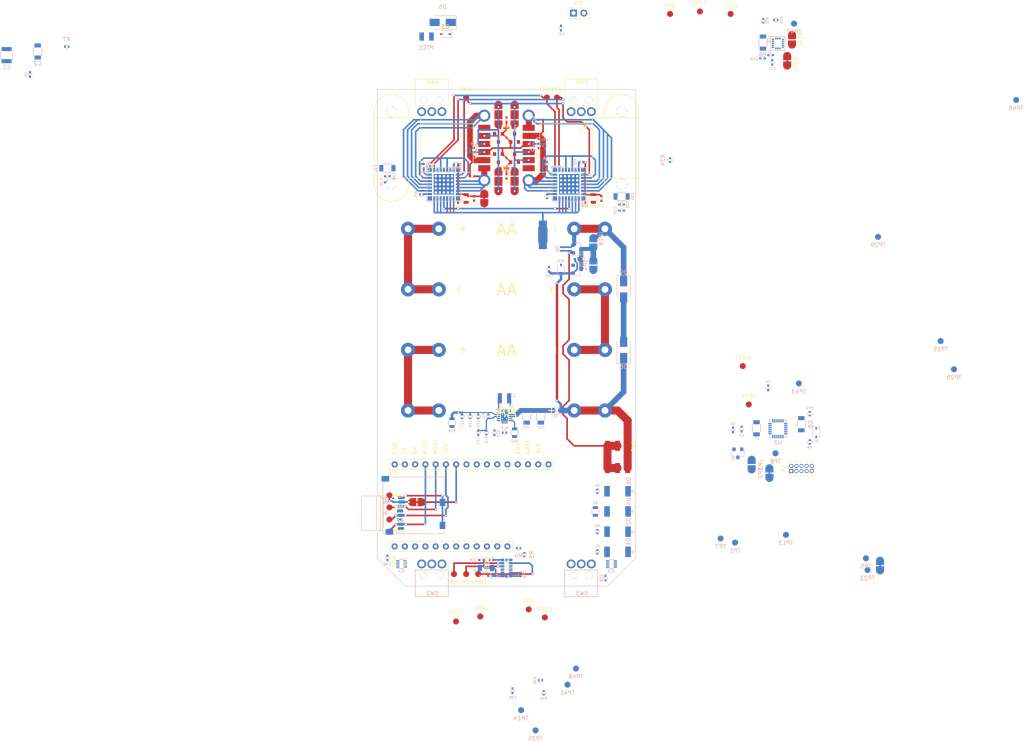
<source format=kicad_pcb>
(kicad_pcb (version 4) (host pcbnew 4.0.4-stable)
  (layers (0 F.Cu signal) (31 B.Cu signal) (34 B.Paste user) (35 F.Paste user) (36 B.SilkS user) (37 F.SilkS user) (38 B.Mask user) (39 F.Mask user) (44 Edge.Cuts user))
  (net 0 "")
  (net 1 +3V3)
  (net 2 GND)
  (net 3 /VBATT_MONITOR)
  (net 4 /power/BATT_GND_TERM)
  (net 5 +BATT)
  (net 6 "Net-(C13-Pad1)")
  (net 7 /power/PSU_FB)
  (net 8 /power/PSU_VOUT)
  (net 9 "Net-(C18-Pad2)")
  (net 10 "Net-(C19-Pad2)")
  (net 11 "Net-(C20-Pad1)")
  (net 12 "Net-(C21-Pad1)")
  (net 13 "Net-(C22-Pad1)")
  (net 14 "Net-(C22-Pad2)")
  (net 15 "Net-(C23-Pad1)")
  (net 16 "Net-(C23-Pad2)")
  (net 17 rear_bumper)
  (net 18 front_bumper)
  (net 19 "Net-(C41-Pad1)")
  (net 20 "Net-(C44-Pad1)")
  (net 21 "Net-(C48-Pad1)")
  (net 22 "Net-(C48-Pad2)")
  (net 23 "Net-(D8-Pad2)")
  (net 24 SWDIO)
  (net 25 SWCLK)
  (net 26 SWO)
  (net 27 RESET)
  (net 28 SCL)
  (net 29 SDA)
  (net 30 SCK)
  (net 31 MOSI)
  (net 32 MISO)
  (net 33 +5V)
  (net 34 "Net-(D1-Pad2)")
  (net 35 "Net-(D2-Pad2)")
  (net 36 "Net-(D4-Pad2)")
  (net 37 "Net-(D6-Pad2)")
  (net 38 ~RST)
  (net 39 SD_CS)
  (net 40 PG)
  (net 41 "Net-(R12-Pad2)")
  (net 42 "Net-(R19-Pad1)")
  (net 43 "Net-(R20-Pad1)")
  (net 44 "Net-(R21-Pad1)")
  (net 45 "Net-(R22-Pad1)")
  (net 46 "Net-(JP11-Pad1)")
  (net 47 ~MotorSF)
  (net 48 "Net-(JP12-Pad1)")
  (net 49 "Net-(JP13-Pad1)")
  (net 50 "Net-(JP14-Pad1)")
  (net 51 "Net-(R28-Pad1)")
  (net 52 "Net-(R29-Pad1)")
  (net 53 "Net-(SD1-PadPIN1)")
  (net 54 Motor_In1)
  (net 55 Motor_In2)
  (net 56 right_encA)
  (net 57 right_encB)
  (net 58 ~MotorR_D)
  (net 59 FB_R)
  (net 60 left_encA)
  (net 61 left_encB)
  (net 62 ~MotorL_D)
  (net 63 MotorL_Inv)
  (net 64 FB_L)
  (net 65 "Net-(D6-Pad1)")
  (net 66 /power/BATT_V+_TERM)
  (net 67 "Net-(BT1-Pad2)")
  (net 68 "Net-(BT2-Pad2)")
  (net 69 "Net-(BT3-Pad2)")
  (net 70 GNDPWR)
  (net 71 "Net-(L1-Pad2)")
  (net 72 /power/PSU_IND)
  (net 73 /F_VBUS)
  (net 74 "Net-(JP1-Pad1)")
  (net 75 "Net-(D3-Pad2)")
  (net 76 /I2C_LSB_BIT)
  (net 77 "Net-(JP15-Pad1)")
  (net 78 "Net-(JP7-Pad1)")
  (net 79 "Net-(JP8-Pad2)")
  (net 80 "Net-(JP9-Pad1)")
  (net 81 "Net-(JP10-Pad2)")
  (net 82 "Net-(C9-Pad2)")
  (net 83 "Net-(R32-Pad1)")
  (net 84 "Net-(TP4-Pad1)")
  (net 85 "Net-(TP6-Pad1)")
  (net 86 "Net-(TP10-Pad1)")
  (net 87 "Net-(TP12-Pad1)")
  (net 88 "Net-(DRDY1-Pad1)")
  (net 89 "Net-(INT1-Pad1)")
  (net 90 "Net-(INT2-Pad1)")
  (module Capacitors_SMD:C_0402 (layer B.Cu) (at 179.5 154 270)
    (fp_text reference C39 (at 0 1.016 270) (layer B.SilkS) (effects (font (size 0.6 0.6) (thickness 0.1)) (justify mirror)))
    (fp_text value 0.1uF hide)
    (pad 1 smd rect (at -0.55 0 270) (size 0.6 0.5) (layers B.Cu B.Paste B.Mask) (net 18 front_bumper))
    (pad 2 smd rect (at 0.55 0 270) (size 0.6 0.5) (layers B.Cu B.Paste B.Mask) (net 2 GND))
  )
  (module PiBot:Sanyo_GearMotor (layer F.Cu) (at 126.5 47.5)
    (fp_text reference U7 (at 9.6 5.2) (layer F.SilkS))
    (fp_text value Motor)
    (pad "" thru_hole circle (at 0 -9) (size 2.54 2.54) (drill 2.54) (layers *.Cu *.Mask))
    (pad "" thru_hole circle (at 0 9) (size 2.54 2.54) (drill 2.54) (layers *.Cu *.Mask))
    (pad 1 smd rect (at 23 5) (size 3 1.5) (layers F.Cu F.Paste F.Mask) (net 13 "Net-(C22-Pad1)"))
    (pad 2 smd rect (at 23 3) (size 3 1.5) (layers F.Cu F.Paste F.Mask) (net 14 "Net-(C22-Pad2)"))
    (pad 3 smd rect (at 23 1) (size 3 1.5) (layers F.Cu F.Paste F.Mask) (net 1 +3V3))
    (pad 4 smd rect (at 23 -1) (size 3 1.5) (layers F.Cu F.Paste F.Mask) (net 78 "Net-(JP7-Pad1)"))
    (pad 5 smd rect (at 23 -3) (size 3 1.5) (layers F.Cu F.Paste F.Mask) (net 79 "Net-(JP8-Pad2)"))
    (pad 6 smd rect (at 23 -5) (size 3 1.5) (layers F.Cu F.Paste F.Mask) (net 2 GND))
    (pad 1 thru_hole circle (at 23 8) (size 3 3) (drill 2) (layers *.Cu *.Mask) (net 13 "Net-(C22-Pad1)"))
    (pad 2 thru_hole circle (at 23 -8) (size 3 3) (drill 2) (layers *.Cu *.Mask) (net 14 "Net-(C22-Pad2)"))
  )
  (module Capacitors_SMD:C_1206 (layer B.Cu) (at 38.9 23.6 270)
    (fp_text reference C2 (at 2.921 0 540) (layer B.SilkS) (effects (justify mirror)))
    (fp_text value 10uF hide)
    (pad 1 smd rect (at -1.5 0 270) (size 1 1.6) (layers B.Cu B.Paste B.Mask) (net 1 +3V3))
    (pad 2 smd rect (at 1.5 0 270) (size 1 1.6) (layers B.Cu B.Paste B.Mask) (net 2 GND))
  )
  (module Capacitors_SMD:C_0402 (layer B.Cu) (at 37 29.3 270)
    (fp_text reference C3 (at 0 1.016 270) (layer B.SilkS) (effects (font (size 0.6 0.6) (thickness 0.1)) (justify mirror)))
    (fp_text value 1uF hide)
    (pad 1 smd rect (at -0.55 0 270) (size 0.6 0.5) (layers B.Cu B.Paste B.Mask) (net 1 +3V3))
    (pad 2 smd rect (at 0.55 0 270) (size 0.6 0.5) (layers B.Cu B.Paste B.Mask) (net 2 GND))
  )
  (module Capacitors_SMD:C_0402 (layer B.Cu) (at 219.8 106.9 90)
    (fp_text reference C4 (at 1.524 0 360) (layer B.SilkS) (effects (font (size 0.6 0.6) (thickness 0.1)) (justify mirror)))
    (fp_text value 10nF hide)
    (pad 1 smd rect (at -0.55 0 90) (size 0.6 0.5) (layers B.Cu B.Paste B.Mask) (net 1 +3V3))
    (pad 2 smd rect (at 0.55 0 90) (size 0.6 0.5) (layers B.Cu B.Paste B.Mask) (net 2 GND))
  )
  (module Capacitors_SMD:C_0402 (layer B.Cu) (at 213.2 117.1 270)
    (fp_text reference C5 (at 1.524 0 540) (layer B.SilkS) (effects (font (size 0.6 0.6) (thickness 0.1)) (justify mirror)))
    (fp_text value 0.1uF hide)
    (pad 1 smd rect (at -0.55 0 270) (size 0.6 0.5) (layers B.Cu B.Paste B.Mask) (net 1 +3V3))
    (pad 2 smd rect (at 0.55 0 270) (size 0.6 0.5) (layers B.Cu B.Paste B.Mask) (net 2 GND))
  )
  (module Capacitors_SMD:C_0402 (layer B.Cu) (at 211.1 117.3 90)
    (fp_text reference C6 (at 1.524 0 360) (layer B.SilkS) (effects (font (size 0.6 0.6) (thickness 0.1)) (justify mirror)))
    (fp_text value 1uF hide)
    (pad 1 smd rect (at -0.55 0 90) (size 0.6 0.5) (layers B.Cu B.Paste B.Mask) (net 1 +3V3))
    (pad 2 smd rect (at 0.55 0 90) (size 0.6 0.5) (layers B.Cu B.Paste B.Mask) (net 2 GND))
  )
  (module Capacitors_SMD:C_1206 (layer B.Cu) (at 216.9 116.9 90)
    (fp_text reference C7 (at -2.54 0.127 360) (layer B.SilkS) (effects (font (size 0.6 0.6) (thickness 0.1)) (justify mirror)))
    (fp_text value 10uF hide)
    (pad 1 smd rect (at -1.5 0 90) (size 1 1.6) (layers B.Cu B.Paste B.Mask) (net 1 +3V3))
    (pad 2 smd rect (at 1.5 0 90) (size 1 1.6) (layers B.Cu B.Paste B.Mask) (net 2 GND))
  )
  (module Capacitors_SMD:C_1206 (layer B.Cu) (at 228 115.9 90)
    (fp_text reference C8 (at 0 2.3 90) (layer B.SilkS) (effects (justify mirror)))
    (fp_text value 10uF hide)
    (pad 1 smd rect (at -1.5 0 90) (size 1 1.6) (layers B.Cu B.Paste B.Mask) (net 3 /VBATT_MONITOR))
    (pad 2 smd rect (at 1.5 0 90) (size 1 1.6) (layers B.Cu B.Paste B.Mask) (net 2 GND))
  )
  (module Capacitors_SMD:C_0402 (layer B.Cu) (at 172.5 75)
    (fp_text reference C9 (at 1.651 0 90) (layer B.SilkS) (effects (font (size 0.6 0.6) (thickness 0.1)) (justify mirror)))
    (fp_text value 0.1uF hide)
    (pad 1 smd rect (at -0.55 0) (size 0.6 0.5) (layers B.Cu B.Paste B.Mask) (net 66 /power/BATT_V+_TERM))
    (pad 2 smd rect (at 0.55 0) (size 0.6 0.5) (layers B.Cu B.Paste B.Mask) (net 82 "Net-(C9-Pad2)"))
  )
  (module Capacitors_SMD:C_0402 (layer B.Cu) (at 165.5 77.5 90)
    (fp_text reference C10 (at -1.651 0.127 360) (layer B.SilkS) (effects (font (size 0.6 0.6) (thickness 0.1)) (justify mirror)))
    (fp_text value 0.1uF hide)
    (pad 1 smd rect (at -0.55 0 90) (size 0.6 0.5) (layers B.Cu B.Paste B.Mask) (net 66 /power/BATT_V+_TERM))
    (pad 2 smd rect (at 0.55 0 90) (size 0.6 0.5) (layers B.Cu B.Paste B.Mask) (net 2 GND))
  )
  (module Capacitors_SMD:C_1206 (layer B.Cu) (at 163.5 114 270)
    (fp_text reference C11 (at 2.667 0 540) (layer B.SilkS) (effects (font (size 0.6 0.6) (thickness 0.1)) (justify mirror)))
    (fp_text value 10uF hide)
    (pad 1 smd rect (at -1.5 0 270) (size 1 1.6) (layers B.Cu B.Paste B.Mask) (net 5 +BATT))
    (pad 2 smd rect (at 1.5 0 270) (size 1 1.6) (layers B.Cu B.Paste B.Mask) (net 2 GND))
  )
  (module Capacitors_SMD:C_1206 (layer B.Cu) (at 160 114 270)
    (fp_text reference C12 (at 2.667 0 540) (layer B.SilkS) (effects (font (size 0.6 0.6) (thickness 0.1)) (justify mirror)))
    (fp_text value 10uF hide)
    (pad 1 smd rect (at -1.5 0 270) (size 1 1.6) (layers B.Cu B.Paste B.Mask) (net 5 +BATT))
    (pad 2 smd rect (at 1.5 0 270) (size 1 1.6) (layers B.Cu B.Paste B.Mask) (net 2 GND))
  )
  (module Capacitors_SMD:C_0402 (layer B.Cu) (at 152 118 270)
    (fp_text reference C13 (at 0.254 -1.016 450) (layer B.SilkS) (effects (font (size 0.6 0.6) (thickness 0.1)) (justify mirror)))
    (fp_text value 0.1uF hide)
    (pad 1 smd rect (at -0.55 0 270) (size 0.6 0.5) (layers B.Cu B.Paste B.Mask) (net 6 "Net-(C13-Pad1)"))
    (pad 2 smd rect (at 0.55 0 270) (size 0.6 0.5) (layers B.Cu B.Paste B.Mask) (net 2 GND))
  )
  (module Capacitors_SMD:C_0402 (layer B.Cu) (at 148 118 270)
    (fp_text reference C14 (at 2.032 0 270) (layer B.SilkS) (effects (font (size 0.6 0.6) (thickness 0.1)) (justify mirror)))
    (fp_text value 10pf hide)
    (pad 1 smd rect (at -0.55 0 270) (size 0.6 0.5) (layers B.Cu B.Paste B.Mask) (net 7 /power/PSU_FB))
    (pad 2 smd rect (at 0.55 0 270) (size 0.6 0.5) (layers B.Cu B.Paste B.Mask) (net 2 GND))
  )
  (module Resistors_SMD:R_0402 (layer B.Cu) (at 148 114 270)
    (fp_text reference C15 (at 1.778 0 270) (layer B.SilkS) (effects (font (size 0.6 0.6) (thickness 0.1)) (justify mirror)))
    (fp_text value 22uf hide)
    (pad 1 smd rect (at -0.45 0 270) (size 0.4 0.6) (layers B.Cu B.Paste B.Mask) (net 8 /power/PSU_VOUT))
    (pad 2 smd rect (at 0.45 0 270) (size 0.4 0.6) (layers B.Cu B.Paste B.Mask) (net 2 GND))
  )
  (module Resistors_SMD:R_0402 (layer B.Cu) (at 146 114 270)
    (fp_text reference C16 (at 1.778 0 270) (layer B.SilkS) (effects (font (size 0.6 0.6) (thickness 0.1)) (justify mirror)))
    (fp_text value 22uf hide)
    (pad 1 smd rect (at -0.45 0 270) (size 0.4 0.6) (layers B.Cu B.Paste B.Mask) (net 8 /power/PSU_VOUT))
    (pad 2 smd rect (at 0.45 0 270) (size 0.4 0.6) (layers B.Cu B.Paste B.Mask) (net 2 GND))
  )
  (module Resistors_SMD:R_0402 (layer B.Cu) (at 144 114 270)
    (fp_text reference C17 (at 1.778 0 450) (layer B.SilkS) (effects (font (size 0.6 0.6) (thickness 0.1)) (justify mirror)))
    (fp_text value 22uf hide)
    (pad 1 smd rect (at -0.45 0 270) (size 0.4 0.6) (layers B.Cu B.Paste B.Mask) (net 8 /power/PSU_VOUT))
    (pad 2 smd rect (at 0.45 0 270) (size 0.4 0.6) (layers B.Cu B.Paste B.Mask) (net 2 GND))
  )
  (module Capacitors_SMD:C_0402 (layer B.Cu) (at 165 51.5 270)
    (fp_text reference C18 (at -1.5 0 540) (layer B.SilkS) (effects (font (size 0.6 0.6) (thickness 0.1)) (justify mirror)))
    (fp_text value 0.1uF hide)
    (pad 1 smd rect (at -0.55 0 270) (size 0.6 0.5) (layers B.Cu B.Paste B.Mask) (net 5 +BATT))
    (pad 2 smd rect (at 0.55 0 270) (size 0.6 0.5) (layers B.Cu B.Paste B.Mask) (net 9 "Net-(C18-Pad2)"))
  )
  (module Capacitors_SMD:C_0402 (layer B.Cu) (at 134.5 52 270)
    (fp_text reference C19 (at 1.6 0 540) (layer B.SilkS) (effects (font (size 0.6 0.6) (thickness 0.1)) (justify mirror)))
    (fp_text value 0.1uF hide)
    (pad 1 smd rect (at -0.55 0 270) (size 0.6 0.5) (layers B.Cu B.Paste B.Mask) (net 5 +BATT))
    (pad 2 smd rect (at 0.55 0 270) (size 0.6 0.5) (layers B.Cu B.Paste B.Mask) (net 10 "Net-(C19-Pad2)"))
  )
  (module Capacitors_SMD:C_0402 (layer F.Cu) (at 147 60 270)
    (fp_text reference C20 (at 1.6 -0.1 540) (layer F.SilkS) (effects (font (size 0.6 0.6) (thickness 0.1))))
    (fp_text value 1uF hide)
    (pad 1 smd rect (at -0.55 0 270) (size 0.6 0.5) (layers F.Cu F.Paste F.Mask) (net 11 "Net-(C20-Pad1)"))
    (pad 2 smd rect (at 0.55 0 270) (size 0.6 0.5) (layers F.Cu F.Paste F.Mask) (net 2 GND))
  )
  (module Capacitors_SMD:C_0402 (layer F.Cu) (at 178.5 60 270)
    (fp_text reference C21 (at 1.65 0 540) (layer F.SilkS) (effects (font (size 0.6 0.6) (thickness 0.1))))
    (fp_text value 1uF hide)
    (pad 1 smd rect (at -0.55 0 270) (size 0.6 0.5) (layers F.Cu F.Paste F.Mask) (net 12 "Net-(C21-Pad1)"))
    (pad 2 smd rect (at 0.55 0 270) (size 0.6 0.5) (layers F.Cu F.Paste F.Mask) (net 2 GND))
  )
  (module Capacitors_SMD:C_0402 (layer F.Cu) (at 146.5 54.5 180)
    (fp_text reference C22 (at 1.6 0 270) (layer F.SilkS) (effects (font (size 0.6 0.6) (thickness 0.1))))
    (fp_text value 0.1uF hide)
    (pad 1 smd rect (at -0.55 0 180) (size 0.6 0.5) (layers F.Cu F.Paste F.Mask) (net 13 "Net-(C22-Pad1)"))
    (pad 2 smd rect (at 0.55 0 180) (size 0.6 0.5) (layers F.Cu F.Paste F.Mask) (net 14 "Net-(C22-Pad2)"))
  )
  (module Capacitors_SMD:C_0402 (layer F.Cu) (at 163.5 40.5)
    (fp_text reference C23 (at -1.6 0 90) (layer F.SilkS) (effects (font (size 0.6 0.6) (thickness 0.1))))
    (fp_text value 0.1uF hide)
    (pad 1 smd rect (at -0.55 0) (size 0.6 0.5) (layers F.Cu F.Paste F.Mask) (net 15 "Net-(C23-Pad1)"))
    (pad 2 smd rect (at 0.55 0) (size 0.6 0.5) (layers F.Cu F.Paste F.Mask) (net 16 "Net-(C23-Pad2)"))
  )
  (module Capacitors_SMD:C_0402 (layer B.Cu) (at 145.5 48 90)
    (fp_text reference C24 (at 0 1.7 90) (layer B.SilkS) (effects (justify mirror)))
    (fp_text value 0.1uF)
    (pad 1 smd rect (at -0.55 0 90) (size 0.6 0.5) (layers B.Cu B.Paste B.Mask) (net 1 +3V3))
    (pad 2 smd rect (at 0.55 0 90) (size 0.6 0.5) (layers B.Cu B.Paste B.Mask) (net 2 GND))
  )
  (module Capacitors_SMD:C_0402 (layer B.Cu) (at 163 47 270)
    (fp_text reference C25 (at 0 1.7 270) (layer B.SilkS) (effects (justify mirror)))
    (fp_text value 0.1uF)
    (pad 1 smd rect (at -0.55 0 270) (size 0.6 0.5) (layers B.Cu B.Paste B.Mask) (net 1 +3V3))
    (pad 2 smd rect (at 0.55 0 270) (size 0.6 0.5) (layers B.Cu B.Paste B.Mask) (net 2 GND))
  )
  (module Capacitors_SMD:C_0402 (layer F.Cu) (at 155 54.5 270)
    (fp_text reference C26 (at 1.6 -0.05 360) (layer F.SilkS) (effects (font (size 0.6 0.6) (thickness 0.1))))
    (fp_text value 0.1uF hide)
    (pad 1 smd rect (at -0.55 0 270) (size 0.6 0.5) (layers F.Cu F.Paste F.Mask) (net 1 +3V3))
    (pad 2 smd rect (at 0.55 0 270) (size 0.6 0.5) (layers F.Cu F.Paste F.Mask) (net 2 GND))
  )
  (module Capacitors_SMD:C_0402 (layer F.Cu) (at 155 40.5 90)
    (fp_text reference C27 (at -1.6 0.05 180) (layer F.SilkS) (effects (font (size 0.6 0.6) (thickness 0.1))))
    (fp_text value 0.1uF hide)
    (pad 1 smd rect (at -0.55 0 90) (size 0.6 0.5) (layers F.Cu F.Paste F.Mask) (net 1 +3V3))
    (pad 2 smd rect (at 0.55 0 90) (size 0.6 0.5) (layers F.Cu F.Paste F.Mask) (net 2 GND))
  )
  (module Capacitors_SMD:C_0402 (layer B.Cu) (at 125.5 54.5 180)
    (fp_text reference C28 (at -1.7 0 450) (layer B.SilkS) (effects (font (size 0.6 0.6) (thickness 0.1)) (justify mirror)))
    (fp_text value 0.1uF hide)
    (pad 1 smd rect (at -0.55 0 180) (size 0.6 0.5) (layers B.Cu B.Paste B.Mask) (net 5 +BATT))
    (pad 2 smd rect (at 0.55 0 180) (size 0.6 0.5) (layers B.Cu B.Paste B.Mask) (net 70 GNDPWR))
  )
  (module Capacitors_SMD:C_0402 (layer B.Cu) (at 183.5 61.5)
    (fp_text reference C29 (at 1.5 0 270) (layer B.SilkS) (effects (font (size 0.6 0.6) (thickness 0.1)) (justify mirror)))
    (fp_text value 0.1uF hide)
    (pad 1 smd rect (at -0.55 0) (size 0.6 0.5) (layers B.Cu B.Paste B.Mask) (net 5 +BATT))
    (pad 2 smd rect (at 0.55 0) (size 0.6 0.5) (layers B.Cu B.Paste B.Mask) (net 70 GNDPWR))
  )
  (module Capacitors_SMD:C_0402 (layer B.Cu) (at 147 48 90)
    (fp_text reference C30 (at 1.6 -0.05 360) (layer B.SilkS) (effects (font (size 0.6 0.6) (thickness 0.1)) (justify mirror)))
    (fp_text value 0.1uF hide)
    (pad 1 smd rect (at -0.55 0 90) (size 0.6 0.5) (layers B.Cu B.Paste B.Mask) (net 1 +3V3))
    (pad 2 smd rect (at 0.55 0 90) (size 0.6 0.5) (layers B.Cu B.Paste B.Mask) (net 2 GND))
  )
  (module Capacitors_SMD:C_0402 (layer B.Cu) (at 164.5 47 270)
    (fp_text reference C31 (at -1.6 0.05 540) (layer B.SilkS) (effects (font (size 0.6 0.6) (thickness 0.1)) (justify mirror)))
    (fp_text value 0.1uF hide)
    (pad 1 smd rect (at -0.55 0 270) (size 0.6 0.5) (layers B.Cu B.Paste B.Mask) (net 1 +3V3))
    (pad 2 smd rect (at 0.55 0 270) (size 0.6 0.5) (layers B.Cu B.Paste B.Mask) (net 2 GND))
  )
  (module Capacitors_SMD:C_0402 (layer B.Cu) (at 125.5 56 180)
    (fp_text reference C32 (at 1.5 0 450) (layer B.SilkS) (effects (font (size 0.6 0.6) (thickness 0.1)) (justify mirror)))
    (fp_text value 1uF hide)
    (pad 1 smd rect (at -0.55 0 180) (size 0.6 0.5) (layers B.Cu B.Paste B.Mask) (net 5 +BATT))
    (pad 2 smd rect (at 0.55 0 180) (size 0.6 0.5) (layers B.Cu B.Paste B.Mask) (net 70 GNDPWR))
  )
  (module Capacitors_SMD:C_0402 (layer B.Cu) (at 183.5 63)
    (fp_text reference C33 (at -1.5 0 270) (layer B.SilkS) (effects (font (size 0.6 0.6) (thickness 0.1)) (justify mirror)))
    (fp_text value 1uF hide)
    (pad 1 smd rect (at -0.55 0) (size 0.6 0.5) (layers B.Cu B.Paste B.Mask) (net 5 +BATT))
    (pad 2 smd rect (at 0.55 0) (size 0.6 0.5) (layers B.Cu B.Paste B.Mask) (net 70 GNDPWR))
  )
  (module Capacitors_SMD:C_1206 (layer B.Cu) (at 125.5 52.5 180)
    (fp_text reference C34 (at 2.75 0 450) (layer B.SilkS) (effects (font (size 0.6 0.6) (thickness 0.1)) (justify mirror)))
    (fp_text value 10uF hide)
    (pad 1 smd rect (at -1.5 0 180) (size 1 1.6) (layers B.Cu B.Paste B.Mask) (net 5 +BATT))
    (pad 2 smd rect (at 1.5 0 180) (size 1 1.6) (layers B.Cu B.Paste B.Mask) (net 70 GNDPWR))
  )
  (module Capacitors_SMD:C_1206 (layer B.Cu) (at 183.5 59.5)
    (fp_text reference C35 (at 2.75 0 270) (layer B.SilkS) (effects (font (size 0.6 0.6) (thickness 0.1)) (justify mirror)))
    (fp_text value 10uF hide)
    (pad 1 smd rect (at -1.5 0) (size 1 1.6) (layers B.Cu B.Paste B.Mask) (net 5 +BATT))
    (pad 2 smd rect (at 1.5 0) (size 1 1.6) (layers B.Cu B.Paste B.Mask) (net 70 GNDPWR))
  )
  (module Capacitors_SMD:C_0402 (layer B.Cu) (at 125.5 149 90)
    (fp_text reference C36 (at -1.524 0 360) (layer B.SilkS) (effects (font (size 0.6 0.6) (thickness 0.1)) (justify mirror)))
    (fp_text value 0.1uF hide)
    (pad 1 smd rect (at -0.55 0 90) (size 0.6 0.5) (layers B.Cu B.Paste B.Mask) (net 1 +3V3))
    (pad 2 smd rect (at 0.55 0 90) (size 0.6 0.5) (layers B.Cu B.Paste B.Mask) (net 2 GND))
  )
  (module Capacitors_SMD:C_0402 (layer B.Cu) (at 168.5 17.8 90)
    (fp_text reference C37 (at -1.524 0 360) (layer B.SilkS) (effects (font (size 0.6 0.6) (thickness 0.1)) (justify mirror)))
    (fp_text value 0.1uF hide)
    (pad 1 smd rect (at -0.55 0 90) (size 0.6 0.5) (layers B.Cu B.Paste B.Mask) (net 1 +3V3))
    (pad 2 smd rect (at 0.55 0 90) (size 0.6 0.5) (layers B.Cu B.Paste B.Mask) (net 2 GND))
  )
  (module Capacitors_SMD:C_0402 (layer B.Cu) (at 156.5 181.9 270)
    (fp_text reference C38 (at 1.65 -0.05 540) (layer B.SilkS) (effects (font (size 0.6 0.6) (thickness 0.1)) (justify mirror)))
    (fp_text value 0.1uF hide)
    (pad 1 smd rect (at -0.55 0 270) (size 0.6 0.5) (layers B.Cu B.Paste B.Mask) (net 17 rear_bumper))
    (pad 2 smd rect (at 0.55 0 270) (size 0.6 0.5) (layers B.Cu B.Paste B.Mask) (net 2 GND))
  )
  (module Capacitors_SMD:C_1206 (layer B.Cu) (at 218.5 21.4 270)
    (fp_text reference C40 (at 2.667 0 540) (layer B.SilkS) (effects (font (size 0.6 0.6) (thickness 0.1)) (justify mirror)))
    (fp_text value 10uF hide)
    (pad 1 smd rect (at -1.5 0 270) (size 1 1.6) (layers B.Cu B.Paste B.Mask) (net 1 +3V3))
    (pad 2 smd rect (at 1.5 0 270) (size 1 1.6) (layers B.Cu B.Paste B.Mask) (net 2 GND))
  )
  (module Capacitors_SMD:C_0402 (layer B.Cu) (at 220.8 26.3 270)
    (fp_text reference C41 (at 1.524 0 540) (layer B.SilkS) (effects (font (size 0.6 0.6) (thickness 0.1)) (justify mirror)))
    (fp_text value 10nF hide)
    (pad 1 smd rect (at -0.55 0 270) (size 0.6 0.5) (layers B.Cu B.Paste B.Mask) (net 19 "Net-(C41-Pad1)"))
    (pad 2 smd rect (at 0.55 0 270) (size 0.6 0.5) (layers B.Cu B.Paste B.Mask) (net 2 GND))
  )
  (module Capacitors_SMD:C_0402 (layer B.Cu) (at 220.4 24.5)
    (fp_text reference C42 (at -2.032 0) (layer B.SilkS) (effects (font (size 0.6 0.6) (thickness 0.1)) (justify mirror)))
    (fp_text value 1uF hide)
    (pad 1 smd rect (at -0.55 0) (size 0.6 0.5) (layers B.Cu B.Paste B.Mask) (net 1 +3V3))
    (pad 2 smd rect (at 0.55 0) (size 0.6 0.5) (layers B.Cu B.Paste B.Mask) (net 2 GND))
  )
  (module Capacitors_SMD:C_0402 (layer B.Cu) (at 218.4 25.3)
    (fp_text reference C43 (at -2.032 0.127) (layer B.SilkS) (effects (font (size 0.6 0.6) (thickness 0.1)) (justify mirror)))
    (fp_text value 0.1uF hide)
    (pad 1 smd rect (at -0.55 0) (size 0.6 0.5) (layers B.Cu B.Paste B.Mask) (net 1 +3V3))
    (pad 2 smd rect (at 0.55 0) (size 0.6 0.5) (layers B.Cu B.Paste B.Mask) (net 2 GND))
  )
  (module Resistors_SMD:R_0402 (layer B.Cu) (at 151.25 149.5 180)
    (fp_text reference C44 (at 1.397 -0.127 450) (layer B.SilkS) (effects (font (size 0.6 0.6) (thickness 0.1)) (justify mirror)))
    (fp_text value 4.7uF hide)
    (pad 1 smd rect (at -0.45 0 180) (size 0.4 0.6) (layers B.Cu B.Paste B.Mask) (net 20 "Net-(C44-Pad1)"))
    (pad 2 smd rect (at 0.45 0 180) (size 0.4 0.6) (layers B.Cu B.Paste B.Mask) (net 2 GND))
  )
  (module Capacitors_SMD:C_1206 (layer B.Cu) (at 149.9 151.5 180)
    (fp_text reference C45 (at 2.794 0 450) (layer B.SilkS) (effects (font (size 0.6 0.6) (thickness 0.1)) (justify mirror)))
    (fp_text value 10uF hide)
    (pad 1 smd rect (at -1.5 0 180) (size 1 1.6) (layers B.Cu B.Paste B.Mask) (net 1 +3V3))
    (pad 2 smd rect (at 1.5 0 180) (size 1 1.6) (layers B.Cu B.Paste B.Mask) (net 2 GND))
  )
  (module Capacitors_SMD:C_0402 (layer B.Cu) (at 148.8 149.5 180)
    (fp_text reference C46 (at 2.032 0 360) (layer B.SilkS) (effects (font (size 0.6 0.6) (thickness 0.1)) (justify mirror)))
    (fp_text value 1uF hide)
    (pad 1 smd rect (at -0.55 0 180) (size 0.6 0.5) (layers B.Cu B.Paste B.Mask) (net 1 +3V3))
    (pad 2 smd rect (at 0.55 0 180) (size 0.6 0.5) (layers B.Cu B.Paste B.Mask) (net 2 GND))
  )
  (module Capacitors_SMD:C_0402 (layer B.Cu) (at 151.05 153.5 180)
    (fp_text reference C47 (at 2.032 0 360) (layer B.SilkS) (effects (font (size 0.6 0.6) (thickness 0.1)) (justify mirror)))
    (fp_text value 0.1uF hide)
    (pad 1 smd rect (at -0.55 0 180) (size 0.6 0.5) (layers B.Cu B.Paste B.Mask) (net 1 +3V3))
    (pad 2 smd rect (at 0.55 0 180) (size 0.6 0.5) (layers B.Cu B.Paste B.Mask) (net 2 GND))
  )
  (module Resistors_SMD:R_0402 (layer B.Cu) (at 158.5 153.1 90)
    (fp_text reference C48 (at 0 1.016 90) (layer B.SilkS) (effects (font (size 0.6 0.6) (thickness 0.1)) (justify mirror)))
    (fp_text value 0.22uF hide)
    (pad 1 smd rect (at -0.45 0 90) (size 0.4 0.6) (layers B.Cu B.Paste B.Mask) (net 21 "Net-(C48-Pad1)"))
    (pad 2 smd rect (at 0.45 0 90) (size 0.4 0.6) (layers B.Cu B.Paste B.Mask) (net 22 "Net-(C48-Pad2)"))
  )
  (module Diodes_SMD:SOD-323 (layer B.Cu) (at 168.5 77.5 90)
    (fp_text reference D10 (at 2.032 0 360) (layer B.SilkS) (effects (font (size 0.6 0.6) (thickness 0.1)) (justify mirror)))
    (fp_text value 7.5V hide)
    (pad 1 smd rect (at -1.05 0 90) (size 0.6 0.45) (layers B.Cu B.Paste B.Mask) (net 66 /power/BATT_V+_TERM))
    (pad 2 smd rect (at 1.05 0 90) (size 0.6 0.45) (layers B.Cu B.Paste B.Mask) (net 2 GND))
  )
  (module Pin_Headers:Pin_Header_Straight_2x01_Pitch2.54mm (layer F.Cu) (at 171.6 14.1)
    (fp_text reference P3 (at 1.27 -2.39) (layer F.SilkS))
    (fp_text value I2C_EXPANSION)
    (pad 1 thru_hole rect (at 0 0) (size 1.7 1.7) (drill 1) (layers *.Cu *.Mask) (net 28 SCL))
    (pad 2 thru_hole oval (at 2.54 0) (size 1.7 1.7) (drill 1) (layers *.Cu *.Mask) (net 29 SDA))
  )
  (module Resistors_SMD:R_0402 (layer B.Cu) (at 177.5 147.5 270)
    (fp_text reference R1 (at -1.397 0 540) (layer B.SilkS) (effects (font (size 0.6 0.6) (thickness 0.1)) (justify mirror)))
    (fp_text value 150R hide)
    (pad 1 smd rect (at -0.45 0 270) (size 0.4 0.6) (layers B.Cu B.Paste B.Mask) (net 33 +5V))
    (pad 2 smd rect (at 0.45 0 270) (size 0.4 0.6) (layers B.Cu B.Paste B.Mask) (net 34 "Net-(D1-Pad2)"))
  )
  (module Resistors_SMD:R_0402 (layer B.Cu) (at 177.5 142.5 270)
    (fp_text reference R2 (at -1.397 0 540) (layer B.SilkS) (effects (font (size 0.6 0.6) (thickness 0.1)) (justify mirror)))
    (fp_text value 62R hide)
    (pad 1 smd rect (at -0.45 0 270) (size 0.4 0.6) (layers B.Cu B.Paste B.Mask) (net 1 +3V3))
    (pad 2 smd rect (at 0.45 0 270) (size 0.4 0.6) (layers B.Cu B.Paste B.Mask) (net 35 "Net-(D2-Pad2)"))
  )
  (module Resistors_SMD:R_0805 (layer B.Cu) (at 177 137.5 270)
    (fp_text reference R3 (at -2.032 0 540) (layer B.SilkS) (effects (font (size 0.6 0.6) (thickness 0.1)) (justify mirror)))
    (fp_text value 200R hide)
    (pad 1 smd rect (at -0.95 0 270) (size 0.7 1.3) (layers B.Cu B.Paste B.Mask) (net 5 +BATT))
    (pad 2 smd rect (at 0.95 0 270) (size 0.7 1.3) (layers B.Cu B.Paste B.Mask) (net 36 "Net-(D4-Pad2)"))
  )
  (module Resistors_SMD:R_0402 (layer B.Cu) (at 158 146.6)
    (fp_text reference R4 (at 0 1.8) (layer B.SilkS) (effects (justify mirror)))
    (fp_text value 10k)
    (pad 1 smd rect (at -0.45 0) (size 0.4 0.6) (layers B.Cu B.Paste B.Mask) (net 1 +3V3))
    (pad 2 smd rect (at 0.45 0) (size 0.4 0.6) (layers B.Cu B.Paste B.Mask) (net 29 SDA))
  )
  (module Resistors_SMD:R_0402 (layer B.Cu) (at 159.4 148.2 90)
    (fp_text reference R5 (at 0 1.8 90) (layer B.SilkS) (effects (justify mirror)))
    (fp_text value 10k)
    (pad 1 smd rect (at -0.45 0 90) (size 0.4 0.6) (layers B.Cu B.Paste B.Mask) (net 1 +3V3))
    (pad 2 smd rect (at 0.45 0 90) (size 0.4 0.6) (layers B.Cu B.Paste B.Mask) (net 28 SCL))
  )
  (module Resistors_SMD:R_0402 (layer B.Cu) (at 177.5 132.5 270)
    (fp_text reference R6 (at -1.397 0 540) (layer B.SilkS) (effects (font (size 0.6 0.6) (thickness 0.1)) (justify mirror)))
    (fp_text value 62R hide)
    (pad 1 smd rect (at -0.45 0 270) (size 0.4 0.6) (layers B.Cu B.Paste B.Mask) (net 1 +3V3))
    (pad 2 smd rect (at 0.45 0 270) (size 0.4 0.6) (layers B.Cu B.Paste B.Mask) (net 37 "Net-(D6-Pad2)"))
  )
  (module Resistors_SMD:R_0402 (layer B.Cu) (at 46.1 22.4 180)
    (fp_text reference R7 (at 0 1.8 180) (layer B.SilkS) (effects (justify mirror)))
    (fp_text value 10k)
    (pad 1 smd rect (at -0.45 0 180) (size 0.4 0.6) (layers B.Cu B.Paste B.Mask) (net 1 +3V3))
    (pad 2 smd rect (at 0.45 0 180) (size 0.4 0.6) (layers B.Cu B.Paste B.Mask) (net 38 ~RST))
  )
  (module Resistors_SMD:R_0402 (layer B.Cu) (at 126.9 134.7 270)
    (fp_text reference R8 (at 0 1.8 270) (layer B.SilkS) (effects (justify mirror)))
    (fp_text value 10k)
    (pad 1 smd rect (at -0.45 0 270) (size 0.4 0.6) (layers B.Cu B.Paste B.Mask) (net 2 GND))
    (pad 2 smd rect (at 0.45 0 270) (size 0.4 0.6) (layers B.Cu B.Paste B.Mask) (net 39 SD_CS))
  )
  (module Resistors_SMD:R_0402 (layer B.Cu) (at 230.1 120.3 270)
    (fp_text reference R9 (at 1.27 0 540) (layer B.SilkS) (effects (font (size 0.6 0.6) (thickness 0.1)) (justify mirror)))
    (fp_text value 15k hide)
    (pad 1 smd rect (at -0.45 0 270) (size 0.4 0.6) (layers B.Cu B.Paste B.Mask) (net 3 /VBATT_MONITOR))
    (pad 2 smd rect (at 0.45 0 270) (size 0.4 0.6) (layers B.Cu B.Paste B.Mask) (net 5 +BATT))
  )
  (module Resistors_SMD:R_0402 (layer B.Cu) (at 230.1 113.3 270)
    (fp_text reference R10 (at -1.397 0 540) (layer B.SilkS) (effects (font (size 0.6 0.6) (thickness 0.1)) (justify mirror)))
    (fp_text value 10k hide)
    (pad 1 smd rect (at -0.45 0 270) (size 0.4 0.6) (layers B.Cu B.Paste B.Mask) (net 2 GND))
    (pad 2 smd rect (at 0.45 0 270) (size 0.4 0.6) (layers B.Cu B.Paste B.Mask) (net 3 /VBATT_MONITOR))
  )
  (module Resistors_SMD:R_0805 (layer B.Cu) (at 167.5 112.5 180)
    (fp_text reference R11 (at 0.635 -1.397 360) (layer B.SilkS) (effects (font (size 0.6 0.6) (thickness 0.1)) (justify mirror)))
    (fp_text value 0 hide)
    (pad 1 smd rect (at -0.95 0 180) (size 0.7 1.3) (layers B.Cu B.Paste B.Mask) (net 66 /power/BATT_V+_TERM))
    (pad 2 smd rect (at 0.95 0 180) (size 0.7 1.3) (layers B.Cu B.Paste B.Mask) (net 5 +BATT))
  )
  (module Resistors_SMD:R_0805 (layer B.Cu) (at 157 118 90)
    (fp_text reference R12 (at -2.032 0 360) (layer B.SilkS) (effects (font (size 0.6 0.6) (thickness 0.1)) (justify mirror)))
    (fp_text value 0 hide)
    (pad 1 smd rect (at -0.95 0 90) (size 0.7 1.3) (layers B.Cu B.Paste B.Mask) (net 40 PG))
    (pad 2 smd rect (at 0.95 0 90) (size 0.7 1.3) (layers B.Cu B.Paste B.Mask) (net 41 "Net-(R12-Pad2)"))
  )
  (module Resistors_SMD:R_0402 (layer B.Cu) (at 154.5 118)
    (fp_text reference R13 (at 0.127 -1.143) (layer B.SilkS) (effects (font (size 0.6 0.6) (thickness 0.1)) (justify mirror)))
    (fp_text value 1M hide)
    (pad 1 smd rect (at -0.45 0) (size 0.4 0.6) (layers B.Cu B.Paste B.Mask) (net 8 /power/PSU_VOUT))
    (pad 2 smd rect (at 0.45 0) (size 0.4 0.6) (layers B.Cu B.Paste B.Mask) (net 41 "Net-(R12-Pad2)"))
  )
  (module Resistors_SMD:R_0402 (layer B.Cu) (at 150.5 114 270)
    (fp_text reference R14 (at -0.127 1.143 270) (layer B.SilkS) (effects (font (size 0.6 0.6) (thickness 0.1)) (justify mirror)))
    (fp_text value 1M hide)
    (pad 1 smd rect (at -0.45 0 270) (size 0.4 0.6) (layers B.Cu B.Paste B.Mask) (net 8 /power/PSU_VOUT))
    (pad 2 smd rect (at 0.45 0 270) (size 0.4 0.6) (layers B.Cu B.Paste B.Mask) (net 7 /power/PSU_FB))
  )
  (module Resistors_SMD:R_0402 (layer B.Cu) (at 150 118 270)
    (fp_text reference R15 (at 1.778 0 450) (layer B.SilkS) (effects (font (size 0.6 0.6) (thickness 0.1)) (justify mirror)))
    (fp_text value 111k hide)
    (pad 1 smd rect (at -0.45 0 270) (size 0.4 0.6) (layers B.Cu B.Paste B.Mask) (net 7 /power/PSU_FB))
    (pad 2 smd rect (at 0.45 0 270) (size 0.4 0.6) (layers B.Cu B.Paste B.Mask) (net 2 GND))
  )
  (module Resistors_SMD:R_0805 (layer B.Cu) (at 141.5 115.5 270)
    (fp_text reference R16 (at 2.032 0 540) (layer B.SilkS) (effects (font (size 0.6 0.6) (thickness 0.1)) (justify mirror)))
    (fp_text value 0 hide)
    (pad 1 smd rect (at -0.95 0 270) (size 0.7 1.3) (layers B.Cu B.Paste B.Mask) (net 8 /power/PSU_VOUT))
    (pad 2 smd rect (at 0.95 0 270) (size 0.7 1.3) (layers B.Cu B.Paste B.Mask) (net 33 +5V))
  )
  (module Resistors_SMD:R_0805 (layer F.Cu) (at 145 60 270)
    (fp_text reference R17 (at 2 0 540) (layer F.SilkS) (effects (font (size 0.6 0.6) (thickness 0.1))))
    (fp_text value 200 hide)
    (pad 1 smd rect (at -0.95 0 270) (size 0.7 1.3) (layers F.Cu F.Paste F.Mask) (net 11 "Net-(C20-Pad1)"))
    (pad 2 smd rect (at 0.95 0 270) (size 0.7 1.3) (layers F.Cu F.Paste F.Mask) (net 2 GND))
  )
  (module Resistors_SMD:R_0805 (layer F.Cu) (at 176.5 60 270)
    (fp_text reference R18 (at 2.05 0 540) (layer F.SilkS) (effects (font (size 0.6 0.6) (thickness 0.1))))
    (fp_text value 200 hide)
    (pad 1 smd rect (at -0.95 0 270) (size 0.7 1.3) (layers F.Cu F.Paste F.Mask) (net 12 "Net-(C21-Pad1)"))
    (pad 2 smd rect (at 0.95 0 270) (size 0.7 1.3) (layers F.Cu F.Paste F.Mask) (net 2 GND))
  )
  (module Resistors_SMD:R_0402 (layer B.Cu) (at 142.5 51.5)
    (fp_text reference R19 (at 0 1 180) (layer B.SilkS) (effects (font (size 0.6 0.6) (thickness 0.1)) (justify mirror)))
    (fp_text value 100 hide)
    (pad 1 smd rect (at -0.45 0) (size 0.4 0.6) (layers B.Cu B.Paste B.Mask) (net 42 "Net-(R19-Pad1)"))
    (pad 2 smd rect (at 0.45 0) (size 0.4 0.6) (layers B.Cu B.Paste B.Mask) (net 11 "Net-(C20-Pad1)"))
  )
  (module Resistors_SMD:R_0402 (layer B.Cu) (at 173.5 51)
    (fp_text reference R20 (at -1.45 -0.05 90) (layer B.SilkS) (effects (font (size 0.6 0.6) (thickness 0.1)) (justify mirror)))
    (fp_text value 100 hide)
    (pad 1 smd rect (at -0.45 0) (size 0.4 0.6) (layers B.Cu B.Paste B.Mask) (net 43 "Net-(R20-Pad1)"))
    (pad 2 smd rect (at 0.45 0) (size 0.4 0.6) (layers B.Cu B.Paste B.Mask) (net 12 "Net-(C21-Pad1)"))
  )
  (module Resistors_SMD:R_0402 (layer B.Cu) (at 134 59 180)
    (fp_text reference R21 (at 1.4 0 450) (layer B.SilkS) (effects (font (size 0.6 0.6) (thickness 0.1)) (justify mirror)))
    (fp_text value 10k hide)
    (pad 1 smd rect (at -0.45 0 180) (size 0.4 0.6) (layers B.Cu B.Paste B.Mask) (net 44 "Net-(R21-Pad1)"))
    (pad 2 smd rect (at 0.45 0 180) (size 0.4 0.6) (layers B.Cu B.Paste B.Mask) (net 2 GND))
  )
  (module Resistors_SMD:R_0402 (layer B.Cu) (at 165 59.5 270)
    (fp_text reference R22 (at -1.25 0 540) (layer B.SilkS) (effects (font (size 0.6 0.6) (thickness 0.1)) (justify mirror)))
    (fp_text value 10k hide)
    (pad 1 smd rect (at -0.45 0 270) (size 0.4 0.6) (layers B.Cu B.Paste B.Mask) (net 45 "Net-(R22-Pad1)"))
    (pad 2 smd rect (at 0.45 0 270) (size 0.4 0.6) (layers B.Cu B.Paste B.Mask) (net 2 GND))
  )
  (module Resistors_SMD:R_0402 (layer F.Cu) (at 154 52.5 180)
    (fp_text reference R23 (at -1.4 0.05 270) (layer F.SilkS) (effects (font (size 0.6 0.6) (thickness 0.1))))
    (fp_text value 10k hide)
    (pad 1 smd rect (at -0.45 0 180) (size 0.4 0.6) (layers F.Cu F.Paste F.Mask) (net 1 +3V3))
    (pad 2 smd rect (at 0.45 0 180) (size 0.4 0.6) (layers F.Cu F.Paste F.Mask) (net 46 "Net-(JP11-Pad1)"))
  )
  (module Resistors_SMD:R_0402 (layer B.Cu) (at 195.5 50.5 270)
    (fp_text reference R24 (at 0 1.8 270) (layer B.SilkS) (effects (justify mirror)))
    (fp_text value 10k)
    (pad 1 smd rect (at -0.45 0 270) (size 0.4 0.6) (layers B.Cu B.Paste B.Mask) (net 1 +3V3))
    (pad 2 smd rect (at 0.45 0 270) (size 0.4 0.6) (layers B.Cu B.Paste B.Mask) (net 47 ~MotorSF))
  )
  (module Resistors_SMD:R_0402 (layer F.Cu) (at 156 52.5)
    (fp_text reference R25 (at -1.4 0.05 90) (layer F.SilkS) (effects (font (size 0.6 0.6) (thickness 0.1))))
    (fp_text value 10k hide)
    (pad 1 smd rect (at -0.45 0) (size 0.4 0.6) (layers F.Cu F.Paste F.Mask) (net 1 +3V3))
    (pad 2 smd rect (at 0.45 0) (size 0.4 0.6) (layers F.Cu F.Paste F.Mask) (net 48 "Net-(JP12-Pad1)"))
  )
  (module Resistors_SMD:R_0402 (layer F.Cu) (at 154 42.5 180)
    (fp_text reference R26 (at -1.4 -0.05 450) (layer F.SilkS) (effects (font (size 0.6 0.6) (thickness 0.1))))
    (fp_text value 10k hide)
    (pad 1 smd rect (at -0.45 0 180) (size 0.4 0.6) (layers F.Cu F.Paste F.Mask) (net 1 +3V3))
    (pad 2 smd rect (at 0.45 0 180) (size 0.4 0.6) (layers F.Cu F.Paste F.Mask) (net 49 "Net-(JP13-Pad1)"))
  )
  (module Resistors_SMD:R_0402 (layer F.Cu) (at 156 42.5)
    (fp_text reference R27 (at 1.4 0.05 90) (layer F.SilkS) (effects (font (size 0.6 0.6) (thickness 0.1))))
    (fp_text value 10k hide)
    (pad 1 smd rect (at -0.45 0) (size 0.4 0.6) (layers F.Cu F.Paste F.Mask) (net 1 +3V3))
    (pad 2 smd rect (at 0.45 0) (size 0.4 0.6) (layers F.Cu F.Paste F.Mask) (net 50 "Net-(JP14-Pad1)"))
  )
  (module Resistors_SMD:R_0402 (layer B.Cu) (at 163.4 179.3 180)
    (fp_text reference R28 (at 1.35 0 270) (layer B.SilkS) (effects (font (size 0.6 0.6) (thickness 0.1)) (justify mirror)))
    (fp_text value 10k hide)
    (pad 1 smd rect (at -0.45 0 180) (size 0.4 0.6) (layers B.Cu B.Paste B.Mask) (net 51 "Net-(R28-Pad1)"))
    (pad 2 smd rect (at 0.45 0 180) (size 0.4 0.6) (layers B.Cu B.Paste B.Mask) (net 17 rear_bumper))
  )
  (module Resistors_SMD:R_0402 (layer B.Cu) (at 221.7 15.8)
    (fp_text reference R29 (at 1.397 0 270) (layer B.SilkS) (effects (font (size 0.6 0.6) (thickness 0.1)) (justify mirror)))
    (fp_text value 10k hide)
    (pad 1 smd rect (at -0.45 0) (size 0.4 0.6) (layers B.Cu B.Paste B.Mask) (net 52 "Net-(R29-Pad1)"))
    (pad 2 smd rect (at 0.45 0) (size 0.4 0.6) (layers B.Cu B.Paste B.Mask) (net 18 front_bumper))
  )
  (module Resistors_SMD:R_0402 (layer B.Cu) (at 164.2 182.4 90)
    (fp_text reference R30 (at -1.45 0.05 360) (layer B.SilkS) (effects (font (size 0.6 0.6) (thickness 0.1)) (justify mirror)))
    (fp_text value 10k hide)
    (pad 1 smd rect (at -0.45 0 90) (size 0.4 0.6) (layers B.Cu B.Paste B.Mask) (net 2 GND))
    (pad 2 smd rect (at 0.45 0 90) (size 0.4 0.6) (layers B.Cu B.Paste B.Mask) (net 51 "Net-(R28-Pad1)"))
  )
  (module Resistors_SMD:R_0402 (layer B.Cu) (at 218.6 16 90)
    (fp_text reference R31 (at 0 1.016 90) (layer B.SilkS) (effects (font (size 0.6 0.6) (thickness 0.1)) (justify mirror)))
    (fp_text value 10k hide)
    (pad 1 smd rect (at -0.45 0 90) (size 0.4 0.6) (layers B.Cu B.Paste B.Mask) (net 2 GND))
    (pad 2 smd rect (at 0.45 0 90) (size 0.4 0.6) (layers B.Cu B.Paste B.Mask) (net 52 "Net-(R29-Pad1)"))
  )
  (module MF_Connectors:MF_Connectors-MF-MICROSD (layer B.Cu) (at 132 136 270)
    (fp_text reference SD1 hide)
    (fp_text value SD_CARD_SLOT_MICRO_RIGHT hide)
    (pad G0 smd rect (at -6.58622 7.00024 270) (size 1.39954 1.89992) (layers B.Cu B.Paste B.Mask) (net 2 GND))
    (pad G1 smd rect (at 6.56082 5.99948 270) (size 1.39954 1.89992) (layers B.Cu B.Paste B.Mask) (net 2 GND))
    (pad PIN1 smd rect (at -1.93802 3.1496 90) (size 0.79756 1.4986) (layers B.Cu B.Paste B.Mask) (net 53 "Net-(SD1-PadPIN1)"))
    (pad PIN2 smd rect (at -0.8382 2.94894 90) (size 0.79756 1.4986) (layers B.Cu B.Paste B.Mask) (net 39 SD_CS))
    (pad PIN3 smd rect (at 0.25908 3.1496 90) (size 0.79756 1.4986) (layers B.Cu B.Paste B.Mask) (net 31 MOSI))
    (pad PIN4 smd rect (at 1.3589 3.35026 90) (size 0.79756 1.4986) (layers B.Cu B.Paste B.Mask) (net 1 +3V3))
    (pad PIN5 smd rect (at 2.45872 3.1496 90) (size 0.79756 1.4986) (layers B.Cu B.Paste B.Mask) (net 30 SCK))
    (pad PIN6 smd rect (at 3.56108 3.35026 90) (size 0.79756 1.4986) (layers B.Cu B.Paste B.Mask) (net 2 GND))
    (pad PIN7 smd rect (at 4.6609 3.1496 90) (size 0.79756 1.4986) (layers B.Cu B.Paste B.Mask) (net 32 MISO))
    (pad PIN8 smd rect (at 5.76072 3.1496 90) (size 0.79756 1.4986) (layers B.Cu B.Paste B.Mask))
    (pad PIN9 smd rect (at 4.96062 -7.14756 270) (size 1.79832 1.39954) (layers B.Cu B.Paste B.Mask) (net 53 "Net-(SD1-PadPIN1)"))
    (pad PIN1 smd rect (at -0.7366 -7.14756 270) (size 1.79832 1.39954) (layers B.Cu B.Paste B.Mask) (net 53 "Net-(SD1-PadPIN1)"))
  )
  (module Measurement_Points:Measurement_Point_Round-SMD-Pad_Small (layer B.Cu) (at 211.6 145.2)
    (fp_text reference TP1 (at 0 2) (layer B.SilkS) (effects (justify mirror)))
    (fp_text value TEST)
    (pad 1 smd circle (at 0 0) (size 1.5 1.5) (layers B.Cu B.Mask) (net 1 +3V3))
  )
  (module Measurement_Points:Measurement_Point_Round-SMD-Pad_Small (layer F.Cu) (at 195.5 14.3)
    (fp_text reference TP2 (at 0 -2) (layer F.SilkS))
    (fp_text value TEST)
    (pad 1 smd circle (at 0 0) (size 1.5 1.5) (layers F.Cu F.Mask) (net 2 GND))
  )
  (module Measurement_Points:Measurement_Point_Round-SMD-Pad_Small (layer F.Cu) (at 145 35)
    (fp_text reference TP3 (at 0 -2) (layer F.SilkS))
    (fp_text value TEST)
    (pad 1 smd circle (at 0 0) (size 1.5 1.5) (layers F.Cu F.Mask) (net 40 PG))
  )
  (module Measurement_Points:Measurement_Point_Round-SMD-Pad_Small (layer B.Cu) (at 244 149.1)
    (fp_text reference TP5 (at 0 2) (layer B.SilkS) (effects (justify mirror)))
    (fp_text value TEST)
    (pad 1 smd circle (at 0 0) (size 1.5 1.5) (layers B.Cu B.Mask) (net 47 ~MotorSF))
  )
  (module Measurement_Points:Measurement_Point_Round-SMD-Pad_Small (layer B.Cu) (at 208 144.2)
    (fp_text reference TP7 (at 0 2) (layer B.SilkS) (effects (justify mirror)))
    (fp_text value TEST)
    (pad 1 smd circle (at 0 0) (size 1.5 1.5) (layers B.Cu B.Mask) (net 33 +5V))
  )
  (module Measurement_Points:Measurement_Point_Round-SMD-Pad_Small (layer B.Cu) (at 221.6 123.1)
    (fp_text reference TP8 (at 0 2) (layer B.SilkS) (effects (justify mirror)))
    (fp_text value TEST)
    (pad 1 smd circle (at 0 0) (size 1.5 1.5) (layers B.Cu B.Mask) (net 2 GND))
  )
  (module Measurement_Points:Measurement_Point_Round-SMD-Pad_Small (layer F.Cu) (at 167.5 35)
    (fp_text reference TP9 (at 0 -2) (layer F.SilkS))
    (fp_text value TEST)
    (pad 1 smd circle (at 0 0) (size 1.5 1.5) (layers F.Cu F.Mask) (net 54 Motor_In1))
  )
  (module Measurement_Points:Measurement_Point_Round-SMD-Pad_Small (layer F.Cu) (at 165 35)
    (fp_text reference TP11 (at 0 -2) (layer F.SilkS))
    (fp_text value TEST)
    (pad 1 smd circle (at 0 0) (size 1.5 1.5) (layers F.Cu F.Mask) (net 55 Motor_In2))
  )
  (module Measurement_Points:Measurement_Point_Round-SMD-Pad_Small (layer B.Cu) (at 224.2 143.3)
    (fp_text reference TP13 (at 0 2) (layer B.SilkS) (effects (justify mirror)))
    (fp_text value TEST)
    (pad 1 smd circle (at 0 0) (size 1.5 1.5) (layers B.Cu B.Mask) (net 5 +BATT))
  )
  (module Measurement_Points:Measurement_Point_Round-SMD-Pad_Small (layer B.Cu) (at 158.6 186.7)
    (fp_text reference TP14 (at 0 2) (layer B.SilkS) (effects (justify mirror)))
    (fp_text value TEST)
    (pad 1 smd circle (at 0 0) (size 1.5 1.5) (layers B.Cu B.Mask) (net 2 GND))
  )
  (module Measurement_Points:Measurement_Point_Round-SMD-Pad_Small (layer B.Cu) (at 262.5 95.3)
    (fp_text reference TP15 (at 0 2) (layer B.SilkS) (effects (justify mirror)))
    (fp_text value TEST)
    (pad 1 smd circle (at 0 0) (size 1.5 1.5) (layers B.Cu B.Mask) (net 56 right_encA))
  )
  (module Measurement_Points:Measurement_Point_Round-SMD-Pad_Small (layer F.Cu) (at 202.9 13.7)
    (fp_text reference TP17 (at 0 -2) (layer F.SilkS))
    (fp_text value TEST)
    (pad 1 smd circle (at 0 0) (size 1.5 1.5) (layers F.Cu F.Mask) (net 28 SCL))
  )
  (module Measurement_Points:Measurement_Point_Round-SMD-Pad_Small (layer F.Cu) (at 213.5 101.5)
    (fp_text reference TP19 (at 0 -2) (layer F.SilkS))
    (fp_text value TEST)
    (pad 1 smd circle (at 0 0) (size 1.5 1.5) (layers F.Cu F.Mask) (net 57 right_encB))
  )
  (module Measurement_Points:Measurement_Point_Round-SMD-Pad_Small (layer F.Cu) (at 210.5 14.3)
    (fp_text reference TP21 (at 0 -2) (layer F.SilkS))
    (fp_text value TEST)
    (pad 1 smd circle (at 0 0) (size 1.5 1.5) (layers F.Cu F.Mask) (net 29 SDA))
  )
  (module Measurement_Points:Measurement_Point_Round-SMD-Pad_Small (layer B.Cu) (at 244.4 152)
    (fp_text reference TP23 (at 0 2) (layer B.SilkS) (effects (justify mirror)))
    (fp_text value TEST)
    (pad 1 smd circle (at 0 0) (size 1.5 1.5) (layers B.Cu B.Mask) (net 58 ~MotorR_D))
  )
  (module Measurement_Points:Measurement_Point_Round-SMD-Pad_Small (layer B.Cu) (at 265.8 102.3)
    (fp_text reference TP25 (at 0 2) (layer B.SilkS) (effects (justify mirror)))
    (fp_text value TEST)
    (pad 1 smd circle (at 0 0) (size 1.5 1.5) (layers B.Cu B.Mask))
  )
  (module Measurement_Points:Measurement_Point_Round-SMD-Pad_Small (layer F.Cu) (at 126 139.5)
    (fp_text reference TP27 hide)
    (fp_text value TEST hide)
    (pad 1 smd circle (at 0 0) (size 1.5 1.5) (layers F.Cu F.Mask) (net 30 SCK))
  )
  (module Measurement_Points:Measurement_Point_Round-SMD-Pad_Small (layer B.Cu) (at 247 69.5)
    (fp_text reference TP29 (at 0 2) (layer B.SilkS) (effects (justify mirror)))
    (fp_text value TEST)
    (pad 1 smd circle (at 0 0) (size 1.5 1.5) (layers B.Cu B.Mask) (net 59 FB_R))
  )
  (module Measurement_Points:Measurement_Point_Round-SMD-Pad_Small (layer F.Cu) (at 126 136.5)
    (fp_text reference TP31 hide)
    (fp_text value TEST hide)
    (pad 1 smd circle (at 0 0) (size 1.5 1.5) (layers F.Cu F.Mask) (net 31 MOSI))
  )
  (module Measurement_Points:Measurement_Point_Round-SMD-Pad_Small (layer F.Cu) (at 126 142.5)
    (fp_text reference TP33 hide)
    (fp_text value TEST hide)
    (pad 1 smd circle (at 0 0) (size 1.5 1.5) (layers F.Cu F.Mask) (net 32 MISO))
  )
  (module Measurement_Points:Measurement_Point_Round-SMD-Pad_Small (layer B.Cu) (at 162.2 191.7)
    (fp_text reference TP35 (at 0 2) (layer B.SilkS) (effects (justify mirror)))
    (fp_text value TEST)
    (pad 1 smd circle (at 0 0) (size 1.5 1.5) (layers B.Cu B.Mask) (net 60 left_encA))
  )
  (module Measurement_Points:Measurement_Point_Round-SMD-Pad_Small (layer F.Cu) (at 126 133.5)
    (fp_text reference TP37 hide)
    (fp_text value TEST hide)
    (pad 1 smd circle (at 0 0) (size 1.5 1.5) (layers F.Cu F.Mask) (net 39 SD_CS))
  )
  (module Measurement_Points:Measurement_Point_Round-SMD-Pad_Small (layer F.Cu) (at 215 111)
    (fp_text reference TP39 (at 0 -2) (layer F.SilkS))
    (fp_text value TEST)
    (pad 1 smd circle (at 0 0) (size 1.5 1.5) (layers F.Cu F.Mask) (net 61 left_encB))
  )
  (module Measurement_Points:Measurement_Point_Round-SMD-Pad_Small (layer B.Cu) (at 170.1 180.4)
    (fp_text reference TP41 (at 0 2) (layer B.SilkS) (effects (justify mirror)))
    (fp_text value TEST)
    (pad 1 smd circle (at 0 0) (size 1.5 1.5) (layers B.Cu B.Mask) (net 62 ~MotorL_D))
  )
  (module Measurement_Points:Measurement_Point_Round-SMD-Pad_Small (layer B.Cu) (at 227.4 105.8)
    (fp_text reference TP43 (at 0 2) (layer B.SilkS) (effects (justify mirror)))
    (fp_text value TEST)
    (pad 1 smd circle (at 0 0) (size 1.5 1.5) (layers B.Cu B.Mask) (net 17 rear_bumper))
  )
  (module Measurement_Points:Measurement_Point_Round-SMD-Pad_Small (layer B.Cu) (at 281.2 35.6)
    (fp_text reference TP45 (at 0 2) (layer B.SilkS) (effects (justify mirror)))
    (fp_text value TEST)
    (pad 1 smd circle (at 0 0) (size 1.5 1.5) (layers B.Cu B.Mask) (net 63 MotorL_Inv))
  )
  (module Measurement_Points:Measurement_Point_Round-SMD-Pad_Small (layer B.Cu) (at 226.2 16.7)
    (fp_text reference TP47 (at 0 2) (layer B.SilkS) (effects (justify mirror)))
    (fp_text value TEST)
    (pad 1 smd circle (at 0 0) (size 1.5 1.5) (layers B.Cu B.Mask) (net 18 front_bumper))
  )
  (module Measurement_Points:Measurement_Point_Round-SMD-Pad_Small (layer B.Cu) (at 172.2 176.4)
    (fp_text reference TP49 (at 0 2) (layer B.SilkS) (effects (justify mirror)))
    (fp_text value TEST)
    (pad 1 smd circle (at 0 0) (size 1.5 1.5) (layers B.Cu B.Mask) (net 64 FB_L))
  )
  (module TO_SOT_Packages_SMD:SOT-23 (layer B.Cu) (at 212.3 123.1 270)
    (fp_text reference U1 (at 1.27 1.27 540) (layer B.SilkS) (effects (font (size 0.6 0.6) (thickness 0.1)) (justify mirror)))
    (fp_text value DMG2302U hide)
    (pad 1 smd rect (at -1 0.95 270) (size 0.9 0.8) (layers B.Cu B.Paste B.Mask) (net 47 ~MotorSF))
    (pad 2 smd rect (at -1 -0.95 270) (size 0.9 0.8) (layers B.Cu B.Paste B.Mask) (net 2 GND))
    (pad 3 smd rect (at 1 0 270) (size 0.9 0.8) (layers B.Cu B.Paste B.Mask) (net 65 "Net-(D6-Pad1)"))
  )
  (module TO_SOT_Packages_SMD:SOT-23 (layer B.Cu) (at 172.5 77.5)
    (fp_text reference U3 (at 1.27 -1.143 270) (layer B.SilkS) (effects (font (size 0.6 0.6) (thickness 0.1)) (justify mirror)))
    (fp_text value N-FET hide)
    (pad 1 smd rect (at -1 0.95) (size 0.9 0.8) (layers B.Cu B.Paste B.Mask) (net 66 /power/BATT_V+_TERM))
    (pad 2 smd rect (at -1 -0.95) (size 0.9 0.8) (layers B.Cu B.Paste B.Mask) (net 2 GND))
    (pad 3 smd rect (at 1 0) (size 0.9 0.8) (layers B.Cu B.Paste B.Mask) (net 82 "Net-(C9-Pad2)"))
  )
  (module TO_SOT_Packages_SMD:SOT-23 (layer F.Cu) (at 153 50 270)
    (fp_text reference U9 (at 1.25 1.1 360) (layer F.SilkS) (effects (font (size 0.6 0.6) (thickness 0.1))))
    (fp_text value AH3772 hide)
    (pad 1 smd rect (at -1 -0.95 270) (size 0.9 0.8) (layers F.Cu F.Paste F.Mask) (net 1 +3V3))
    (pad 2 smd rect (at -1 0.95 270) (size 0.9 0.8) (layers F.Cu F.Paste F.Mask) (net 2 GND))
    (pad 3 smd rect (at 1 0 270) (size 0.9 0.8) (layers F.Cu F.Paste F.Mask) (net 46 "Net-(JP11-Pad1)"))
  )
  (module TO_SOT_Packages_SMD:SOT-23 (layer F.Cu) (at 157 50 90)
    (fp_text reference U10 (at 1.25 -1.4 180) (layer F.SilkS) (effects (font (size 0.6 0.6) (thickness 0.1))))
    (fp_text value AH3772 hide)
    (pad 1 smd rect (at -1 -0.95 90) (size 0.9 0.8) (layers F.Cu F.Paste F.Mask) (net 1 +3V3))
    (pad 2 smd rect (at -1 0.95 90) (size 0.9 0.8) (layers F.Cu F.Paste F.Mask) (net 2 GND))
    (pad 3 smd rect (at 1 0 90) (size 0.9 0.8) (layers F.Cu F.Paste F.Mask) (net 48 "Net-(JP12-Pad1)"))
  )
  (module TO_SOT_Packages_SMD:SOT-23 (layer F.Cu) (at 153 45 270)
    (fp_text reference U11 (at 1.25 1.4 360) (layer F.SilkS) (effects (font (size 0.6 0.6) (thickness 0.11))))
    (fp_text value AH3772 hide)
    (pad 1 smd rect (at -1 -0.95 270) (size 0.9 0.8) (layers F.Cu F.Paste F.Mask) (net 1 +3V3))
    (pad 2 smd rect (at -1 0.95 270) (size 0.9 0.8) (layers F.Cu F.Paste F.Mask) (net 2 GND))
    (pad 3 smd rect (at 1 0 270) (size 0.9 0.8) (layers F.Cu F.Paste F.Mask) (net 49 "Net-(JP13-Pad1)"))
  )
  (module TO_SOT_Packages_SMD:SOT-23 (layer F.Cu) (at 157 45 90)
    (fp_text reference U12 (at 1.25 -1.4 180) (layer F.SilkS) (effects (font (size 0.6 0.6) (thickness 0.1))))
    (fp_text value AH3772 hide)
    (pad 1 smd rect (at -1 -0.95 90) (size 0.9 0.8) (layers F.Cu F.Paste F.Mask) (net 1 +3V3))
    (pad 2 smd rect (at -1 0.95 90) (size 0.9 0.8) (layers F.Cu F.Paste F.Mask) (net 2 GND))
    (pad 3 smd rect (at 1 0 90) (size 0.9 0.8) (layers F.Cu F.Paste F.Mask) (net 50 "Net-(JP14-Pad1)"))
  )
  (module Capacitors_SMD:C_1210 (layer B.Cu) (at 31.2 24.5 270)
    (fp_text reference C1 (at 2.921 0 540) (layer B.SilkS) (effects (justify mirror)))
    (fp_text value 100uF hide)
    (pad 1 smd rect (at -1.5 0 270) (size 1 2.5) (layers B.Cu B.Paste B.Mask) (net 1 +3V3))
    (pad 2 smd rect (at 1.5 0 270) (size 1 2.5) (layers B.Cu B.Paste B.Mask) (net 2 GND))
  )
  (module PiBot:PLCC2-LED-Reverse (layer B.Cu) (at 182.5 147.5 180)
    (fp_text reference D1 (at -2.75 2.5 450) (layer B.SilkS) (effects (justify mirror)))
    (fp_text value LED hide)
    (pad 1 smd rect (at -2.6 0 180) (size 1.4 2.6) (layers B.Cu B.Paste B.Mask) (net 2 GND))
    (pad 2 smd rect (at 2.6 0 180) (size 1.4 2.6) (layers B.Cu B.Paste B.Mask) (net 34 "Net-(D1-Pad2)"))
  )
  (module PiBot:PLCC2-LED-Reverse (layer B.Cu) (at 182.5 142.5 180)
    (fp_text reference D2 (at -2.75 2.5 450) (layer B.SilkS) (effects (justify mirror)))
    (fp_text value LED hide)
    (pad 1 smd rect (at -2.6 0 180) (size 1.4 2.6) (layers B.Cu B.Paste B.Mask) (net 2 GND))
    (pad 2 smd rect (at 2.6 0 180) (size 1.4 2.6) (layers B.Cu B.Paste B.Mask) (net 35 "Net-(D2-Pad2)"))
  )
  (module PiBot:PLCC2-LED-Reverse (layer B.Cu) (at 182.5 137.5 180)
    (fp_text reference D4 (at -2.75 2.5 450) (layer B.SilkS) (effects (justify mirror)))
    (fp_text value LED hide)
    (pad 1 smd rect (at -2.6 0 180) (size 1.4 2.6) (layers B.Cu B.Paste B.Mask) (net 2 GND))
    (pad 2 smd rect (at 2.6 0 180) (size 1.4 2.6) (layers B.Cu B.Paste B.Mask) (net 36 "Net-(D4-Pad2)"))
  )
  (module PiBot:PLCC2-LED-Reverse (layer B.Cu) (at 182.5 132.5 180)
    (fp_text reference D6 (at -2.75 2.5 450) (layer B.SilkS) (effects (justify mirror)))
    (fp_text value LED hide)
    (pad 1 smd rect (at -2.6 0 180) (size 1.4 2.6) (layers B.Cu B.Paste B.Mask) (net 65 "Net-(D6-Pad1)"))
    (pad 2 smd rect (at 2.6 0 180) (size 1.4 2.6) (layers B.Cu B.Paste B.Mask) (net 37 "Net-(D6-Pad2)"))
  )
  (module Oddities:NetTie-I_Connected_SMD (layer B.Cu) (at 164 69 90)
    (fp_text reference JP17 hide)
    (fp_text value Jumper_NC_Small hide)
    (fp_line (start 1.778 1.016) (end -1.778 1.016) (layer B.Cu) (width 0.3048))
    (fp_line (start -1.778 0.762) (end 1.778 0.762) (layer B.Cu) (width 0.3048))
    (fp_line (start 1.778 0.508) (end -1.778 0.508) (layer B.Cu) (width 0.3048))
    (fp_line (start -1.778 0.254) (end 1.778 0.254) (layer B.Cu) (width 0.3048))
    (fp_line (start 1.778 0) (end -1.778 0) (layer B.Cu) (width 0.3048))
    (fp_line (start -1.778 -0.254) (end 1.778 -0.254) (layer B.Cu) (width 0.3048))
    (fp_line (start 1.778 -0.508) (end -1.778 -0.508) (layer B.Cu) (width 0.3048))
    (fp_line (start -1.778 -0.762) (end 1.778 -0.762) (layer B.Cu) (width 0.3048))
    (fp_line (start 1.778 -1.016) (end -1.778 -1.016) (layer B.Cu) (width 0.3048))
    (pad 1 smd rect (at -2.54 0 90) (size 1.99898 1.99898) (layers B.Cu B.Paste B.Mask) (net 2 GND))
    (pad 2 smd rect (at 2.54 0 90) (size 1.99898 1.99898) (layers B.Cu B.Paste B.Mask) (net 70 GNDPWR))
  )
  (module Inductors_NEOSID:Neosid_Inductor_SM-NE29_SMD1008 (layer B.Cu) (at 154.5 109.5 180)
    (fp_text reference L1 (at -2.286 0.635 450) (layer B.SilkS) (effects (font (size 0.6 0.6) (thickness 0.1)) (justify mirror)))
    (fp_text value "1 uH" hide)
    (pad 2 smd rect (at 1.14554 0 180) (size 1.02108 2.54) (layers B.Cu B.Paste B.Mask) (net 71 "Net-(L1-Pad2)"))
    (pad 1 smd rect (at -1.14554 0 180) (size 1.02108 2.54) (layers B.Cu B.Paste B.Mask) (net 72 /power/PSU_IND))
  )
  (module PiBot:feather-headers (layer F.Cu) (at 140 136 270)
    (fp_text reference P5 (at -8 13 360) (layer F.SilkS))
    (fp_text value Feather-Adaper)
    (fp_text user SCK (at -14.097 0 270) (layer F.SilkS))
    (fp_text user MOSI (at -14.351 2.54 270) (layer F.SilkS))
    (fp_text user MISO (at -14.351 5.08 270) (layer F.SilkS))
    (fp_text user RX (at -13.589 7.62 270) (layer F.SilkS))
    (fp_text user TX (at -13.462 10.16 270) (layer F.SilkS))
    (fp_text user 3v3 (at -13.97 -22.86 270) (layer F.SilkS))
    (fp_text user AREF (at -14.478 -20.32 270) (layer F.SilkS))
    (fp_text user GND (at -14.097 12.7 270) (layer F.SilkS))
    (fp_text user SCL (at 13.97 10.16 270) (layer F.SilkS))
    (fp_text user SDA (at 13.97 12.7 270) (layer F.SilkS))
    (fp_text user VBUS (at 14.605 -10.16 270) (layer F.SilkS))
    (fp_text user VBAT (at 14.478 -15.24 270) (layer F.SilkS))
    (fp_text user GND (at -14.097 -17.78 270) (layer F.SilkS))
    (pad 1 thru_hole circle (at 10.16 -15.24 270) (size 1.524 1.524) (drill 0.762) (layers *.Cu *.Mask))
    (pad 2 thru_hole circle (at 10.16 -12.7 270) (size 1.524 1.524) (drill 0.762) (layers *.Cu *.Mask) (net 40 PG))
    (pad 3 thru_hole circle (at 10.16 -10.16 270) (size 1.524 1.524) (drill 0.762) (layers *.Cu *.Mask) (net 73 /F_VBUS))
    (pad 4 thru_hole circle (at 10.16 -7.62 270) (size 1.524 1.524) (drill 0.762) (layers *.Cu *.Mask))
    (pad 5 thru_hole circle (at 10.16 -5.08 270) (size 1.524 1.524) (drill 0.762) (layers *.Cu *.Mask))
    (pad 6 thru_hole circle (at 10.16 -2.54 270) (size 1.524 1.524) (drill 0.762) (layers *.Cu *.Mask))
    (pad 7 thru_hole circle (at 10.16 0 270) (size 1.524 1.524) (drill 0.762) (layers *.Cu *.Mask))
    (pad 8 thru_hole circle (at 10.16 2.54 270) (size 1.524 1.524) (drill 0.762) (layers *.Cu *.Mask))
    (pad 9 thru_hole circle (at 10.16 5.08 270) (size 1.524 1.524) (drill 0.762) (layers *.Cu *.Mask))
    (pad 10 thru_hole circle (at 10.16 7.62 270) (size 1.524 1.524) (drill 0.762) (layers *.Cu *.Mask))
    (pad 11 thru_hole circle (at 10.16 10.16 270) (size 1.524 1.524) (drill 0.762) (layers *.Cu *.Mask) (net 28 SCL))
    (pad 12 thru_hole circle (at 10.16 12.7 270) (size 1.524 1.524) (drill 0.762) (layers *.Cu *.Mask) (net 29 SDA))
    (pad 13 thru_hole circle (at -10.16 12.7 270) (size 1.524 1.524) (drill 0.762) (layers *.Cu *.Mask) (net 2 GND))
    (pad 14 thru_hole circle (at -10.16 10.16 270) (size 1.524 1.524) (drill 0.762) (layers *.Cu *.Mask))
    (pad 15 thru_hole circle (at -10.16 7.62 270) (size 1.524 1.524) (drill 0.762) (layers *.Cu *.Mask))
    (pad 16 thru_hole circle (at -10.16 5.08 270) (size 1.524 1.524) (drill 0.762) (layers *.Cu *.Mask) (net 32 MISO))
    (pad 17 thru_hole circle (at -10.16 2.54 270) (size 1.524 1.524) (drill 0.762) (layers *.Cu *.Mask) (net 31 MOSI))
    (pad 18 thru_hole circle (at -10.16 0 270) (size 1.524 1.524) (drill 0.762) (layers *.Cu *.Mask) (net 30 SCK))
    (pad 19 thru_hole circle (at -10.16 -2.54 270) (size 1.524 1.524) (drill 0.762) (layers *.Cu *.Mask) (net 74 "Net-(JP1-Pad1)"))
    (pad 20 thru_hole circle (at -10.16 -5.08 270) (size 1.524 1.524) (drill 0.762) (layers *.Cu *.Mask))
    (pad 21 thru_hole circle (at -10.16 -7.62 270) (size 1.524 1.524) (drill 0.762) (layers *.Cu *.Mask))
    (pad 22 thru_hole circle (at -10.16 -10.16 270) (size 1.524 1.524) (drill 0.762) (layers *.Cu *.Mask))
    (pad 23 thru_hole circle (at -10.16 -12.7 270) (size 1.524 1.524) (drill 0.762) (layers *.Cu *.Mask))
    (pad 24 thru_hole circle (at -10.16 -15.24 270) (size 1.524 1.524) (drill 0.762) (layers *.Cu *.Mask))
    (pad 25 thru_hole circle (at -10.16 -17.78 270) (size 1.524 1.524) (drill 0.762) (layers *.Cu *.Mask) (net 2 GND))
    (pad 26 thru_hole circle (at -10.16 -20.32 270) (size 1.524 1.524) (drill 0.762) (layers *.Cu *.Mask))
    (pad 27 thru_hole circle (at -10.16 -22.86 270) (size 1.524 1.524) (drill 0.762) (layers *.Cu *.Mask) (net 1 +3V3))
    (pad 28 thru_hole circle (at -10.16 -25.4 270) (size 1.524 1.524) (drill 0.762) (layers *.Cu *.Mask) (net 38 ~RST))
  )
  (module Fuse_Holders_and_Fuses:Fuse_SMD1206_Reflow (layer B.Cu) (at 135.2 19.9)
    (fp_text reference PTC1 (at -0.09906 2.75082) (layer B.SilkS) (effects (justify mirror)))
    (fp_text value 0.5A)
    (pad 1 smd rect (at -1.20396 0 270) (size 2.02946 1.14046) (layers B.Cu B.Paste B.Mask) (net 33 +5V))
    (pad 2 smd rect (at 1.20396 0 270) (size 2.02946 1.14046) (layers B.Cu B.Paste B.Mask) (net 75 "Net-(D3-Pad2)"))
  )
  (module Housings_DFN_QFN:QFN-24_4x4mm_Pitch0.5mm (layer B.Cu) (at 222.2 117)
    (fp_text reference U2 (at 0 3.375) (layer B.SilkS) (effects (justify mirror)))
    (fp_text value MKL03ZxxVFK4 hide)
    (pad 1 smd rect (at -1.95 1.25) (size 0.85 0.3) (layers B.Cu B.Paste B.Mask) (net 60 left_encA))
    (pad 2 smd rect (at -1.95 0.75) (size 0.85 0.3) (layers B.Cu B.Paste B.Mask) (net 61 left_encB))
    (pad 3 smd rect (at -1.95 0.25) (size 0.85 0.3) (layers B.Cu B.Paste B.Mask) (net 1 +3V3))
    (pad 4 smd rect (at -1.95 -0.25) (size 0.85 0.3) (layers B.Cu B.Paste B.Mask) (net 2 GND))
    (pad 5 smd rect (at -1.95 -0.75) (size 0.85 0.3) (layers B.Cu B.Paste B.Mask) (net 54 Motor_In1))
    (pad 6 smd rect (at -1.95 -1.25) (size 0.85 0.3) (layers B.Cu B.Paste B.Mask) (net 55 Motor_In2))
    (pad 7 smd rect (at -1.25 -1.95 270) (size 0.85 0.3) (layers B.Cu B.Paste B.Mask) (net 47 ~MotorSF))
    (pad 8 smd rect (at -0.75 -1.95 270) (size 0.85 0.3) (layers B.Cu B.Paste B.Mask) (net 17 rear_bumper))
    (pad 9 smd rect (at -0.25 -1.95 270) (size 0.85 0.3) (layers B.Cu B.Paste B.Mask) (net 62 ~MotorL_D))
    (pad 10 smd rect (at 0.25 -1.95 270) (size 0.85 0.3) (layers B.Cu B.Paste B.Mask) (net 63 MotorL_Inv))
    (pad 11 smd rect (at 0.75 -1.95 270) (size 0.85 0.3) (layers B.Cu B.Paste B.Mask) (net 18 front_bumper))
    (pad 12 smd rect (at 1.25 -1.95 270) (size 0.85 0.3) (layers B.Cu B.Paste B.Mask) (net 59 FB_R))
    (pad 13 smd rect (at 1.95 -1.25) (size 0.85 0.3) (layers B.Cu B.Paste B.Mask) (net 56 right_encA))
    (pad 14 smd rect (at 1.95 -0.75) (size 0.85 0.3) (layers B.Cu B.Paste B.Mask) (net 57 right_encB))
    (pad 15 smd rect (at 1.95 -0.25) (size 0.85 0.3) (layers B.Cu B.Paste B.Mask) (net 64 FB_L))
    (pad 16 smd rect (at 1.95 0.25) (size 0.85 0.3) (layers B.Cu B.Paste B.Mask) (net 3 /VBATT_MONITOR))
    (pad 17 smd rect (at 1.95 0.75) (size 0.85 0.3) (layers B.Cu B.Paste B.Mask) (net 28 SCL))
    (pad 18 smd rect (at 1.95 1.25) (size 0.85 0.3) (layers B.Cu B.Paste B.Mask) (net 29 SDA))
    (pad 19 smd rect (at 1.25 1.95 270) (size 0.85 0.3) (layers B.Cu B.Paste B.Mask) (net 26 SWO))
    (pad 20 smd rect (at 0.75 1.95 270) (size 0.85 0.3) (layers B.Cu B.Paste B.Mask) (net 58 ~MotorR_D))
    (pad 21 smd rect (at 0.25 1.95 270) (size 0.85 0.3) (layers B.Cu B.Paste B.Mask) (net 76 /I2C_LSB_BIT))
    (pad 22 smd rect (at -0.25 1.95 270) (size 0.85 0.3) (layers B.Cu B.Paste B.Mask) (net 25 SWCLK))
    (pad 23 smd rect (at -0.75 1.95 270) (size 0.85 0.3) (layers B.Cu B.Paste B.Mask) (net 27 RESET))
    (pad 24 smd rect (at -1.25 1.95 270) (size 0.85 0.3) (layers B.Cu B.Paste B.Mask) (net 24 SWDIO))
  )
  (module PiBot:PQFN-32-EP-0.8mm (layer B.Cu) (at 139.5 56.5 270)
    (fp_text reference U5 (at -5 3.5 540) (layer B.SilkS) (effects (justify mirror)))
    (fp_text value MC33926PNB hide)
    (pad 2 smd rect (at -3.475 2.4 180) (size 0.54 1.05) (layers B.Cu B.Paste B.Mask) (net 54 Motor_In1))
    (pad 3 smd rect (at -3.475 1.6 180) (size 0.54 1.05) (layers B.Cu B.Paste B.Mask))
    (pad 4 smd rect (at -3.475 0.8 180) (size 0.54 1.05) (layers B.Cu B.Paste B.Mask) (net 5 +BATT))
    (pad 5 smd rect (at -3.475 0 180) (size 0.54 1.05) (layers B.Cu B.Paste B.Mask) (net 2 GND))
    (pad 6 smd rect (at -3.475 -0.8 180) (size 0.54 1.05) (layers B.Cu B.Paste B.Mask) (net 5 +BATT))
    (pad 7 smd rect (at -3.475 -1.6 180) (size 0.54 1.05) (layers B.Cu B.Paste B.Mask) (net 63 MotorL_Inv))
    (pad 8 smd rect (at -3.475 -2.4 180) (size 0.54 1.05) (layers B.Cu B.Paste B.Mask) (net 42 "Net-(R19-Pad1)"))
    (pad 10 smd rect (at -2.4 -3.475 90) (size 0.54 1.05) (layers B.Cu B.Paste B.Mask) (net 40 PG))
    (pad 11 smd rect (at -1.6 -3.475 90) (size 0.54 1.05) (layers B.Cu B.Paste B.Mask) (net 5 +BATT))
    (pad 12 smd rect (at -0.8 -3.475 90) (size 0.54 1.05) (layers B.Cu B.Paste B.Mask) (net 13 "Net-(C22-Pad1)"))
    (pad 13 smd rect (at 0 -3.475 90) (size 0.54 1.05) (layers B.Cu B.Paste B.Mask) (net 13 "Net-(C22-Pad1)"))
    (pad 14 smd rect (at 0.8 -3.475 90) (size 0.54 1.05) (layers B.Cu B.Paste B.Mask) (net 13 "Net-(C22-Pad1)"))
    (pad 15 smd rect (at 1.6 -3.475 90) (size 0.54 1.05) (layers B.Cu B.Paste B.Mask) (net 13 "Net-(C22-Pad1)"))
    (pad 16 smd rect (at 2.4 -3.475 90) (size 0.54 1.05) (layers B.Cu B.Paste B.Mask) (net 62 ~MotorL_D))
    (pad 18 smd rect (at 3.475 -2.4) (size 0.54 1.05) (layers B.Cu B.Paste B.Mask) (net 70 GNDPWR))
    (pad 19 smd rect (at 3.475 -1.6) (size 0.54 1.05) (layers B.Cu B.Paste B.Mask) (net 70 GNDPWR))
    (pad 20 smd rect (at 3.475 -0.8) (size 0.54 1.05) (layers B.Cu B.Paste B.Mask) (net 70 GNDPWR))
    (pad 21 smd rect (at 3.475 0) (size 0.54 1.05) (layers B.Cu B.Paste B.Mask) (net 47 ~MotorSF))
    (pad 22 smd rect (at 3.475 0.8) (size 0.54 1.05) (layers B.Cu B.Paste B.Mask) (net 70 GNDPWR))
    (pad 23 smd rect (at 3.475 1.6) (size 0.54 1.05) (layers B.Cu B.Paste B.Mask) (net 70 GNDPWR))
    (pad 24 smd rect (at 3.475 2.4) (size 0.54 1.05) (layers B.Cu B.Paste B.Mask) (net 70 GNDPWR))
    (pad 26 smd rect (at 2.4 3.475 270) (size 0.54 1.05) (layers B.Cu B.Paste B.Mask) (net 44 "Net-(R21-Pad1)"))
    (pad 27 smd rect (at 1.6 3.475 270) (size 0.54 1.05) (layers B.Cu B.Paste B.Mask) (net 14 "Net-(C22-Pad2)"))
    (pad 28 smd rect (at 0.8 3.475 270) (size 0.54 1.05) (layers B.Cu B.Paste B.Mask) (net 14 "Net-(C22-Pad2)"))
    (pad 29 smd rect (at 0 3.475 270) (size 0.54 1.05) (layers B.Cu B.Paste B.Mask) (net 14 "Net-(C22-Pad2)"))
    (pad 30 smd rect (at -0.8 3.475 270) (size 0.54 1.05) (layers B.Cu B.Paste B.Mask) (net 14 "Net-(C22-Pad2)"))
    (pad 31 smd rect (at -1.6 3.475 270) (size 0.54 1.05) (layers B.Cu B.Paste B.Mask) (net 5 +BATT))
    (pad 32 smd rect (at -2.4 3.475 270) (size 0.54 1.05) (layers B.Cu B.Paste B.Mask) (net 10 "Net-(C19-Pad2)"))
    (pad pad smd rect (at 0 0 270) (size 5 5) (layers B.Cu B.Mask) (net 2 GND))
    (pad 1 smd rect (at -3.475 3.475 270) (size 1.05 1.05) (layers B.Cu B.Paste B.Mask) (net 55 Motor_In2))
    (pad 9 smd rect (at -3.475 -3.475 270) (size 1.05 1.05) (layers B.Cu B.Paste B.Mask))
    (pad 25 smd rect (at 3.475 3.475 270) (size 1.05 1.05) (layers B.Cu B.Paste B.Mask))
    (pad 17 smd rect (at 3.475 -3.475 270) (size 1.05 1.05) (layers B.Cu B.Paste B.Mask))
    (pad pad thru_hole rect (at 2 -2 270) (size 1 1) (drill 0.6) (layers *.Cu F.Mask) (net 2 GND))
    (pad pad thru_hole rect (at 2 -1 270) (size 1 1) (drill 0.6) (layers *.Cu F.Mask) (net 2 GND))
    (pad pad thru_hole rect (at 2 0 270) (size 1 1) (drill 0.6) (layers *.Cu F.Mask) (net 2 GND))
    (pad pad thru_hole rect (at 2 1 270) (size 1 1) (drill 0.6) (layers *.Cu F.Mask) (net 2 GND))
    (pad pad thru_hole rect (at 2 2 270) (size 1 1) (drill 0.6) (layers *.Cu F.Mask) (net 2 GND))
    (pad pad thru_hole rect (at 1 -2 270) (size 1 1) (drill 0.6) (layers *.Cu F.Mask) (net 2 GND))
    (pad pad thru_hole rect (at 1 -1 270) (size 1 1) (drill 0.6) (layers *.Cu F.Mask) (net 2 GND))
    (pad pad thru_hole rect (at 1 0 270) (size 1 1) (drill 0.6) (layers *.Cu F.Mask) (net 2 GND))
    (pad pad thru_hole rect (at 1 1 270) (size 1 1) (drill 0.6) (layers *.Cu F.Mask) (net 2 GND))
    (pad pad thru_hole rect (at 1 2 270) (size 1 1) (drill 0.6) (layers *.Cu F.Mask) (net 2 GND))
    (pad pad thru_hole rect (at 0 -2 270) (size 1 1) (drill 0.6) (layers *.Cu F.Mask) (net 2 GND))
    (pad pad thru_hole rect (at 0 -1 270) (size 1 1) (drill 0.6) (layers *.Cu F.Mask) (net 2 GND))
    (pad pad thru_hole rect (at 0 0 270) (size 1 1) (drill 0.6) (layers *.Cu F.Mask) (net 2 GND))
    (pad pad thru_hole rect (at 0 1 270) (size 1 1) (drill 0.6) (layers *.Cu F.Mask) (net 2 GND))
    (pad pad thru_hole rect (at 0 2 270) (size 1 1) (drill 0.6) (layers *.Cu F.Mask) (net 2 GND))
    (pad pad thru_hole rect (at -1 -2 270) (size 1 1) (drill 0.6) (layers *.Cu F.Mask) (net 2 GND))
    (pad pad thru_hole rect (at -1 -1 270) (size 1 1) (drill 0.6) (layers *.Cu F.Mask) (net 2 GND))
    (pad pad thru_hole rect (at -1 0 270) (size 1 1) (drill 0.6) (layers *.Cu F.Mask) (net 2 GND))
    (pad pad thru_hole rect (at -1 1 270) (size 1 1) (drill 0.6) (layers *.Cu F.Mask) (net 2 GND))
    (pad pad thru_hole rect (at -1 2 270) (size 1 1) (drill 0.6) (layers *.Cu F.Mask) (net 2 GND))
    (pad pad thru_hole rect (at -2 -2 270) (size 1 1) (drill 0.6) (layers *.Cu F.Mask) (net 2 GND))
    (pad pad thru_hole rect (at -2 -1 270) (size 1 1) (drill 0.6) (layers *.Cu F.Mask) (net 2 GND))
    (pad pad thru_hole rect (at -2 0 270) (size 1 1) (drill 0.6) (layers *.Cu F.Mask) (net 2 GND))
    (pad pad thru_hole rect (at -2 1 270) (size 1 1) (drill 0.6) (layers *.Cu F.Mask) (net 2 GND))
    (pad pad thru_hole rect (at -2 2 270) (size 1 1) (drill 0.6) (layers *.Cu F.Mask) (net 2 GND))
  )
  (module PiBot:PQFN-32-EP-0.8mm (layer B.Cu) (at 170.5 56.5 270)
    (fp_text reference U6 (at 5 -3.75 540) (layer B.SilkS) (effects (justify mirror)))
    (fp_text value MC33926PNB hide)
    (pad 2 smd rect (at -3.475 2.4 180) (size 0.54 1.05) (layers B.Cu B.Paste B.Mask) (net 54 Motor_In1))
    (pad 3 smd rect (at -3.475 1.6 180) (size 0.54 1.05) (layers B.Cu B.Paste B.Mask))
    (pad 4 smd rect (at -3.475 0.8 180) (size 0.54 1.05) (layers B.Cu B.Paste B.Mask) (net 5 +BATT))
    (pad 5 smd rect (at -3.475 0 180) (size 0.54 1.05) (layers B.Cu B.Paste B.Mask) (net 2 GND))
    (pad 6 smd rect (at -3.475 -0.8 180) (size 0.54 1.05) (layers B.Cu B.Paste B.Mask) (net 5 +BATT))
    (pad 7 smd rect (at -3.475 -1.6 180) (size 0.54 1.05) (layers B.Cu B.Paste B.Mask))
    (pad 8 smd rect (at -3.475 -2.4 180) (size 0.54 1.05) (layers B.Cu B.Paste B.Mask) (net 43 "Net-(R20-Pad1)"))
    (pad 10 smd rect (at -2.4 -3.475 90) (size 0.54 1.05) (layers B.Cu B.Paste B.Mask) (net 40 PG))
    (pad 11 smd rect (at -1.6 -3.475 90) (size 0.54 1.05) (layers B.Cu B.Paste B.Mask) (net 5 +BATT))
    (pad 12 smd rect (at -0.8 -3.475 90) (size 0.54 1.05) (layers B.Cu B.Paste B.Mask) (net 15 "Net-(C23-Pad1)"))
    (pad 13 smd rect (at 0 -3.475 90) (size 0.54 1.05) (layers B.Cu B.Paste B.Mask) (net 15 "Net-(C23-Pad1)"))
    (pad 14 smd rect (at 0.8 -3.475 90) (size 0.54 1.05) (layers B.Cu B.Paste B.Mask) (net 15 "Net-(C23-Pad1)"))
    (pad 15 smd rect (at 1.6 -3.475 90) (size 0.54 1.05) (layers B.Cu B.Paste B.Mask) (net 15 "Net-(C23-Pad1)"))
    (pad 16 smd rect (at 2.4 -3.475 90) (size 0.54 1.05) (layers B.Cu B.Paste B.Mask) (net 58 ~MotorR_D))
    (pad 18 smd rect (at 3.475 -2.4) (size 0.54 1.05) (layers B.Cu B.Paste B.Mask) (net 70 GNDPWR))
    (pad 19 smd rect (at 3.475 -1.6) (size 0.54 1.05) (layers B.Cu B.Paste B.Mask) (net 70 GNDPWR))
    (pad 20 smd rect (at 3.475 -0.8) (size 0.54 1.05) (layers B.Cu B.Paste B.Mask) (net 70 GNDPWR))
    (pad 21 smd rect (at 3.475 0) (size 0.54 1.05) (layers B.Cu B.Paste B.Mask) (net 47 ~MotorSF))
    (pad 22 smd rect (at 3.475 0.8) (size 0.54 1.05) (layers B.Cu B.Paste B.Mask) (net 70 GNDPWR))
    (pad 23 smd rect (at 3.475 1.6) (size 0.54 1.05) (layers B.Cu B.Paste B.Mask) (net 70 GNDPWR))
    (pad 24 smd rect (at 3.475 2.4) (size 0.54 1.05) (layers B.Cu B.Paste B.Mask) (net 70 GNDPWR))
    (pad 26 smd rect (at 2.4 3.475 270) (size 0.54 1.05) (layers B.Cu B.Paste B.Mask) (net 45 "Net-(R22-Pad1)"))
    (pad 27 smd rect (at 1.6 3.475 270) (size 0.54 1.05) (layers B.Cu B.Paste B.Mask) (net 16 "Net-(C23-Pad2)"))
    (pad 28 smd rect (at 0.8 3.475 270) (size 0.54 1.05) (layers B.Cu B.Paste B.Mask) (net 16 "Net-(C23-Pad2)"))
    (pad 29 smd rect (at 0 3.475 270) (size 0.54 1.05) (layers B.Cu B.Paste B.Mask) (net 16 "Net-(C23-Pad2)"))
    (pad 30 smd rect (at -0.8 3.475 270) (size 0.54 1.05) (layers B.Cu B.Paste B.Mask) (net 16 "Net-(C23-Pad2)"))
    (pad 31 smd rect (at -1.6 3.475 270) (size 0.54 1.05) (layers B.Cu B.Paste B.Mask) (net 5 +BATT))
    (pad 32 smd rect (at -2.4 3.475 270) (size 0.54 1.05) (layers B.Cu B.Paste B.Mask) (net 9 "Net-(C18-Pad2)"))
    (pad pad smd rect (at 0 0 270) (size 5 5) (layers B.Cu B.Mask) (net 2 GND))
    (pad 1 smd rect (at -3.475 3.475 270) (size 1.05 1.05) (layers B.Cu B.Paste B.Mask) (net 55 Motor_In2))
    (pad 9 smd rect (at -3.475 -3.475 270) (size 1.05 1.05) (layers B.Cu B.Paste B.Mask))
    (pad 25 smd rect (at 3.475 3.475 270) (size 1.05 1.05) (layers B.Cu B.Paste B.Mask))
    (pad 17 smd rect (at 3.475 -3.475 270) (size 1.05 1.05) (layers B.Cu B.Paste B.Mask))
    (pad pad thru_hole rect (at 2 -2 270) (size 1 1) (drill 0.6) (layers *.Cu F.Mask) (net 2 GND))
    (pad pad thru_hole rect (at 2 -1 270) (size 1 1) (drill 0.6) (layers *.Cu F.Mask) (net 2 GND))
    (pad pad thru_hole rect (at 2 0 270) (size 1 1) (drill 0.6) (layers *.Cu F.Mask) (net 2 GND))
    (pad pad thru_hole rect (at 2 1 270) (size 1 1) (drill 0.6) (layers *.Cu F.Mask) (net 2 GND))
    (pad pad thru_hole rect (at 2 2 270) (size 1 1) (drill 0.6) (layers *.Cu F.Mask) (net 2 GND))
    (pad pad thru_hole rect (at 1 -2 270) (size 1 1) (drill 0.6) (layers *.Cu F.Mask) (net 2 GND))
    (pad pad thru_hole rect (at 1 -1 270) (size 1 1) (drill 0.6) (layers *.Cu F.Mask) (net 2 GND))
    (pad pad thru_hole rect (at 1 0 270) (size 1 1) (drill 0.6) (layers *.Cu F.Mask) (net 2 GND))
    (pad pad thru_hole rect (at 1 1 270) (size 1 1) (drill 0.6) (layers *.Cu F.Mask) (net 2 GND))
    (pad pad thru_hole rect (at 1 2 270) (size 1 1) (drill 0.6) (layers *.Cu F.Mask) (net 2 GND))
    (pad pad thru_hole rect (at 0 -2 270) (size 1 1) (drill 0.6) (layers *.Cu F.Mask) (net 2 GND))
    (pad pad thru_hole rect (at 0 -1 270) (size 1 1) (drill 0.6) (layers *.Cu F.Mask) (net 2 GND))
    (pad pad thru_hole rect (at 0 0 270) (size 1 1) (drill 0.6) (layers *.Cu F.Mask) (net 2 GND))
    (pad pad thru_hole rect (at 0 1 270) (size 1 1) (drill 0.6) (layers *.Cu F.Mask) (net 2 GND))
    (pad pad thru_hole rect (at 0 2 270) (size 1 1) (drill 0.6) (layers *.Cu F.Mask) (net 2 GND))
    (pad pad thru_hole rect (at -1 -2 270) (size 1 1) (drill 0.6) (layers *.Cu F.Mask) (net 2 GND))
    (pad pad thru_hole rect (at -1 -1 270) (size 1 1) (drill 0.6) (layers *.Cu F.Mask) (net 2 GND))
    (pad pad thru_hole rect (at -1 0 270) (size 1 1) (drill 0.6) (layers *.Cu F.Mask) (net 2 GND))
    (pad pad thru_hole rect (at -1 1 270) (size 1 1) (drill 0.6) (layers *.Cu F.Mask) (net 2 GND))
    (pad pad thru_hole rect (at -1 2 270) (size 1 1) (drill 0.6) (layers *.Cu F.Mask) (net 2 GND))
    (pad pad thru_hole rect (at -2 -2 270) (size 1 1) (drill 0.6) (layers *.Cu F.Mask) (net 2 GND))
    (pad pad thru_hole rect (at -2 -1 270) (size 1 1) (drill 0.6) (layers *.Cu F.Mask) (net 2 GND))
    (pad pad thru_hole rect (at -2 0 270) (size 1 1) (drill 0.6) (layers *.Cu F.Mask) (net 2 GND))
    (pad pad thru_hole rect (at -2 1 270) (size 1 1) (drill 0.6) (layers *.Cu F.Mask) (net 2 GND))
    (pad pad thru_hole rect (at -2 2 270) (size 1 1) (drill 0.6) (layers *.Cu F.Mask) (net 2 GND))
  )
  (module Housings_DFN_QFN:DFN-8_2x2mm_Pitch0.5mm (layer B.Cu) (at 181 150.5)
    (fp_text reference U13 (at 0 1.778) (layer B.SilkS) (effects (font (size 0.6 0.6) (thickness 0.1)) (justify mirror)))
    (fp_text value BH1745NUC hide)
    (pad 1 smd rect (at -0.95 0.75) (size 0.85 0.3) (layers B.Cu B.Paste B.Mask) (net 1 +3V3))
    (pad 2 smd rect (at -0.95 0.25) (size 0.85 0.3) (layers B.Cu B.Paste B.Mask) (net 1 +3V3))
    (pad 3 smd rect (at -0.95 -0.25) (size 0.85 0.3) (layers B.Cu B.Paste B.Mask) (net 2 GND))
    (pad 4 smd rect (at -0.95 -0.75) (size 0.85 0.3) (layers B.Cu B.Paste B.Mask) (net 2 GND))
    (pad 5 smd rect (at 0.95 -0.75) (size 0.85 0.3) (layers B.Cu B.Paste B.Mask) (net 28 SCL))
    (pad 6 smd rect (at 0.95 -0.25) (size 0.85 0.3) (layers B.Cu B.Paste B.Mask) (net 29 SDA))
    (pad 7 smd rect (at 0.95 0.25) (size 0.85 0.3) (layers B.Cu B.Paste B.Mask) (net 84 "Net-(TP4-Pad1)"))
    (pad 8 smd rect (at 0.95 0.75) (size 0.85 0.3) (layers B.Cu B.Paste B.Mask))
  )
  (module Housings_DFN_QFN:DFN-8_2x2mm_Pitch0.5mm (layer B.Cu) (at 129 150.5)
    (fp_text reference U14 (at 0 1.778) (layer B.SilkS) (effects (font (size 0.6 0.6) (thickness 0.1)) (justify mirror)))
    (fp_text value BH1745NUC hide)
    (pad 1 smd rect (at -0.95 0.75) (size 0.85 0.3) (layers B.Cu B.Paste B.Mask) (net 2 GND))
    (pad 2 smd rect (at -0.95 0.25) (size 0.85 0.3) (layers B.Cu B.Paste B.Mask) (net 1 +3V3))
    (pad 3 smd rect (at -0.95 -0.25) (size 0.85 0.3) (layers B.Cu B.Paste B.Mask) (net 2 GND))
    (pad 4 smd rect (at -0.95 -0.75) (size 0.85 0.3) (layers B.Cu B.Paste B.Mask) (net 2 GND))
    (pad 5 smd rect (at 0.95 -0.75) (size 0.85 0.3) (layers B.Cu B.Paste B.Mask) (net 28 SCL))
    (pad 6 smd rect (at 0.95 -0.25) (size 0.85 0.3) (layers B.Cu B.Paste B.Mask) (net 29 SDA))
    (pad 7 smd rect (at 0.95 0.25) (size 0.85 0.3) (layers B.Cu B.Paste B.Mask) (net 85 "Net-(TP6-Pad1)"))
    (pad 8 smd rect (at 0.95 0.75) (size 0.85 0.3) (layers B.Cu B.Paste B.Mask))
  )
  (module PiBot:16-LGA-3x3 (layer B.Cu) (at 222.2 21.6)
    (fp_text reference U15 (at -2.159 -1.016 270) (layer B.SilkS) (effects (font (size 0.6 0.6) (thickness 0.1)) (justify mirror)))
    (fp_text value L3GD20H hide)
    (pad 1 smd rect (at -1.225 1) (size 0.45 0.35) (layers B.Cu B.Paste B.Mask) (net 1 +3V3))
    (pad 2 smd rect (at -1.225 0.5) (size 0.45 0.35) (layers B.Cu B.Paste B.Mask) (net 28 SCL))
    (pad 3 smd rect (at -1.225 0) (size 0.45 0.35) (layers B.Cu B.Paste B.Mask) (net 29 SDA))
    (pad 4 smd rect (at -1.225 -0.5) (size 0.45 0.35) (layers B.Cu B.Paste B.Mask) (net 77 "Net-(JP15-Pad1)"))
    (pad 5 smd rect (at -1.225 -1) (size 0.45 0.35) (layers B.Cu B.Paste B.Mask) (net 1 +3V3))
    (pad 6 smd rect (at -0.5 -1.225 90) (size 0.45 0.35) (layers B.Cu B.Paste B.Mask) (net 87 "Net-(TP12-Pad1)"))
    (pad 7 smd rect (at 0 -1.225 90) (size 0.45 0.35) (layers B.Cu B.Paste B.Mask) (net 86 "Net-(TP10-Pad1)"))
    (pad 8 smd rect (at 0.5 -1.225 90) (size 0.45 0.35) (layers B.Cu B.Paste B.Mask) (net 2 GND))
    (pad 9 smd rect (at 1.225 -1) (size 0.45 0.35) (layers B.Cu B.Paste B.Mask) (net 2 GND))
    (pad 10 smd rect (at 1.225 -0.5) (size 0.45 0.35) (layers B.Cu B.Paste B.Mask) (net 2 GND))
    (pad 11 smd rect (at 1.225 0) (size 0.45 0.35) (layers B.Cu B.Paste B.Mask) (net 2 GND))
    (pad 12 smd rect (at 1.225 0.5) (size 0.45 0.35) (layers B.Cu B.Paste B.Mask) (net 2 GND))
    (pad 13 smd rect (at 1.225 1) (size 0.45 0.35) (layers B.Cu B.Paste B.Mask) (net 2 GND))
    (pad 14 smd rect (at 0.5 1.225 270) (size 0.45 0.35) (layers B.Cu B.Paste B.Mask) (net 19 "Net-(C41-Pad1)"))
    (pad 15 smd rect (at 0 1.225 270) (size 0.45 0.35) (layers B.Cu B.Paste B.Mask) (net 2 GND))
    (pad 16 smd rect (at -0.5 1.225 270) (size 0.45 0.35) (layers B.Cu B.Paste B.Mask) (net 1 +3V3))
  )
  (module PiBot:14-LGA-3x5 (layer B.Cu) (at 155 151.5)
    (fp_text reference U16 (at -2.286 1.651 270) (layer B.SilkS) (effects (font (size 0.6 0.6) (thickness 0.1)) (justify mirror)))
    (fp_text value LSM303DLHCTR hide)
    (pad 1 smd rect (at -1 2) (size 0.9 0.6) (layers B.Cu B.Paste B.Mask) (net 1 +3V3))
    (pad 2 smd rect (at -1 1.2) (size 0.9 0.6) (layers B.Cu B.Paste B.Mask) (net 28 SCL))
    (pad 3 smd rect (at -1 0.4) (size 0.9 0.6) (layers B.Cu B.Paste B.Mask) (net 29 SDA))
    (pad 4 smd rect (at -1 -0.4) (size 0.9 0.6) (layers B.Cu B.Paste B.Mask) (net 90 "Net-(INT2-Pad1)"))
    (pad 5 smd rect (at -1 -1.2) (size 0.9 0.6) (layers B.Cu B.Paste B.Mask) (net 89 "Net-(INT1-Pad1)"))
    (pad 6 smd rect (at -1 -2) (size 0.9 0.6) (layers B.Cu B.Paste B.Mask) (net 20 "Net-(C44-Pad1)"))
    (pad 7 smd rect (at 0 -2 90) (size 0.9 0.6) (layers B.Cu B.Paste B.Mask) (net 2 GND))
    (pad 8 smd rect (at 1 -2) (size 0.9 0.6) (layers B.Cu B.Paste B.Mask))
    (pad 9 smd rect (at 1 -1.2) (size 0.9 0.6) (layers B.Cu B.Paste B.Mask) (net 88 "Net-(DRDY1-Pad1)"))
    (pad 10 smd rect (at 1 -0.4) (size 0.9 0.6) (layers B.Cu B.Paste B.Mask) (net 2 GND))
    (pad 11 smd rect (at 1 0.4) (size 0.9 0.6) (layers B.Cu B.Paste B.Mask) (net 2 GND))
    (pad 12 smd rect (at 1 1.2) (size 0.9 0.6) (layers B.Cu B.Paste B.Mask) (net 22 "Net-(C48-Pad2)"))
    (pad 13 smd rect (at 1 2) (size 0.9 0.6) (layers B.Cu B.Paste B.Mask) (net 21 "Net-(C48-Pad1)"))
    (pad 14 smd rect (at 0 2 270) (size 0.9 0.6) (layers B.Cu B.Paste B.Mask) (net 1 +3V3))
  )
  (module Pin_Headers:Pin_Header_Straight_2x05_Pitch1.27mm (layer F.Cu) (at 225.5 127.5 90)
    (fp_text reference P2 (at 0.635 -1.755 90) (layer F.SilkS))
    (fp_text value CONN_02X05 hide)
    (pad 1 thru_hole rect (at 0 0 90) (size 1 1) (drill 0.65) (layers *.Cu *.Mask) (net 1 +3V3))
    (pad 2 thru_hole oval (at 1.27 0 90) (size 1 1) (drill 0.65) (layers *.Cu *.Mask) (net 24 SWDIO))
    (pad 3 thru_hole oval (at 0 1.27 90) (size 1 1) (drill 0.65) (layers *.Cu *.Mask) (net 2 GND))
    (pad 4 thru_hole oval (at 1.27 1.27 90) (size 1 1) (drill 0.65) (layers *.Cu *.Mask) (net 25 SWCLK))
    (pad 5 thru_hole oval (at 0 2.54 90) (size 1 1) (drill 0.65) (layers *.Cu *.Mask) (net 2 GND))
    (pad 6 thru_hole oval (at 1.27 2.54 90) (size 1 1) (drill 0.65) (layers *.Cu *.Mask) (net 26 SWO))
    (pad 7 thru_hole oval (at 0 3.81 90) (size 1 1) (drill 0.65) (layers *.Cu *.Mask))
    (pad 8 thru_hole oval (at 1.27 3.81 90) (size 1 1) (drill 0.65) (layers *.Cu *.Mask))
    (pad 9 thru_hole oval (at 0 5.08 90) (size 1 1) (drill 0.65) (layers *.Cu *.Mask) (net 2 GND))
    (pad 10 thru_hole oval (at 1.27 5.08 90) (size 1 1) (drill 0.65) (layers *.Cu *.Mask) (net 27 RESET))
  )
  (module Diodes_SMD:SOD-323 (layer B.Cu) (at 139.9 19.3 180)
    (fp_text reference D3 (at 0 1.85 180) (layer B.SilkS) (effects (justify mirror)))
    (fp_text value Schottky)
    (pad 1 smd rect (at -1.05 0 180) (size 0.6 0.45) (layers B.Cu B.Paste B.Mask) (net 73 /F_VBUS))
    (pad 2 smd rect (at 1.05 0 180) (size 0.6 0.45) (layers B.Cu B.Paste B.Mask) (net 75 "Net-(D3-Pad2)"))
  )
  (module Diodes_SMD:SMA_Standard (layer B.Cu) (at 139.2 16.4 180)
    (fp_text reference D5 (at 0 3.81 180) (layer B.SilkS) (effects (justify mirror)))
    (fp_text value 5.1V)
    (pad 1 smd rect (at -2 0 180) (size 2.5 1.8) (layers B.Cu B.Paste B.Mask) (net 73 /F_VBUS))
    (pad 2 smd rect (at 2 0 180) (size 2.5 1.8) (layers B.Cu B.Paste B.Mask) (net 2 GND))
  )
  (module Diodes_SMD:SOD-323 (layer B.Cu) (at 231.7 118 270)
    (fp_text reference D7 (at 2.032 0 540) (layer B.SilkS) (effects (font (size 0.6 0.6) (thickness 0.1)) (justify mirror)))
    (fp_text value 3.3V hide)
    (pad 1 smd rect (at -1.05 0 270) (size 0.6 0.45) (layers B.Cu B.Paste B.Mask) (net 3 /VBATT_MONITOR))
    (pad 2 smd rect (at 1.05 0 270) (size 0.6 0.45) (layers B.Cu B.Paste B.Mask) (net 2 GND))
  )
  (module Diodes_SMD:SMA_Standard (layer B.Cu) (at 184 97.5 90)
    (fp_text reference D8 (at -4.191 0 360) (layer B.SilkS) (effects (justify mirror)))
    (fp_text value 5.1V hide)
    (pad 1 smd rect (at -2 0 90) (size 2.5 1.8) (layers B.Cu B.Paste B.Mask) (net 66 /power/BATT_V+_TERM))
    (pad 2 smd rect (at 2 0 90) (size 2.5 1.8) (layers B.Cu B.Paste B.Mask) (net 23 "Net-(D8-Pad2)"))
  )
  (module Diodes_SMD:SMA_Standard (layer B.Cu) (at 184 82.5 270)
    (fp_text reference D9 (at -4.191 0 540) (layer B.SilkS) (effects (justify mirror)))
    (fp_text value 5.1V hide)
    (pad 1 smd rect (at -2 0 270) (size 2.5 1.8) (layers B.Cu B.Paste B.Mask) (net 4 /power/BATT_GND_TERM))
    (pad 2 smd rect (at 2 0 270) (size 2.5 1.8) (layers B.Cu B.Paste B.Mask) (net 23 "Net-(D8-Pad2)"))
  )
  (module Diodes_SMD:SOD-323 (layer F.Cu) (at 143 60 270)
    (fp_text reference D11 (at 2 0 540) (layer F.SilkS) (effects (font (size 0.6 0.6) (thickness 0.1))))
    (fp_text value 3.3V hide)
    (pad 1 smd rect (at -1.05 0 270) (size 0.6 0.45) (layers F.Cu F.Paste F.Mask) (net 11 "Net-(C20-Pad1)"))
    (pad 2 smd rect (at 1.05 0 270) (size 0.6 0.45) (layers F.Cu F.Paste F.Mask) (net 2 GND))
  )
  (module Diodes_SMD:SOD-323 (layer F.Cu) (at 174.5 60 270)
    (fp_text reference D12 (at 2.05 0 540) (layer F.SilkS) (effects (font (size 0.6 0.6) (thickness 0.1))))
    (fp_text value 3.3V hide)
    (pad 1 smd rect (at -1.05 0 270) (size 0.6 0.45) (layers F.Cu F.Paste F.Mask) (net 12 "Net-(C21-Pad1)"))
    (pad 2 smd rect (at 1.05 0 270) (size 0.6 0.45) (layers F.Cu F.Paste F.Mask) (net 2 GND))
  )
  (module PiBot:Jumper-NC (layer F.Cu) (at 132.8 135.2 180)
    (fp_text reference JP1 hide)
    (fp_text value Jumper_NC_Small hide)
    (fp_line (start -0.8 0) (end 0.7 0) (layer F.Cu) (width 0.4))
    (pad 1 smd rect (at -0.65 0 180) (size 1 2) (layers F.Cu F.Paste F.Mask) (net 74 "Net-(JP1-Pad1)"))
    (pad 1 smd oval (at -1.2 0 180) (size 2 2) (layers F.Cu F.Paste F.Mask) (net 74 "Net-(JP1-Pad1)"))
    (pad 2 smd rect (at 0.65 0 180) (size 1 2) (layers F.Cu F.Paste F.Mask) (net 39 SD_CS))
    (pad 2 smd oval (at 1.2 0 180) (size 2 2) (layers F.Cu F.Paste F.Mask) (net 39 SD_CS))
  )
  (module PiBot:Jumper-NC (layer B.Cu) (at 220.1 128 90)
    (fp_text reference JP2 (at 0 -2.2 90) (layer B.SilkS) (effects (justify mirror)))
    (fp_text value Jumper_NC_Small hide)
    (fp_line (start -0.8 0) (end 0.7 0) (layer B.Cu) (width 0.4))
    (pad 1 smd rect (at -0.65 0 90) (size 1 2) (layers B.Cu B.Paste B.Mask) (net 1 +3V3))
    (pad 1 smd oval (at -1.2 0 90) (size 2 2) (layers B.Cu B.Paste B.Mask) (net 1 +3V3))
    (pad 2 smd rect (at 0.65 0 90) (size 1 2) (layers B.Cu B.Paste B.Mask) (net 76 /I2C_LSB_BIT))
    (pad 2 smd oval (at 1.2 0 90) (size 2 2) (layers B.Cu B.Paste B.Mask) (net 76 /I2C_LSB_BIT))
  )
  (module PiBot:Jumper-NO (layer B.Cu) (at 215.7 125.9 270)
    (fp_text reference JP3 (at 0 -2.2 270) (layer B.SilkS) (effects (justify mirror)))
    (fp_text value Jumper_NO_Small hide)
    (pad 1 smd rect (at -0.65 0 270) (size 1 2) (layers B.Cu B.Paste B.Mask) (net 2 GND))
    (pad 1 smd oval (at -1.2 0 270) (size 2 2) (layers B.Cu B.Paste B.Mask) (net 2 GND))
    (pad 2 smd rect (at 0.65 0 270) (size 1 2) (layers B.Cu B.Paste B.Mask) (net 76 /I2C_LSB_BIT))
    (pad 2 smd oval (at 1.2 0 270) (size 2 2) (layers B.Cu B.Paste B.Mask) (net 76 /I2C_LSB_BIT))
  )
  (module PiBot:Jumper-NO (layer B.Cu) (at 176.5 76.5 270)
    (fp_text reference JP4 (at 0 1.905 270) (layer B.SilkS) (effects (justify mirror)))
    (fp_text value Jumper_NO_Small hide)
    (pad 1 smd rect (at -0.65 0 270) (size 1 2) (layers B.Cu B.Paste B.Mask) (net 82 "Net-(C9-Pad2)"))
    (pad 1 smd oval (at -1.2 0 270) (size 2 2) (layers B.Cu B.Paste B.Mask) (net 82 "Net-(C9-Pad2)"))
    (pad 2 smd rect (at 0.65 0 270) (size 1 2) (layers B.Cu B.Paste B.Mask) (net 2 GND))
    (pad 2 smd oval (at 1.2 0 270) (size 2 2) (layers B.Cu B.Paste B.Mask) (net 2 GND))
  )
  (module PiBot:Jumper-NC (layer F.Cu) (at 149.5 60 90)
    (fp_text reference JP5 hide)
    (fp_text value Jumper_NC_Small hide)
    (fp_line (start -0.8 0) (end 0.7 0) (layer F.Cu) (width 0.4))
    (pad 1 smd rect (at -0.65 0 90) (size 1 2) (layers F.Cu F.Paste F.Mask) (net 64 FB_L))
    (pad 1 smd oval (at -1.2 0 90) (size 2 2) (layers F.Cu F.Paste F.Mask) (net 64 FB_L))
    (pad 2 smd rect (at 0.65 0 90) (size 1 2) (layers F.Cu F.Paste F.Mask) (net 11 "Net-(C20-Pad1)"))
    (pad 2 smd oval (at 1.2 0 90) (size 2 2) (layers F.Cu F.Paste F.Mask) (net 11 "Net-(C20-Pad1)"))
  )
  (module PiBot:Jumper-NC (layer B.Cu) (at 247.5 150.9 270)
    (fp_text reference JP6 hide)
    (fp_text value Jumper_NC_Small hide)
    (fp_line (start -0.8 0) (end 0.7 0) (layer B.Cu) (width 0.4))
    (pad 1 smd rect (at -0.65 0 270) (size 1 2) (layers B.Cu B.Paste B.Mask) (net 59 FB_R))
    (pad 1 smd oval (at -1.2 0 270) (size 2 2) (layers B.Cu B.Paste B.Mask) (net 59 FB_R))
    (pad 2 smd rect (at 0.65 0 270) (size 1 2) (layers B.Cu B.Paste B.Mask) (net 12 "Net-(C21-Pad1)"))
    (pad 2 smd oval (at 1.2 0 270) (size 2 2) (layers B.Cu B.Paste B.Mask) (net 12 "Net-(C21-Pad1)"))
  )
  (module PiBot:Jumper-NO (layer F.Cu) (at 153 38 270)
    (fp_text reference JP7 hide)
    (fp_text value Jumper_NO_Small hide)
    (pad 1 smd rect (at -0.65 0 270) (size 1 2) (layers F.Cu F.Paste F.Mask) (net 78 "Net-(JP7-Pad1)"))
    (pad 1 smd oval (at -1.2 0 270) (size 2 2) (layers F.Cu F.Paste F.Mask) (net 78 "Net-(JP7-Pad1)"))
    (pad 2 smd rect (at 0.65 0 270) (size 1 2) (layers F.Cu F.Paste F.Mask) (net 60 left_encA))
    (pad 2 smd oval (at 1.2 0 270) (size 2 2) (layers F.Cu F.Paste F.Mask) (net 60 left_encA))
  )
  (module PiBot:Jumper-NO (layer F.Cu) (at 153 57 270)
    (fp_text reference JP8 hide)
    (fp_text value Jumper_NO_Small hide)
    (pad 1 smd rect (at -0.65 0 270) (size 1 2) (layers F.Cu F.Paste F.Mask) (net 61 left_encB))
    (pad 1 smd oval (at -1.2 0 270) (size 2 2) (layers F.Cu F.Paste F.Mask) (net 61 left_encB))
    (pad 2 smd rect (at 0.65 0 270) (size 1 2) (layers F.Cu F.Paste F.Mask) (net 79 "Net-(JP8-Pad2)"))
    (pad 2 smd oval (at 1.2 0 270) (size 2 2) (layers F.Cu F.Paste F.Mask) (net 79 "Net-(JP8-Pad2)"))
  )
  (module PiBot:Jumper-NO (layer F.Cu) (at 157 38 270)
    (fp_text reference JP9 hide)
    (fp_text value Jumper_NO_Small hide)
    (pad 1 smd rect (at -0.65 0 270) (size 1 2) (layers F.Cu F.Paste F.Mask) (net 80 "Net-(JP9-Pad1)"))
    (pad 1 smd oval (at -1.2 0 270) (size 2 2) (layers F.Cu F.Paste F.Mask) (net 80 "Net-(JP9-Pad1)"))
    (pad 2 smd rect (at 0.65 0 270) (size 1 2) (layers F.Cu F.Paste F.Mask) (net 56 right_encA))
    (pad 2 smd oval (at 1.2 0 270) (size 2 2) (layers F.Cu F.Paste F.Mask) (net 56 right_encA))
  )
  (module PiBot:Jumper-NO (layer F.Cu) (at 157 57 270)
    (fp_text reference JP10 hide)
    (fp_text value Jumper_NO_Small hide)
    (pad 1 smd rect (at -0.65 0 270) (size 1 2) (layers F.Cu F.Paste F.Mask) (net 57 right_encB))
    (pad 1 smd oval (at -1.2 0 270) (size 2 2) (layers F.Cu F.Paste F.Mask) (net 57 right_encB))
    (pad 2 smd rect (at 0.65 0 270) (size 1 2) (layers F.Cu F.Paste F.Mask) (net 81 "Net-(JP10-Pad2)"))
    (pad 2 smd oval (at 1.2 0 270) (size 2 2) (layers F.Cu F.Paste F.Mask) (net 81 "Net-(JP10-Pad2)"))
  )
  (module PiBot:Jumper-NC (layer F.Cu) (at 153 54.5 270)
    (fp_text reference JP11 hide)
    (fp_text value Jumper_NC_Small hide)
    (fp_line (start -0.8 0) (end 0.7 0) (layer F.Cu) (width 0.4))
    (pad 1 smd rect (at -0.65 0 270) (size 1 2) (layers F.Cu F.Paste F.Mask) (net 46 "Net-(JP11-Pad1)"))
    (pad 1 smd oval (at -1.2 0 270) (size 2 2) (layers F.Cu F.Paste F.Mask) (net 46 "Net-(JP11-Pad1)"))
    (pad 2 smd rect (at 0.65 0 270) (size 1 2) (layers F.Cu F.Paste F.Mask) (net 61 left_encB))
    (pad 2 smd oval (at 1.2 0 270) (size 2 2) (layers F.Cu F.Paste F.Mask) (net 61 left_encB))
  )
  (module PiBot:Jumper-NC (layer F.Cu) (at 157 54.5 270)
    (fp_text reference JP12 hide)
    (fp_text value Jumper_NC_Small hide)
    (fp_line (start -0.8 0) (end 0.7 0) (layer F.Cu) (width 0.4))
    (pad 1 smd rect (at -0.65 0 270) (size 1 2) (layers F.Cu F.Paste F.Mask) (net 48 "Net-(JP12-Pad1)"))
    (pad 1 smd oval (at -1.2 0 270) (size 2 2) (layers F.Cu F.Paste F.Mask) (net 48 "Net-(JP12-Pad1)"))
    (pad 2 smd rect (at 0.65 0 270) (size 1 2) (layers F.Cu F.Paste F.Mask) (net 57 right_encB))
    (pad 2 smd oval (at 1.2 0 270) (size 2 2) (layers F.Cu F.Paste F.Mask) (net 57 right_encB))
  )
  (module PiBot:Jumper-NC (layer F.Cu) (at 153 40.5 90)
    (fp_text reference JP13 hide)
    (fp_text value Jumper_NC_Small hide)
    (fp_line (start -0.8 0) (end 0.7 0) (layer F.Cu) (width 0.4))
    (pad 1 smd rect (at -0.65 0 90) (size 1 2) (layers F.Cu F.Paste F.Mask) (net 49 "Net-(JP13-Pad1)"))
    (pad 1 smd oval (at -1.2 0 90) (size 2 2) (layers F.Cu F.Paste F.Mask) (net 49 "Net-(JP13-Pad1)"))
    (pad 2 smd rect (at 0.65 0 90) (size 1 2) (layers F.Cu F.Paste F.Mask) (net 60 left_encA))
    (pad 2 smd oval (at 1.2 0 90) (size 2 2) (layers F.Cu F.Paste F.Mask) (net 60 left_encA))
  )
  (module PiBot:Jumper-NC (layer F.Cu) (at 157 40.5 90)
    (fp_text reference JP14 hide)
    (fp_text value Jumper_NC_Small hide)
    (fp_line (start -0.8 0) (end 0.7 0) (layer F.Cu) (width 0.4))
    (pad 1 smd rect (at -0.65 0 90) (size 1 2) (layers F.Cu F.Paste F.Mask) (net 50 "Net-(JP14-Pad1)"))
    (pad 1 smd oval (at -1.2 0 90) (size 2 2) (layers F.Cu F.Paste F.Mask) (net 50 "Net-(JP14-Pad1)"))
    (pad 2 smd rect (at 0.65 0 90) (size 1 2) (layers F.Cu F.Paste F.Mask) (net 56 right_encA))
    (pad 2 smd oval (at 1.2 0 90) (size 2 2) (layers F.Cu F.Paste F.Mask) (net 56 right_encA))
  )
  (module PiBot:Jumper-NC (layer F.Cu) (at 224.5 25.9 270)
    (fp_text reference JP15 (at 0.889 -2.159 270) (layer F.SilkS))
    (fp_text value Jumper_NC_Small hide)
    (fp_line (start -0.8 0) (end 0.7 0) (layer F.Cu) (width 0.4))
    (pad 1 smd rect (at -0.65 0 270) (size 1 2) (layers F.Cu F.Paste F.Mask) (net 77 "Net-(JP15-Pad1)"))
    (pad 1 smd oval (at -1.2 0 270) (size 2 2) (layers F.Cu F.Paste F.Mask) (net 77 "Net-(JP15-Pad1)"))
    (pad 2 smd rect (at 0.65 0 270) (size 1 2) (layers F.Cu F.Paste F.Mask) (net 1 +3V3))
    (pad 2 smd oval (at 1.2 0 270) (size 2 2) (layers F.Cu F.Paste F.Mask) (net 1 +3V3))
  )
  (module PiBot:Jumper-NO (layer F.Cu) (at 225.7 20.7 270)
    (fp_text reference JP16 (at -0.127 -2.159 270) (layer F.SilkS))
    (fp_text value Jumper_NO_Small hide)
    (pad 1 smd rect (at -0.65 0 270) (size 1 2) (layers F.Cu F.Paste F.Mask) (net 2 GND))
    (pad 1 smd oval (at -1.2 0 270) (size 2 2) (layers F.Cu F.Paste F.Mask) (net 2 GND))
    (pad 2 smd rect (at 0.65 0 270) (size 1 2) (layers F.Cu F.Paste F.Mask) (net 77 "Net-(JP15-Pad1)"))
    (pad 2 smd oval (at 1.2 0 270) (size 2 2) (layers F.Cu F.Paste F.Mask) (net 77 "Net-(JP15-Pad1)"))
  )
  (module PiBot:Jumper-NO (layer B.Cu) (at 176.5 71 270)
    (fp_text reference JP18 (at -1.143 -1.905 270) (layer B.SilkS) (effects (justify mirror)))
    (fp_text value Jumper_NO_Small hide)
    (pad 1 smd rect (at -0.65 0 270) (size 1 2) (layers B.Cu B.Paste B.Mask) (net 4 /power/BATT_GND_TERM))
    (pad 1 smd oval (at -1.2 0 270) (size 2 2) (layers B.Cu B.Paste B.Mask) (net 4 /power/BATT_GND_TERM))
    (pad 2 smd rect (at 0.65 0 270) (size 1 2) (layers B.Cu B.Paste B.Mask) (net 82 "Net-(C9-Pad2)"))
    (pad 2 smd oval (at 1.2 0 270) (size 2 2) (layers B.Cu B.Paste B.Mask) (net 82 "Net-(C9-Pad2)"))
  )
  (module Resistors_SMD:R_0402 (layer B.Cu) (at 168.5 72.5 90)
    (fp_text reference R32 (at 0 -1.016 90) (layer B.SilkS) (effects (font (size 0.6 0.6) (thickness 0.1)) (justify mirror)))
    (fp_text value 10k hide)
    (pad 1 smd rect (at -0.45 0 90) (size 0.4 0.6) (layers B.Cu B.Paste B.Mask) (net 83 "Net-(R32-Pad1)"))
    (pad 2 smd rect (at 0.45 0 90) (size 0.4 0.6) (layers B.Cu B.Paste B.Mask) (net 4 /power/BATT_GND_TERM))
  )
  (module PiBot:JS202011SCQN (layer F.Cu) (at 182.5 124)
    (fp_text reference SW1 (at 4 -2.75 90) (layer F.SilkS))
    (fp_text value SPST hide)
    (pad 1 smd rect (at -2.5 -2.75) (size 1.2 2.5) (layers F.Cu F.Paste F.Mask) (net 83 "Net-(R32-Pad1)"))
    (pad 1 smd rect (at 0 -2.75) (size 1.2 2.5) (layers F.Cu F.Paste F.Mask) (net 83 "Net-(R32-Pad1)"))
    (pad 2 smd rect (at 2.5 -2.75) (size 1.2 2.5) (layers F.Cu F.Paste F.Mask) (net 66 /power/BATT_V+_TERM))
    (pad 1 smd rect (at -2.5 2.75) (size 1.2 2.5) (layers F.Cu F.Paste F.Mask) (net 83 "Net-(R32-Pad1)"))
    (pad 1 smd rect (at 0 2.75) (size 1.2 2.5) (layers F.Cu F.Paste F.Mask) (net 83 "Net-(R32-Pad1)"))
    (pad 2 smd rect (at 2.5 2.75) (size 1.2 2.5) (layers F.Cu F.Paste F.Mask) (net 66 /power/BATT_V+_TERM))
  )
  (module PiBot:TS0101F020V3 (layer B.Cu) (at 136.5 150.5)
    (fp_text reference SW2 (at 0.2 7.3) (layer B.SilkS) (effects (justify mirror)))
    (fp_text value SW_SPDT)
    (pad 3 thru_hole circle (at 0 0) (size 2.2 2.2) (drill 1.4) (layers *.Cu *.Mask) (net 1 +3V3))
    (pad 2 thru_hole circle (at -2.5 0) (size 2.2 2.2) (drill 1.4) (layers *.Cu *.Mask) (net 51 "Net-(R28-Pad1)"))
    (pad 1 thru_hole circle (at 2.5 0) (size 2.2 2.2) (drill 1.4) (layers *.Cu *.Mask))
    (pad "" thru_hole circle (at -2 2.85) (size 1.7 1.7) (drill 1.7) (layers *.Cu *.Mask))
    (pad "" thru_hole circle (at 2 2.85) (size 1.7 1.7) (drill 1.7) (layers *.Cu *.Mask))
  )
  (module PiBot:TS0101F020V3 (layer B.Cu) (at 173.5 150.5)
    (fp_text reference SW3 (at 0.2 7.3) (layer B.SilkS) (effects (justify mirror)))
    (fp_text value SW_SPDT)
    (pad 3 thru_hole circle (at 0 0) (size 2.2 2.2) (drill 1.4) (layers *.Cu *.Mask) (net 1 +3V3))
    (pad 2 thru_hole circle (at -2.5 0) (size 2.2 2.2) (drill 1.4) (layers *.Cu *.Mask) (net 51 "Net-(R28-Pad1)"))
    (pad 1 thru_hole circle (at 2.5 0) (size 2.2 2.2) (drill 1.4) (layers *.Cu *.Mask))
    (pad "" thru_hole circle (at -2 2.85) (size 1.7 1.7) (drill 1.7) (layers *.Cu *.Mask))
    (pad "" thru_hole circle (at 2 2.85) (size 1.7 1.7) (drill 1.7) (layers *.Cu *.Mask))
  )
  (module PiBot:TS0101F020V3 (layer F.Cu) (at 136.5 38.5)
    (fp_text reference SW4 (at 0.2 -7.3) (layer F.SilkS))
    (fp_text value SW_SPDT)
    (pad 3 thru_hole circle (at 0 0) (size 2.2 2.2) (drill 1.4) (layers *.Cu *.Mask) (net 1 +3V3))
    (pad 2 thru_hole circle (at -2.5 0) (size 2.2 2.2) (drill 1.4) (layers *.Cu *.Mask) (net 52 "Net-(R29-Pad1)"))
    (pad 1 thru_hole circle (at 2.5 0) (size 2.2 2.2) (drill 1.4) (layers *.Cu *.Mask))
    (pad "" thru_hole circle (at -2 -2.85) (size 1.7 1.7) (drill 1.7) (layers *.Cu *.Mask))
    (pad "" thru_hole circle (at 2 -2.85) (size 1.7 1.7) (drill 1.7) (layers *.Cu *.Mask))
  )
  (module PiBot:TS0101F020V3 (layer F.Cu) (at 173.5 38.5)
    (fp_text reference SW5 (at 0.2 -7.3) (layer F.SilkS))
    (fp_text value SW_SPDT)
    (pad 3 thru_hole circle (at 0 0) (size 2.2 2.2) (drill 1.4) (layers *.Cu *.Mask) (net 1 +3V3))
    (pad 2 thru_hole circle (at -2.5 0) (size 2.2 2.2) (drill 1.4) (layers *.Cu *.Mask) (net 52 "Net-(R29-Pad1)"))
    (pad 1 thru_hole circle (at 2.5 0) (size 2.2 2.2) (drill 1.4) (layers *.Cu *.Mask))
    (pad "" thru_hole circle (at -2 -2.85) (size 1.7 1.7) (drill 1.7) (layers *.Cu *.Mask))
    (pad "" thru_hole circle (at 2 -2.85) (size 1.7 1.7) (drill 1.7) (layers *.Cu *.Mask))
  )
  (module TO_SOT_Packages_SMD:SOT-23 (layer B.Cu) (at 172.5 72.5)
    (fp_text reference U17 (at 1.27 1.397 90) (layer B.SilkS) (effects (font (size 0.6 0.6) (thickness 0.1)) (justify mirror)))
    (fp_text value N-FET hide)
    (pad 1 smd rect (at -1 0.95) (size 0.9 0.8) (layers B.Cu B.Paste B.Mask) (net 83 "Net-(R32-Pad1)"))
    (pad 2 smd rect (at -1 -0.95) (size 0.9 0.8) (layers B.Cu B.Paste B.Mask) (net 4 /power/BATT_GND_TERM))
    (pad 3 smd rect (at 1 0) (size 0.9 0.8) (layers B.Cu B.Paste B.Mask) (net 82 "Net-(C9-Pad2)"))
  )
  (module PiBot:DFN-10-w_pad (layer B.Cu) (at 154.5 114 270)
    (fp_text reference U4 (at -1.778 1.651 540) (layer B.SilkS) (effects (font (size 0.6 0.6) (thickness 0.1)) (justify mirror)))
    (fp_text value TPS63060 hide)
    (pad PAD smd rect (at 0 0 270) (size 2.15 1.7) (layers B.Cu B.Paste B.Mask) (net 2 GND))
    (pad PAD smd rect (at -1.075 0.2 270) (size 0.7 0.25) (drill (offset -0.35 0)) (layers B.Cu B.Paste B.Mask) (net 2 GND))
    (pad PAD smd rect (at -1.075 0.6 270) (size 0.7 0.25) (drill (offset -0.35 0)) (layers B.Cu B.Paste B.Mask) (net 2 GND))
    (pad PAD smd rect (at -1.075 -0.2 270) (size 0.7 0.25) (drill (offset -0.35 0)) (layers B.Cu B.Paste B.Mask) (net 2 GND))
    (pad PAD smd rect (at -1.075 -0.6 270) (size 0.7 0.25) (drill (offset -0.35 0)) (layers B.Cu B.Paste B.Mask) (net 2 GND))
    (pad PAD smd rect (at 1.075 0.6 270) (size 0.7 0.25) (drill (offset 0.35 0)) (layers B.Cu B.Paste B.Mask) (net 2 GND))
    (pad PAD smd rect (at 1.075 0.2 270) (size 0.7 0.25) (drill (offset 0.35 0)) (layers B.Cu B.Paste B.Mask) (net 2 GND))
    (pad PAD smd rect (at 1.075 -0.2 270) (size 0.7 0.25) (drill (offset 0.35 0)) (layers B.Cu B.Paste B.Mask) (net 2 GND))
    (pad PAD smd rect (at 1.075 -0.6 270) (size 0.7 0.25) (drill (offset 0.35 0)) (layers B.Cu B.Paste B.Mask) (net 2 GND))
    (pad PAD thru_hole circle (at 0 0 270) (size 0.4 0.4) (drill 0.3) (layers *.Cu *.Mask) (net 2 GND))
    (pad PAD thru_hole circle (at -0.5 0.5 270) (size 0.4 0.4) (drill 0.3) (layers *.Cu *.Mask) (net 2 GND))
    (pad PAD thru_hole circle (at 0.5 0.5 270) (size 0.4 0.4) (drill 0.3) (layers *.Cu *.Mask) (net 2 GND))
    (pad PAD thru_hole circle (at 0.5 -0.5 270) (size 0.4 0.4) (drill 0.3) (layers *.Cu *.Mask) (net 2 GND))
    (pad PAD thru_hole circle (at -0.5 -0.5 270) (size 0.4 0.4) (drill 0.3) (layers *.Cu *.Mask) (net 2 GND))
    (pad 1 smd rect (at -1 -1.475 270) (size 0.28 0.85) (layers B.Cu B.Paste B.Mask) (net 72 /power/PSU_IND))
    (pad 2 smd rect (at -0.5 -1.475 270) (size 0.28 0.85) (layers B.Cu B.Paste B.Mask) (net 5 +BATT))
    (pad 3 smd rect (at 0 -1.475 270) (size 0.28 0.85) (layers B.Cu B.Paste B.Mask) (net 5 +BATT))
    (pad 4 smd rect (at 0.5 -1.475 270) (size 0.28 0.85) (layers B.Cu B.Paste B.Mask) (net 2 GND))
    (pad 5 smd rect (at 1 -1.475 270) (size 0.28 0.85) (layers B.Cu B.Paste B.Mask) (net 41 "Net-(R12-Pad2)"))
    (pad 6 smd rect (at 1 1.475 270) (size 0.28 0.85) (layers B.Cu B.Paste B.Mask) (net 6 "Net-(C13-Pad1)"))
    (pad 7 smd rect (at 0.5 1.475 270) (size 0.28 0.85) (layers B.Cu B.Paste B.Mask) (net 2 GND))
    (pad 8 smd rect (at 0 1.475 270) (size 0.28 0.85) (layers B.Cu B.Paste B.Mask) (net 7 /power/PSU_FB))
    (pad 9 smd rect (at -0.5 1.475 270) (size 0.28 0.85) (layers B.Cu B.Paste B.Mask) (net 8 /power/PSU_VOUT))
    (pad 10 smd rect (at -1 1.475 270) (size 0.28 0.85) (layers B.Cu B.Paste B.Mask) (net 71 "Net-(L1-Pad2)"))
  )
  (module PiBot:Sanyo_GearMotor (layer F.Cu) (at 183.5 47.5 180)
    (fp_text reference U8 (at 9.6 5.2 180) (layer F.SilkS))
    (fp_text value Motor)
    (pad "" thru_hole circle (at 0 -9 180) (size 2.54 2.54) (drill 2.54) (layers *.Cu *.Mask))
    (pad "" thru_hole circle (at 0 9 180) (size 2.54 2.54) (drill 2.54) (layers *.Cu *.Mask))
    (pad 1 smd rect (at 23 5 180) (size 3 1.5) (layers F.Cu F.Paste F.Mask) (net 15 "Net-(C23-Pad1)"))
    (pad 2 smd rect (at 23 3 180) (size 3 1.5) (layers F.Cu F.Paste F.Mask) (net 16 "Net-(C23-Pad2)"))
    (pad 3 smd rect (at 23 1 180) (size 3 1.5) (layers F.Cu F.Paste F.Mask) (net 1 +3V3))
    (pad 4 smd rect (at 23 -1 180) (size 3 1.5) (layers F.Cu F.Paste F.Mask) (net 80 "Net-(JP9-Pad1)"))
    (pad 5 smd rect (at 23 -3 180) (size 3 1.5) (layers F.Cu F.Paste F.Mask) (net 81 "Net-(JP10-Pad2)"))
    (pad 6 smd rect (at 23 -5 180) (size 3 1.5) (layers F.Cu F.Paste F.Mask) (net 2 GND))
    (pad 1 thru_hole circle (at 23 8 180) (size 3 3) (drill 2) (layers *.Cu *.Mask) (net 15 "Net-(C23-Pad1)"))
    (pad 2 thru_hole circle (at 23 -8 180) (size 3 3) (drill 2) (layers *.Cu *.Mask) (net 16 "Net-(C23-Pad2)"))
  )
  (module PiBot:AA_Batt (layer F.Cu) (at 155 67.5 90)
    (fp_text reference BT4 hide)
    (fp_text value Battery)
    (fp_text user AA (at 0 0 180) (layer F.SilkS) (effects (font (size 3 3) (thickness 0.35))))
    (fp_text user - (at 0 12 90) (layer F.SilkS) (effects (font (size 2 2) (thickness 0.25))))
    (fp_text user + (at 0 -11 90) (layer F.SilkS) (effects (font (size 2 2) (thickness 0.25))))
    (pad 1 thru_hole circle (at 0 -24.385 90) (size 3.5 3.5) (drill 1.7) (layers *.Cu *.Mask) (net 69 "Net-(BT3-Pad2)"))
    (pad 1 thru_hole circle (at 0 -16.765 90) (size 3.5 3.5) (drill 1.7) (layers *.Cu *.Mask) (net 69 "Net-(BT3-Pad2)"))
    (pad 2 thru_hole circle (at 0 16.765 90) (size 3.5 3.5) (drill 1.7) (layers *.Cu *.Mask) (net 4 /power/BATT_GND_TERM))
    (pad 2 thru_hole circle (at 0 24.385 90) (size 3.5 3.5) (drill 1.7) (layers *.Cu *.Mask) (net 4 /power/BATT_GND_TERM))
  )
  (module PiBot:AA_Batt (layer F.Cu) (at 155 82.5 270)
    (fp_text reference BT3 hide)
    (fp_text value Battery)
    (fp_text user AA (at 0 0 360) (layer F.SilkS) (effects (font (size 3 3) (thickness 0.35))))
    (fp_text user - (at 0 12 270) (layer F.SilkS) (effects (font (size 2 2) (thickness 0.25))))
    (fp_text user + (at 0 -11 270) (layer F.SilkS) (effects (font (size 2 2) (thickness 0.25))))
    (pad 1 thru_hole circle (at 0 -24.385 270) (size 3.5 3.5) (drill 1.7) (layers *.Cu *.Mask) (net 68 "Net-(BT2-Pad2)"))
    (pad 1 thru_hole circle (at 0 -16.765 270) (size 3.5 3.5) (drill 1.7) (layers *.Cu *.Mask) (net 68 "Net-(BT2-Pad2)"))
    (pad 2 thru_hole circle (at 0 16.765 270) (size 3.5 3.5) (drill 1.7) (layers *.Cu *.Mask) (net 69 "Net-(BT3-Pad2)"))
    (pad 2 thru_hole circle (at 0 24.385 270) (size 3.5 3.5) (drill 1.7) (layers *.Cu *.Mask) (net 69 "Net-(BT3-Pad2)"))
  )
  (module PiBot:AA_Batt (layer F.Cu) (at 155 97.5 90)
    (fp_text reference BT2 hide)
    (fp_text value Battery)
    (fp_text user AA (at 0 0 180) (layer F.SilkS) (effects (font (size 3 3) (thickness 0.35))))
    (fp_text user - (at 0 12 90) (layer F.SilkS) (effects (font (size 2 2) (thickness 0.25))))
    (fp_text user + (at 0 -11 90) (layer F.SilkS) (effects (font (size 2 2) (thickness 0.25))))
    (pad 1 thru_hole circle (at 0 -24.385 90) (size 3.5 3.5) (drill 1.7) (layers *.Cu *.Mask) (net 67 "Net-(BT1-Pad2)"))
    (pad 1 thru_hole circle (at 0 -16.765 90) (size 3.5 3.5) (drill 1.7) (layers *.Cu *.Mask) (net 67 "Net-(BT1-Pad2)"))
    (pad 2 thru_hole circle (at 0 16.765 90) (size 3.5 3.5) (drill 1.7) (layers *.Cu *.Mask) (net 68 "Net-(BT2-Pad2)"))
    (pad 2 thru_hole circle (at 0 24.385 90) (size 3.5 3.5) (drill 1.7) (layers *.Cu *.Mask) (net 68 "Net-(BT2-Pad2)"))
  )
  (module PiBot:AA_Batt (layer F.Cu) (at 155 112.5 270)
    (fp_text reference BT1 hide)
    (fp_text value Battery)
    (fp_text user AA (at 0 0 360) (layer F.SilkS) (effects (font (size 3 3) (thickness 0.35))))
    (fp_text user - (at 0 12 270) (layer F.SilkS) (effects (font (size 2 2) (thickness 0.25))))
    (fp_text user + (at 0 -11 270) (layer F.SilkS) (effects (font (size 2 2) (thickness 0.25))))
    (pad 1 thru_hole circle (at 0 -24.385 270) (size 3.5 3.5) (drill 1.7) (layers *.Cu *.Mask) (net 66 /power/BATT_V+_TERM))
    (pad 1 thru_hole circle (at 0 -16.765 270) (size 3.5 3.5) (drill 1.7) (layers *.Cu *.Mask) (net 66 /power/BATT_V+_TERM))
    (pad 2 thru_hole circle (at 0 16.765 270) (size 3.5 3.5) (drill 1.7) (layers *.Cu *.Mask) (net 67 "Net-(BT1-Pad2)"))
    (pad 2 thru_hole circle (at 0 24.385 270) (size 3.5 3.5) (drill 1.7) (layers *.Cu *.Mask) (net 67 "Net-(BT1-Pad2)"))
  )
  (module Measurement_Points:Measurement_Point_Round-SMD-Pad_Small (layer F.Cu) (at 160.5 161.75)
    (fp_text reference TP4 (at 0 -2) (layer F.SilkS))
    (fp_text value TEST)
    (pad 1 smd circle (at 0 0) (size 1.5 1.5) (layers F.Cu F.Mask) (net 84 "Net-(TP4-Pad1)"))
  )
  (module Measurement_Points:Measurement_Point_Round-SMD-Pad_Small (layer F.Cu) (at 148.5 163.5)
    (fp_text reference TP6 (at 0 -2) (layer F.SilkS))
    (fp_text value TEST)
    (pad 1 smd circle (at 0 0) (size 1.5 1.5) (layers F.Cu F.Mask) (net 85 "Net-(TP6-Pad1)"))
  )
  (module Measurement_Points:Measurement_Point_Round-SMD-Pad_Small (layer F.Cu) (at 164.5 163.75)
    (fp_text reference TP10 (at 0 -2) (layer F.SilkS))
    (fp_text value TEST)
    (pad 1 smd circle (at 0 0) (size 1.5 1.5) (layers F.Cu F.Mask) (net 86 "Net-(TP10-Pad1)"))
  )
  (module Measurement_Points:Measurement_Point_Round-SMD-Pad_Small (layer F.Cu) (at 142.5 164.75)
    (fp_text reference TP12 (at 0 -2) (layer F.SilkS))
    (fp_text value TEST)
    (pad 1 smd circle (at 0 0) (size 1.5 1.5) (layers F.Cu F.Mask) (net 87 "Net-(TP12-Pad1)"))
  )
  (module Measurement_Points:Measurement_Point_Round-SMD-Pad_Small (layer F.Cu) (at 142 153)
    (fp_text reference INT1 (at 0 2) (layer F.SilkS) (effects (font (size 0.75 0.75))))
    (fp_text value TEST hide)
    (pad 1 smd circle (at 0 0) (size 1.5 1.5) (layers F.Cu F.Mask) (net 89 "Net-(INT1-Pad1)"))
  )
  (module Measurement_Points:Measurement_Point_Round-SMD-Pad_Small (layer F.Cu) (at 145 153)
    (fp_text reference INT2 (at 0 2) (layer F.SilkS) (effects (font (size 0.75 0.75))))
    (fp_text value TEST hide)
    (pad 1 smd circle (at 0 0) (size 1.5 1.5) (layers F.Cu F.Mask) (net 90 "Net-(INT2-Pad1)"))
  )
  (module Measurement_Points:Measurement_Point_Round-SMD-Pad_Small (layer F.Cu) (at 148 153)
    (fp_text reference DRDY1 (at 0.4 2) (layer F.SilkS) (effects (font (size 0.75 0.75))))
    (fp_text value TEST hide)
    (pad 1 smd circle (at 0 0) (size 1.5 1.5) (layers F.Cu F.Mask) (net 88 "Net-(DRDY1-Pad1)"))
  )
  (gr_text SD_CS (at 128.5 133.5) (layer F.SilkS) (effects (font (size 0.75 0.75) (thickness 0.1875))))
  (gr_text MOSI (at 128.5 136.5) (layer F.SilkS) (effects (font (size 0.75 0.75) (thickness 0.1875))))
  (gr_text SCK (at 128.5 139.5) (layer F.SilkS) (effects (font (size 0.75 0.75) (thickness 0.1875))))
  (gr_text MISO (at 128.5 142.5) (layer F.SilkS) (effects (font (size 0.75 0.75) (thickness 0.1875))))
  (gr_line (start 187 33) (end 187 149) (angle 90) (layer Edge.Cuts) (width 0.15))
  (gr_line (start 123 133) (end 123 33) (angle 90) (layer Edge.Cuts) (width 0.15))
  (gr_line (start 124.5 134.5) (end 123 133) (angle 90) (layer Edge.Cuts) (width 0.15))
  (gr_line (start 124.5 141.5) (end 124.5 134.5) (angle 90) (layer Edge.Cuts) (width 0.15))
  (gr_line (start 123 143) (end 124.5 141.5) (angle 90) (layer Edge.Cuts) (width 0.15))
  (gr_line (start 123 149) (end 123 143) (angle 90) (layer Edge.Cuts) (width 0.15))
  (gr_line (start 130 156) (end 180 156) (angle 90) (layer Edge.Cuts) (width 0.15))
  (gr_line (start 123 149) (end 130 156) (angle 90) (layer Edge.Cuts) (width 0.15))
  (gr_line (start 187 149) (end 180 156) (angle 90) (layer Edge.Cuts) (width 0.15))
  (gr_line (start 123 33) (end 187 33) (angle 90) (layer Edge.Cuts) (width 0.15))
  (segment (start 163 46.45) (end 164.5 46.45) (width 0.4) (layer B.Cu) (net 1))
  (via (at 160.5 46.5) (size 0.6) (drill 0.4) (layers F.Cu B.Cu) (net 1))
  (segment (start 159.5 46.5) (end 160.5 46.5) (width 0.4) (layer F.Cu) (net 1))
  (segment (start 160.55 46.45) (end 163 46.45) (width 0.4) (layer B.Cu) (net 1))
  (segment (start 160.5 46.5) (end 160.55 46.45) (width 0.4) (layer B.Cu) (net 1))
  (segment (start 147 48.55) (end 145.5 48.55) (width 0.4) (layer B.Cu) (net 1))
  (segment (start 149.45 48.55) (end 147 48.55) (width 0.4) (layer B.Cu) (net 1))
  (segment (start 155 41.05) (end 155 42.5) (width 0.4) (layer F.Cu) (net 1))
  (segment (start 155 53.95) (end 155 52.5) (width 0.4) (layer F.Cu) (net 1))
  (segment (start 155 42.5) (end 155 42.95) (width 0.4) (layer F.Cu) (net 1))
  (segment (start 155 42.95) (end 153.95 44) (width 0.4) (layer F.Cu) (net 1))
  (segment (start 154.45 42.5) (end 155 42.5) (width 0.4) (layer F.Cu) (net 1))
  (segment (start 155 42.5) (end 155.55 42.5) (width 0.4) (layer F.Cu) (net 1))
  (segment (start 155 52.5) (end 155 52.05) (width 0.4) (layer F.Cu) (net 1))
  (segment (start 155 52.05) (end 156.05 51) (width 0.4) (layer F.Cu) (net 1))
  (segment (start 154.45 52.5) (end 155 52.5) (width 0.4) (layer F.Cu) (net 1))
  (segment (start 155 52.5) (end 155.55 52.5) (width 0.4) (layer F.Cu) (net 1))
  (segment (start 153.95 49) (end 154.05 49) (width 0.4) (layer F.Cu) (net 1))
  (segment (start 154.05 49) (end 156.05 51) (width 0.4) (layer F.Cu) (net 1))
  (segment (start 153.95 44) (end 154.05 44) (width 0.4) (layer F.Cu) (net 1))
  (segment (start 154.05 44) (end 156.05 46) (width 0.4) (layer F.Cu) (net 1))
  (segment (start 156 47.5) (end 156 46.05) (width 0.4) (layer F.Cu) (net 1))
  (segment (start 156 46.05) (end 156.05 46) (width 0.4) (layer F.Cu) (net 1))
  (segment (start 154 47.5) (end 154 48.95) (width 0.4) (layer F.Cu) (net 1))
  (segment (start 154 48.95) (end 153.95 49) (width 0.4) (layer F.Cu) (net 1))
  (segment (start 159.5 46.5) (end 158.5 47.5) (width 0.4) (layer F.Cu) (net 1))
  (segment (start 158.5 47.5) (end 156 47.5) (width 0.4) (layer F.Cu) (net 1))
  (segment (start 156 47.5) (end 154 47.5) (width 0.4) (layer F.Cu) (net 1))
  (segment (start 154 47.5) (end 151.5 47.5) (width 0.4) (layer F.Cu) (net 1))
  (segment (start 155 153.5) (end 154 153.5) (width 0.4) (layer B.Cu) (net 1))
  (segment (start 149.35 149.5) (end 149.35 151.15) (width 0.4) (layer B.Cu) (net 1))
  (segment (start 149.7 151.5) (end 151 151.5) (width 0.4) (layer B.Cu) (net 1))
  (segment (start 149.35 151.15) (end 149.7 151.5) (width 0.4) (layer B.Cu) (net 1))
  (segment (start 152.3 153.5) (end 152.3 151.9) (width 0.4) (layer B.Cu) (net 1))
  (segment (start 151.9 151.5) (end 151 151.5) (width 0.4) (layer B.Cu) (net 1))
  (segment (start 152.3 151.9) (end 151.9 151.5) (width 0.4) (layer B.Cu) (net 1))
  (segment (start 154 153.5) (end 152.3 153.5) (width 0.4) (layer B.Cu) (net 1))
  (segment (start 152.3 153.5) (end 151.6 153.5) (width 0.4) (layer B.Cu) (net 1))
  (via (at 149.5 48.5) (size 0.6) (drill 0.4) (layers F.Cu B.Cu) (net 1))
  (segment (start 150.5 48.5) (end 149.5 48.5) (width 0.4) (layer F.Cu) (net 1))
  (segment (start 149.5 48.5) (end 149.45 48.55) (width 0.4) (layer B.Cu) (net 1))
  (segment (start 150.5 48.5) (end 151.5 47.5) (width 0.4) (layer F.Cu) (net 1))
  (segment (start 176.5 70.35) (end 176.535 70.35) (width 1) (layer B.Cu) (net 4))
  (segment (start 176.535 70.35) (end 179.385 67.5) (width 1) (layer B.Cu) (net 4))
  (segment (start 171.765 67.5) (end 171.765 71.285) (width 1) (layer B.Cu) (net 4))
  (segment (start 171.765 71.285) (end 171.5 71.55) (width 1) (layer B.Cu) (net 4))
  (segment (start 168.5 72.05) (end 171 72.05) (width 0.4) (layer B.Cu) (net 4))
  (segment (start 171 72.05) (end 171.5 71.55) (width 0.4) (layer B.Cu) (net 4))
  (segment (start 184 80.5) (end 184 72.115) (width 1.4) (layer B.Cu) (net 4))
  (segment (start 184 72.115) (end 179.385 67.5) (width 1.4) (layer B.Cu) (net 4))
  (segment (start 171.765 67.5) (end 179.385 67.5) (width 2) (layer F.Cu) (net 4))
  (segment (start 155.975 113.5) (end 156.5 113.5) (width 0.3) (layer B.Cu) (net 5))
  (segment (start 156.5 113.5) (end 157.5 113.5) (width 0.3) (layer B.Cu) (net 5))
  (segment (start 157.5 113.5) (end 158.5 112.5) (width 0.3) (layer B.Cu) (net 5))
  (segment (start 155.975 114) (end 157 114) (width 0.3) (layer B.Cu) (net 5))
  (segment (start 158.5 112.5) (end 157.5 113.5) (width 1.2) (layer B.Cu) (net 5))
  (segment (start 158.5 112.5) (end 160 112.5) (width 1.2) (layer B.Cu) (net 5))
  (segment (start 157 114) (end 157.5 113.5) (width 0.3) (layer B.Cu) (net 5))
  (segment (start 166.55 112.5) (end 163.5 112.5) (width 1.2) (layer B.Cu) (net 5))
  (segment (start 163.5 112.5) (end 160 112.5) (width 1.2) (layer B.Cu) (net 5))
  (segment (start 165 50.95) (end 164 50.95) (width 0.4) (layer B.Cu) (net 5))
  (segment (start 164 50.95) (end 164 51) (width 0.4) (layer B.Cu) (net 5))
  (segment (start 134.5 51.45) (end 133.5 51.45) (width 0.4) (layer B.Cu) (net 5))
  (segment (start 133.5 51.45) (end 133.5 51.5) (width 0.4) (layer B.Cu) (net 5))
  (segment (start 171.3 53.025) (end 171.3 49.5) (width 0.4) (layer B.Cu) (net 5))
  (segment (start 171.3 49.5) (end 171.5 49.5) (width 0.4) (layer B.Cu) (net 5))
  (segment (start 169.7 53.025) (end 169.7 49.5) (width 0.4) (layer B.Cu) (net 5))
  (segment (start 169.7 49.5) (end 169.5 49.5) (width 0.4) (layer B.Cu) (net 5))
  (segment (start 167.025 54.9) (end 164.9 54.9) (width 0.4) (layer B.Cu) (net 5))
  (segment (start 176.1 54.9) (end 173.975 54.9) (width 0.4) (layer B.Cu) (net 5))
  (segment (start 177 54) (end 176.1 54.9) (width 0.4) (layer B.Cu) (net 5))
  (segment (start 177 50.5) (end 177 54) (width 0.4) (layer B.Cu) (net 5))
  (segment (start 176 49.5) (end 177 50.5) (width 0.4) (layer B.Cu) (net 5))
  (segment (start 165 49.5) (end 169.5 49.5) (width 0.4) (layer B.Cu) (net 5))
  (segment (start 169.5 49.5) (end 171.5 49.5) (width 0.4) (layer B.Cu) (net 5))
  (segment (start 171.5 49.5) (end 176 49.5) (width 0.4) (layer B.Cu) (net 5))
  (segment (start 164 50.5) (end 165 49.5) (width 0.4) (layer B.Cu) (net 5))
  (segment (start 164 54) (end 164 51) (width 0.4) (layer B.Cu) (net 5))
  (segment (start 164 51) (end 164 50.5) (width 0.4) (layer B.Cu) (net 5))
  (segment (start 164.9 54.9) (end 164 54) (width 0.4) (layer B.Cu) (net 5))
  (segment (start 140.3 53.025) (end 140.3 50) (width 0.4) (layer B.Cu) (net 5))
  (segment (start 140.3 50) (end 140 50) (width 0.4) (layer B.Cu) (net 5))
  (segment (start 138.7 53.025) (end 138.7 50) (width 0.4) (layer B.Cu) (net 5))
  (segment (start 138.7 50) (end 139 50) (width 0.4) (layer B.Cu) (net 5))
  (segment (start 136.025 54.9) (end 134.4 54.9) (width 0.4) (layer B.Cu) (net 5))
  (segment (start 144.6 54.9) (end 142.975 54.9) (width 0.4) (layer B.Cu) (net 5))
  (segment (start 145.5 54) (end 144.6 54.9) (width 0.4) (layer B.Cu) (net 5))
  (segment (start 145.5 51) (end 145.5 54) (width 0.4) (layer B.Cu) (net 5))
  (segment (start 144.5 50) (end 145.5 51) (width 0.4) (layer B.Cu) (net 5))
  (segment (start 134.5 50) (end 139 50) (width 0.4) (layer B.Cu) (net 5))
  (segment (start 139 50) (end 140 50) (width 0.4) (layer B.Cu) (net 5))
  (segment (start 140 50) (end 144.5 50) (width 0.4) (layer B.Cu) (net 5))
  (segment (start 133.5 51) (end 134.5 50) (width 0.4) (layer B.Cu) (net 5))
  (segment (start 133.5 54) (end 133.5 51.5) (width 0.4) (layer B.Cu) (net 5))
  (segment (start 133.5 51.5) (end 133.5 51) (width 0.4) (layer B.Cu) (net 5))
  (segment (start 134.4 54.9) (end 133.5 54) (width 0.4) (layer B.Cu) (net 5))
  (segment (start 148 117.45) (end 149.9 117.45) (width 0.3) (layer B.Cu) (net 7))
  (segment (start 149.9 117.45) (end 150 117.55) (width 0.3) (layer B.Cu) (net 7))
  (segment (start 150 117.55) (end 150 114.95) (width 0.3) (layer B.Cu) (net 7))
  (segment (start 150 114.95) (end 150.5 114.45) (width 0.3) (layer B.Cu) (net 7))
  (segment (start 153.025 114) (end 152 114) (width 0.3) (layer B.Cu) (net 7))
  (segment (start 151.55 114.45) (end 150.5 114.45) (width 0.3) (layer B.Cu) (net 7))
  (segment (start 152 114) (end 151.55 114.45) (width 0.3) (layer B.Cu) (net 7))
  (segment (start 141.5 114.55) (end 141.5 113.5) (width 0.6) (layer B.Cu) (net 8))
  (segment (start 142 113) (end 144 113) (width 0.6) (layer B.Cu) (net 8))
  (segment (start 141.5 113.5) (end 142 113) (width 0.6) (layer B.Cu) (net 8))
  (segment (start 150.5 113.55) (end 150.5 113) (width 0.25) (layer B.Cu) (net 8))
  (segment (start 148 113.55) (end 148 113) (width 0.25) (layer B.Cu) (net 8))
  (segment (start 146 113.55) (end 146 113) (width 0.25) (layer B.Cu) (net 8))
  (segment (start 153.025 113.5) (end 152 113.5) (width 0.25) (layer B.Cu) (net 8))
  (segment (start 144 113) (end 144 113.55) (width 0.25) (layer B.Cu) (net 8))
  (segment (start 151.5 113) (end 150.5 113) (width 0.25) (layer B.Cu) (net 8))
  (segment (start 150.5 113) (end 148 113) (width 0.25) (layer B.Cu) (net 8))
  (segment (start 148 113) (end 146 113) (width 0.25) (layer B.Cu) (net 8))
  (segment (start 146 113) (end 144 113) (width 0.25) (layer B.Cu) (net 8))
  (segment (start 152 113.5) (end 151.5 113) (width 0.25) (layer B.Cu) (net 8))
  (segment (start 165 52.05) (end 165 53) (width 0.4) (layer B.Cu) (net 9))
  (segment (start 166.1 54.1) (end 167.025 54.1) (width 0.4) (layer B.Cu) (net 9))
  (segment (start 165 53) (end 166.1 54.1) (width 0.4) (layer B.Cu) (net 9))
  (segment (start 134.5 52.55) (end 134.5 53.5) (width 0.4) (layer B.Cu) (net 10))
  (segment (start 135.1 54.1) (end 136.025 54.1) (width 0.4) (layer B.Cu) (net 10))
  (segment (start 134.5 53.5) (end 135.1 54.1) (width 0.4) (layer B.Cu) (net 10))
  (segment (start 143 58.95) (end 144.9 58.95) (width 0.4) (layer F.Cu) (net 11))
  (segment (start 144.9 58.95) (end 145.4 59.45) (width 0.4) (layer F.Cu) (net 11))
  (segment (start 145.4 59.45) (end 149.4 59.45) (width 0.4) (layer F.Cu) (net 11))
  (segment (start 149.4 59.45) (end 149.5 59.35) (width 0.4) (layer F.Cu) (net 11))
  (segment (start 149.25 59.05) (end 149.5 58.8) (width 0.4) (layer F.Cu) (net 11))
  (segment (start 142.95 51.5) (end 143.5 51.5) (width 0.4) (layer B.Cu) (net 11))
  (segment (start 143 52) (end 143 58.95) (width 0.4) (layer F.Cu) (net 11))
  (segment (start 143.5 51.5) (end 143 52) (width 0.4) (layer F.Cu) (net 11))
  (via (at 143.5 51.5) (size 0.6) (drill 0.4) (layers F.Cu B.Cu) (net 11))
  (segment (start 173.95 51) (end 174.5 51) (width 0.4) (layer B.Cu) (net 12))
  (segment (start 174.5 51) (end 174.5 58.95) (width 0.4) (layer F.Cu) (net 12))
  (via (at 174.5 51) (size 0.6) (drill 0.4) (layers F.Cu B.Cu) (net 12))
  (segment (start 174.5 58.95) (end 174.6 59.05) (width 0.4) (layer F.Cu) (net 12))
  (segment (start 174.6 59.05) (end 178.1 59.05) (width 0.4) (layer F.Cu) (net 12))
  (segment (start 178.1 59.05) (end 178.5 59.45) (width 0.4) (layer F.Cu) (net 12))
  (segment (start 142.975 58.1) (end 148.4 58.1) (width 0.4) (layer B.Cu) (net 13))
  (segment (start 148.4 58.1) (end 149.5 57) (width 0.4) (layer B.Cu) (net 13))
  (segment (start 149.5 57) (end 149.5 55.5) (width 0.4) (layer B.Cu) (net 13))
  (segment (start 142.975 57.3) (end 149.2 57.3) (width 0.4) (layer B.Cu) (net 13))
  (segment (start 149.2 57.3) (end 149.5 57) (width 0.4) (layer B.Cu) (net 13))
  (segment (start 149.5 57) (end 149.5 55.5) (width 0.4) (layer B.Cu) (net 13))
  (segment (start 142.975 56.5) (end 148.5 56.5) (width 0.4) (layer B.Cu) (net 13))
  (segment (start 148.5 56.5) (end 149.5 55.5) (width 0.4) (layer B.Cu) (net 13))
  (segment (start 142.975 55.7) (end 149.3 55.7) (width 0.4) (layer B.Cu) (net 13))
  (segment (start 149.3 55.7) (end 149.5 55.5) (width 0.4) (layer B.Cu) (net 13))
  (segment (start 147.05 54.5) (end 148.5 54.5) (width 0.4) (layer F.Cu) (net 13))
  (segment (start 148.5 54.5) (end 149.5 55.5) (width 0.4) (layer F.Cu) (net 13))
  (segment (start 149.5 55.5) (end 149.5 52.5) (width 1.5) (layer F.Cu) (net 13))
  (segment (start 136.025 58.1) (end 133.1 58.1) (width 0.4) (layer B.Cu) (net 14))
  (segment (start 132 40.5) (end 133 40.5) (width 0.4) (layer B.Cu) (net 14))
  (segment (start 129.5 43) (end 132 40.5) (width 0.4) (layer B.Cu) (net 14))
  (segment (start 129.5 54.5) (end 129.5 43) (width 0.4) (layer B.Cu) (net 14))
  (segment (start 133.1 58.1) (end 129.5 54.5) (width 0.4) (layer B.Cu) (net 14))
  (segment (start 136.025 57.3) (end 133.3 57.3) (width 0.4) (layer B.Cu) (net 14))
  (segment (start 147 40.5) (end 148 39.5) (width 0.4) (layer B.Cu) (net 14))
  (segment (start 133 40.5) (end 147 40.5) (width 0.4) (layer B.Cu) (net 14))
  (segment (start 130.5 43) (end 133 40.5) (width 0.4) (layer B.Cu) (net 14))
  (segment (start 130.5 54.5) (end 130.5 43) (width 0.4) (layer B.Cu) (net 14))
  (segment (start 133.3 57.3) (end 130.5 54.5) (width 0.4) (layer B.Cu) (net 14))
  (segment (start 148 39.5) (end 149.5 39.5) (width 0.4) (layer B.Cu) (net 14))
  (segment (start 136.025 56.5) (end 133.5 56.5) (width 0.4) (layer B.Cu) (net 14))
  (segment (start 146 41.5) (end 148 39.5) (width 0.4) (layer B.Cu) (net 14))
  (segment (start 133 41.5) (end 146 41.5) (width 0.4) (layer B.Cu) (net 14))
  (segment (start 131.5 43) (end 133 41.5) (width 0.4) (layer B.Cu) (net 14))
  (segment (start 131.5 54.5) (end 131.5 43) (width 0.4) (layer B.Cu) (net 14))
  (segment (start 133.5 56.5) (end 131.5 54.5) (width 0.4) (layer B.Cu) (net 14))
  (segment (start 148 39.5) (end 149.5 39.5) (width 0.4) (layer B.Cu) (net 14))
  (segment (start 136.025 55.7) (end 133.7 55.7) (width 0.4) (layer B.Cu) (net 14))
  (segment (start 146.5 42.5) (end 149.5 39.5) (width 0.4) (layer B.Cu) (net 14))
  (segment (start 133.5 42.5) (end 146.5 42.5) (width 0.4) (layer B.Cu) (net 14))
  (segment (start 132.5 43.5) (end 133.5 42.5) (width 0.4) (layer B.Cu) (net 14))
  (segment (start 132.5 54.5) (end 132.5 43.5) (width 0.4) (layer B.Cu) (net 14))
  (segment (start 133.7 55.7) (end 132.5 54.5) (width 0.4) (layer B.Cu) (net 14))
  (segment (start 149.5 39.5) (end 147.5 39.5) (width 1.5) (layer F.Cu) (net 14))
  (segment (start 147.5 39.5) (end 146 41) (width 1.5) (layer F.Cu) (net 14))
  (segment (start 145.95 54.5) (end 145.95 51.55) (width 0.4) (layer F.Cu) (net 14))
  (segment (start 145.95 51.55) (end 147 50.5) (width 0.4) (layer F.Cu) (net 14))
  (segment (start 147 50.5) (end 149.5 50.5) (width 1.5) (layer F.Cu) (net 14))
  (segment (start 146 49.5) (end 147 50.5) (width 1.5) (layer F.Cu) (net 14))
  (segment (start 146 41) (end 146 49.5) (width 1.5) (layer F.Cu) (net 14))
  (segment (start 173.975 58.1) (end 177.9 58.1) (width 0.4) (layer B.Cu) (net 15))
  (segment (start 181 45) (end 180 44) (width 0.4) (layer B.Cu) (net 15))
  (segment (start 181 55) (end 181 45) (width 0.4) (layer B.Cu) (net 15))
  (segment (start 177.9 58.1) (end 181 55) (width 0.4) (layer B.Cu) (net 15))
  (segment (start 173.975 57.3) (end 177.7 57.3) (width 0.4) (layer B.Cu) (net 15))
  (segment (start 180 44) (end 176.5 40.5) (width 0.4) (layer B.Cu) (net 15))
  (segment (start 180 55) (end 180 44) (width 0.4) (layer B.Cu) (net 15))
  (segment (start 177.7 57.3) (end 180 55) (width 0.4) (layer B.Cu) (net 15))
  (segment (start 173.975 56.5) (end 177.5 56.5) (width 0.4) (layer B.Cu) (net 15))
  (segment (start 176.5 40.5) (end 161.5 40.5) (width 0.4) (layer B.Cu) (net 15))
  (segment (start 179 43) (end 176.5 40.5) (width 0.4) (layer B.Cu) (net 15))
  (segment (start 179 55) (end 179 43) (width 0.4) (layer B.Cu) (net 15))
  (segment (start 177.5 56.5) (end 179 55) (width 0.4) (layer B.Cu) (net 15))
  (segment (start 161.5 40.5) (end 160.5 39.5) (width 0.4) (layer B.Cu) (net 15))
  (segment (start 173.975 55.7) (end 177.3 55.7) (width 0.4) (layer B.Cu) (net 15))
  (segment (start 162.5 41.5) (end 160.5 39.5) (width 0.4) (layer B.Cu) (net 15))
  (segment (start 176.5 41.5) (end 162.5 41.5) (width 0.4) (layer B.Cu) (net 15))
  (segment (start 178 43) (end 176.5 41.5) (width 0.4) (layer B.Cu) (net 15))
  (segment (start 178 55) (end 178 43) (width 0.4) (layer B.Cu) (net 15))
  (segment (start 177.3 55.7) (end 178 55) (width 0.4) (layer B.Cu) (net 15))
  (segment (start 162.95 40.5) (end 161.5 40.5) (width 0.4) (layer F.Cu) (net 15))
  (segment (start 161.5 40.5) (end 160.5 39.5) (width 0.4) (layer F.Cu) (net 15))
  (segment (start 160.5 39.5) (end 160.5 42.5) (width 1.5) (layer F.Cu) (net 15))
  (segment (start 167.025 58.1) (end 160.1 58.1) (width 0.4) (layer B.Cu) (net 16))
  (segment (start 159.5 57.5) (end 159.5 56.5) (width 0.4) (layer B.Cu) (net 16))
  (segment (start 160.1 58.1) (end 159.5 57.5) (width 0.4) (layer B.Cu) (net 16))
  (segment (start 159.5 56.5) (end 160.5 55.5) (width 0.4) (layer B.Cu) (net 16))
  (segment (start 167.025 57.3) (end 160.8 57.3) (width 0.4) (layer B.Cu) (net 16))
  (segment (start 160.8 57.3) (end 160.5 57) (width 0.4) (layer B.Cu) (net 16))
  (segment (start 160.5 57) (end 160.5 55.5) (width 0.4) (layer B.Cu) (net 16))
  (segment (start 167.025 56.5) (end 161.5 56.5) (width 0.4) (layer B.Cu) (net 16))
  (segment (start 161.5 56.5) (end 160.5 55.5) (width 0.4) (layer B.Cu) (net 16))
  (segment (start 167.025 55.7) (end 160.7 55.7) (width 0.4) (layer B.Cu) (net 16))
  (segment (start 160.7 55.7) (end 160.5 55.5) (width 0.4) (layer B.Cu) (net 16))
  (segment (start 164.05 40.5) (end 164.05 43.45) (width 0.4) (layer F.Cu) (net 16))
  (segment (start 164.05 43.45) (end 163 44.5) (width 0.4) (layer F.Cu) (net 16))
  (segment (start 160.5 55.5) (end 162.5 55.5) (width 1.5) (layer F.Cu) (net 16))
  (segment (start 163 44.5) (end 160.5 44.5) (width 1.5) (layer F.Cu) (net 16))
  (segment (start 164 45.5) (end 163 44.5) (width 1.5) (layer F.Cu) (net 16))
  (segment (start 164 54) (end 164 45.5) (width 1.5) (layer F.Cu) (net 16))
  (segment (start 162.5 55.5) (end 164 54) (width 1.5) (layer F.Cu) (net 16))
  (segment (start 154 149.5) (end 151.7 149.5) (width 0.4) (layer B.Cu) (net 20))
  (segment (start 156 153.5) (end 158.45 153.5) (width 0.4) (layer B.Cu) (net 21))
  (segment (start 158.45 153.5) (end 158.5 153.55) (width 0.4) (layer B.Cu) (net 21))
  (segment (start 156 152.7) (end 158.45 152.7) (width 0.4) (layer B.Cu) (net 22))
  (segment (start 158.45 152.7) (end 158.5 152.65) (width 0.4) (layer B.Cu) (net 22))
  (segment (start 184 95.5) (end 184 84.5) (width 1.4) (layer B.Cu) (net 23))
  (segment (start 128.8504 138.45872) (end 127.64128 138.45872) (width 0.4) (layer B.Cu) (net 30))
  (segment (start 127.6 138.5) (end 126.6 139.5) (width 0.4) (layer F.Cu) (net 30))
  (via (at 127.6 138.5) (size 0.6) (drill 0.4) (layers F.Cu B.Cu) (net 30))
  (segment (start 127.64128 138.45872) (end 127.6 138.5) (width 0.4) (layer B.Cu) (net 30))
  (segment (start 126.6 139.5) (end 126 139.5) (width 0.4) (layer F.Cu) (net 30))
  (segment (start 128.8504 138.45872) (end 129.95872 138.45872) (width 0.4) (layer B.Cu) (net 30))
  (segment (start 140 133.5) (end 140 125.84) (width 0.4) (layer B.Cu) (net 30))
  (segment (start 140.5 134) (end 140 133.5) (width 0.4) (layer B.Cu) (net 30))
  (segment (start 140.5 136.5) (end 140.5 134) (width 0.4) (layer B.Cu) (net 30))
  (segment (start 140 137) (end 140.5 136.5) (width 0.4) (layer B.Cu) (net 30))
  (segment (start 140 138.5) (end 140 137) (width 0.4) (layer B.Cu) (net 30))
  (via (at 140 138.5) (size 0.6) (drill 0.4) (layers F.Cu B.Cu) (net 30))
  (segment (start 130 138.5) (end 140 138.5) (width 0.4) (layer F.Cu) (net 30))
  (via (at 130 138.5) (size 0.6) (drill 0.4) (layers F.Cu B.Cu) (net 30))
  (segment (start 129.95872 138.45872) (end 130 138.5) (width 0.4) (layer B.Cu) (net 30))
  (segment (start 128.8504 136.25908) (end 127.74092 136.25908) (width 0.4) (layer B.Cu) (net 31))
  (segment (start 127.5 136.5) (end 126 136.5) (width 0.4) (layer F.Cu) (net 31))
  (segment (start 127.7 136.3) (end 127.5 136.5) (width 0.4) (layer F.Cu) (net 31))
  (via (at 127.7 136.3) (size 0.6) (drill 0.4) (layers F.Cu B.Cu) (net 31))
  (segment (start 127.74092 136.25908) (end 127.7 136.3) (width 0.4) (layer B.Cu) (net 31))
  (segment (start 128.8504 136.25908) (end 129.99092 136.25908) (width 0.4) (layer B.Cu) (net 31))
  (segment (start 137.46 136.96) (end 137.46 125.84) (width 0.4) (layer B.Cu) (net 31))
  (segment (start 137.5 137) (end 137.46 136.96) (width 0.4) (layer B.Cu) (net 31))
  (via (at 137.5 137) (size 0.6) (drill 0.4) (layers F.Cu B.Cu) (net 31))
  (segment (start 130.75 137) (end 137.5 137) (width 0.4) (layer F.Cu) (net 31))
  (segment (start 130 136.25) (end 130.75 137) (width 0.4) (layer F.Cu) (net 31))
  (via (at 130 136.25) (size 0.6) (drill 0.4) (layers F.Cu B.Cu) (net 31))
  (segment (start 129.99092 136.25908) (end 130 136.25) (width 0.4) (layer B.Cu) (net 31))
  (segment (start 128.8504 140.6609) (end 127.6391 140.6609) (width 0.4) (layer B.Cu) (net 32))
  (segment (start 127.6 140.7) (end 126 142.3) (width 0.4) (layer F.Cu) (net 32))
  (via (at 127.6 140.7) (size 0.6) (drill 0.4) (layers F.Cu B.Cu) (net 32))
  (segment (start 127.6391 140.6609) (end 127.6 140.7) (width 0.4) (layer B.Cu) (net 32))
  (segment (start 126 142.3) (end 126 142.5) (width 0.4) (layer F.Cu) (net 32))
  (segment (start 128.8504 140.6609) (end 130.0609 140.6609) (width 0.4) (layer B.Cu) (net 32))
  (segment (start 134.92 140.58) (end 134.92 125.84) (width 0.4) (layer B.Cu) (net 32))
  (segment (start 134.8 140.7) (end 134.92 140.58) (width 0.4) (layer B.Cu) (net 32))
  (via (at 134.8 140.7) (size 0.6) (drill 0.4) (layers F.Cu B.Cu) (net 32))
  (segment (start 130.1 140.7) (end 134.8 140.7) (width 0.4) (layer F.Cu) (net 32))
  (via (at 130.1 140.7) (size 0.6) (drill 0.4) (layers F.Cu B.Cu) (net 32))
  (segment (start 130.0609 140.6609) (end 130.1 140.7) (width 0.4) (layer B.Cu) (net 32))
  (segment (start 129.05106 135.1618) (end 126.9118 135.1618) (width 0.4) (layer B.Cu) (net 39))
  (segment (start 126.9118 135.1618) (end 126.65 134.9) (width 0.4) (layer B.Cu) (net 39))
  (segment (start 126 134.9) (end 126 133.5) (width 0.4) (layer F.Cu) (net 39))
  (via (at 126 134.9) (size 0.6) (drill 0.4) (layers F.Cu B.Cu) (net 39))
  (segment (start 126.65 134.9) (end 126 134.9) (width 0.4) (layer B.Cu) (net 39))
  (segment (start 129.05106 135.1618) (end 130.7618 135.1618) (width 0.4) (layer B.Cu) (net 39))
  (segment (start 130.8 135.2) (end 131.6 135.2) (width 0.4) (layer F.Cu) (net 39))
  (via (at 130.8 135.2) (size 0.6) (drill 0.4) (layers F.Cu B.Cu) (net 39))
  (segment (start 130.7618 135.1618) (end 130.8 135.2) (width 0.4) (layer B.Cu) (net 39))
  (segment (start 173.975 54.1) (end 175.4 54.1) (width 0.4) (layer B.Cu) (net 40))
  (segment (start 146 36.5) (end 145 35.5) (width 0.4) (layer F.Cu) (net 40))
  (via (at 146 36.5) (size 0.6) (drill 0.4) (layers F.Cu B.Cu) (net 40))
  (segment (start 169 36.5) (end 146 36.5) (width 0.4) (layer B.Cu) (net 40))
  (via (at 169 36.5) (size 0.6) (drill 0.4) (layers F.Cu B.Cu) (net 40))
  (segment (start 169 40) (end 169 36.5) (width 0.4) (layer F.Cu) (net 40))
  (segment (start 170 41) (end 169 40) (width 0.4) (layer F.Cu) (net 40))
  (segment (start 173.5 41) (end 170 41) (width 0.4) (layer F.Cu) (net 40))
  (segment (start 175.5 43) (end 173.5 41) (width 0.4) (layer F.Cu) (net 40))
  (segment (start 175.5 54) (end 175.5 43) (width 0.4) (layer F.Cu) (net 40))
  (via (at 175.5 54) (size 0.6) (drill 0.4) (layers F.Cu B.Cu) (net 40))
  (segment (start 175.4 54.1) (end 175.5 54) (width 0.4) (layer B.Cu) (net 40))
  (segment (start 145 35.5) (end 145 35) (width 0.4) (layer F.Cu) (net 40))
  (segment (start 142.975 54.1) (end 143.9 54.1) (width 0.4) (layer B.Cu) (net 40))
  (segment (start 144.5 36) (end 145 35.5) (width 0.4) (layer F.Cu) (net 40))
  (segment (start 144.5 53.5) (end 144.5 36) (width 0.4) (layer F.Cu) (net 40))
  (via (at 144.5 53.5) (size 0.6) (drill 0.4) (layers F.Cu B.Cu) (net 40))
  (segment (start 143.9 54.1) (end 144.5 53.5) (width 0.4) (layer B.Cu) (net 40))
  (segment (start 145 35.5) (end 145 35) (width 0.4) (layer F.Cu) (net 40))
  (segment (start 155.975 115) (end 156.5 115) (width 0.3) (layer B.Cu) (net 41))
  (segment (start 157 115.5) (end 157 117.05) (width 0.3) (layer B.Cu) (net 41))
  (segment (start 156.5 115) (end 157 115.5) (width 0.3) (layer B.Cu) (net 41))
  (segment (start 141.9 53.025) (end 141.9 51.65) (width 0.4) (layer B.Cu) (net 42))
  (segment (start 141.9 51.65) (end 142.05 51.5) (width 0.4) (layer B.Cu) (net 42))
  (segment (start 172.9 53.025) (end 172.9 51.15) (width 0.4) (layer B.Cu) (net 43))
  (segment (start 172.9 51.15) (end 173.05 51) (width 0.4) (layer B.Cu) (net 43))
  (segment (start 136.025 58.9) (end 134.55 58.9) (width 0.4) (layer B.Cu) (net 44))
  (segment (start 134.55 58.9) (end 134.45 59) (width 0.4) (layer B.Cu) (net 44))
  (segment (start 167.025 58.9) (end 165.15 58.9) (width 0.4) (layer B.Cu) (net 45))
  (segment (start 165.15 58.9) (end 165 59.05) (width 0.4) (layer B.Cu) (net 45))
  (segment (start 153 51) (end 153 53.3) (width 0.4) (layer F.Cu) (net 46))
  (segment (start 139.5 59.975) (end 139.5 62.5) (width 0.4) (layer B.Cu) (net 47))
  (segment (start 170.5 62.5) (end 170.5 59.975) (width 0.4) (layer B.Cu) (net 47))
  (via (at 170.5 62.5) (size 0.6) (drill 0.4) (layers F.Cu B.Cu) (net 47))
  (segment (start 167 62.5) (end 170.5 62.5) (width 0.4) (layer F.Cu) (net 47))
  (via (at 167 62.5) (size 0.6) (drill 0.4) (layers F.Cu B.Cu) (net 47))
  (segment (start 143 62.5) (end 167 62.5) (width 0.4) (layer B.Cu) (net 47))
  (via (at 143 62.5) (size 0.6) (drill 0.4) (layers F.Cu B.Cu) (net 47))
  (segment (start 139.5 62.5) (end 143 62.5) (width 0.4) (layer F.Cu) (net 47))
  (via (at 139.5 62.5) (size 0.6) (drill 0.4) (layers F.Cu B.Cu) (net 47))
  (segment (start 157 53.3) (end 157 49) (width 0.4) (layer F.Cu) (net 48))
  (segment (start 153 41.7) (end 153 46) (width 0.4) (layer F.Cu) (net 49))
  (segment (start 157 44) (end 157 41.7) (width 0.4) (layer F.Cu) (net 50))
  (segment (start 139.14756 135.2634) (end 139.14756 133.64756) (width 0.4) (layer B.Cu) (net 53))
  (segment (start 129.63802 134.06198) (end 128.8504 134.06198) (width 0.4) (layer B.Cu) (net 53))
  (segment (start 130.1 133.6) (end 129.63802 134.06198) (width 0.4) (layer B.Cu) (net 53))
  (via (at 130.1 133.6) (size 0.6) (drill 0.4) (layers F.Cu B.Cu) (net 53))
  (segment (start 139.1 133.6) (end 130.1 133.6) (width 0.4) (layer F.Cu) (net 53))
  (via (at 139.1 133.6) (size 0.6) (drill 0.4) (layers F.Cu B.Cu) (net 53))
  (segment (start 139.14756 133.64756) (end 139.1 133.6) (width 0.4) (layer B.Cu) (net 53))
  (segment (start 139.14756 140.96062) (end 139.14756 135.2634) (width 0.4) (layer B.Cu) (net 53))
  (segment (start 137.1 53.025) (end 137.1 51.6) (width 0.4) (layer B.Cu) (net 54))
  (segment (start 168.5 35) (end 167.5 35) (width 0.4) (layer F.Cu) (net 54))
  (segment (start 169 35.5) (end 168.5 35) (width 0.4) (layer F.Cu) (net 54))
  (via (at 169 35.5) (size 0.6) (drill 0.4) (layers F.Cu B.Cu) (net 54))
  (segment (start 143 35.5) (end 169 35.5) (width 0.4) (layer B.Cu) (net 54))
  (via (at 143 35.5) (size 0.6) (drill 0.4) (layers F.Cu B.Cu) (net 54))
  (segment (start 143 45.5) (end 143 35.5) (width 0.4) (layer F.Cu) (net 54))
  (segment (start 137 51.5) (end 143 45.5) (width 0.4) (layer F.Cu) (net 54))
  (via (at 137 51.5) (size 0.6) (drill 0.4) (layers F.Cu B.Cu) (net 54))
  (segment (start 137.1 51.6) (end 137 51.5) (width 0.4) (layer B.Cu) (net 54))
  (segment (start 168.1 53.025) (end 168.1 52.1) (width 0.4) (layer B.Cu) (net 54))
  (segment (start 167.5 37.5) (end 167.5 35) (width 0.4) (layer F.Cu) (net 54))
  (segment (start 168 38) (end 167.5 37.5) (width 0.4) (layer F.Cu) (net 54))
  (segment (start 168 52) (end 168 38) (width 0.4) (layer F.Cu) (net 54))
  (via (at 168 52) (size 0.6) (drill 0.4) (layers F.Cu B.Cu) (net 54))
  (segment (start 168.1 52.1) (end 168 52) (width 0.4) (layer B.Cu) (net 54))
  (segment (start 136.025 53.025) (end 136.025 51.525) (width 0.4) (layer B.Cu) (net 55))
  (segment (start 164 35) (end 165 35) (width 0.4) (layer F.Cu) (net 55))
  (segment (start 163.5 34.5) (end 164 35) (width 0.4) (layer F.Cu) (net 55))
  (via (at 163.5 34.5) (size 0.6) (drill 0.4) (layers F.Cu B.Cu) (net 55))
  (segment (start 142 34.5) (end 163.5 34.5) (width 0.4) (layer B.Cu) (net 55))
  (via (at 142 34.5) (size 0.6) (drill 0.4) (layers F.Cu B.Cu) (net 55))
  (segment (start 142 45.5) (end 142 34.5) (width 0.4) (layer F.Cu) (net 55))
  (segment (start 136 51.5) (end 142 45.5) (width 0.4) (layer F.Cu) (net 55))
  (via (at 136 51.5) (size 0.6) (drill 0.4) (layers F.Cu B.Cu) (net 55))
  (segment (start 136.025 51.525) (end 136 51.5) (width 0.4) (layer B.Cu) (net 55))
  (segment (start 167.025 53.025) (end 167.025 52.025) (width 0.4) (layer B.Cu) (net 55))
  (segment (start 165 36.5) (end 165 35) (width 0.4) (layer F.Cu) (net 55))
  (segment (start 167 38.5) (end 165 36.5) (width 0.4) (layer F.Cu) (net 55))
  (segment (start 167 52) (end 167 38.5) (width 0.4) (layer F.Cu) (net 55))
  (via (at 167 52) (size 0.6) (drill 0.4) (layers F.Cu B.Cu) (net 55))
  (segment (start 167.025 52.025) (end 167 52) (width 0.4) (layer B.Cu) (net 55))
  (segment (start 171.5 78.45) (end 171.55 78.45) (width 0.4) (layer B.Cu) (net 66))
  (segment (start 171.55 78.45) (end 172.5 77.5) (width 0.4) (layer B.Cu) (net 66))
  (segment (start 171.95 75.45) (end 171.95 75) (width 0.4) (layer B.Cu) (net 66))
  (segment (start 172.5 76) (end 171.95 75.45) (width 0.4) (layer B.Cu) (net 66))
  (segment (start 172.5 77.5) (end 172.5 76) (width 0.4) (layer B.Cu) (net 66))
  (segment (start 168.5 78.55) (end 168.5 80) (width 0.6) (layer B.Cu) (net 66))
  (segment (start 168.45 110.95) (end 168.45 112.5) (width 0.6) (layer B.Cu) (net 66))
  (segment (start 167.5 110) (end 168.45 110.95) (width 0.6) (layer B.Cu) (net 66))
  (via (at 167.5 110) (size 0.6) (drill 0.4) (layers F.Cu B.Cu) (net 66))
  (segment (start 167.5 81) (end 167.5 110) (width 0.6) (layer F.Cu) (net 66))
  (via (at 167.5 81) (size 0.6) (drill 0.4) (layers F.Cu B.Cu) (net 66))
  (segment (start 168.5 80) (end 167.5 81) (width 0.6) (layer B.Cu) (net 66))
  (segment (start 171.765 112.5) (end 168.45 112.5) (width 1.4) (layer B.Cu) (net 66))
  (segment (start 168.5 78.55) (end 166 78.55) (width 0.6) (layer B.Cu) (net 66))
  (segment (start 166 78.55) (end 165.5 78.05) (width 0.6) (layer B.Cu) (net 66))
  (segment (start 168.5 78.55) (end 171.4 78.55) (width 0.6) (layer B.Cu) (net 66))
  (segment (start 171.4 78.55) (end 171.5 78.45) (width 0.6) (layer B.Cu) (net 66))
  (segment (start 184 99.5) (end 184 107.885) (width 1.4) (layer B.Cu) (net 66))
  (segment (start 184 107.885) (end 179.385 112.5) (width 1.4) (layer B.Cu) (net 66))
  (segment (start 183.95 99.55) (end 184 99.5) (width 1) (layer B.Cu) (net 66))
  (segment (start 179.385 112.5) (end 182.5 112.5) (width 2) (layer F.Cu) (net 66))
  (segment (start 182.5 112.5) (end 185 115) (width 2) (layer F.Cu) (net 66))
  (segment (start 185 115) (end 185 121.25) (width 2) (layer F.Cu) (net 66))
  (segment (start 185 121.25) (end 185 126.75) (width 2) (layer F.Cu) (net 66))
  (segment (start 171.765 112.5) (end 179.385 112.5) (width 2) (layer F.Cu) (net 66))
  (segment (start 138.235 97.5) (end 130.615 97.5) (width 2) (layer F.Cu) (net 67))
  (segment (start 130.615 97.5) (end 130.615 112.5) (width 2) (layer F.Cu) (net 67))
  (segment (start 130.615 112.5) (end 138.235 112.5) (width 2) (layer F.Cu) (net 67))
  (segment (start 171.765 82.5) (end 179.385 82.5) (width 2) (layer F.Cu) (net 68))
  (segment (start 179.385 82.5) (end 179.385 97.5) (width 2) (layer F.Cu) (net 68))
  (segment (start 179.385 97.5) (end 171.765 97.5) (width 2) (layer F.Cu) (net 68))
  (segment (start 138.235 67.5) (end 130.615 67.5) (width 2) (layer F.Cu) (net 69))
  (segment (start 130.615 67.5) (end 130.615 82.5) (width 2) (layer F.Cu) (net 69))
  (segment (start 130.615 82.5) (end 138.235 82.5) (width 2) (layer F.Cu) (net 69))
  (segment (start 164 66.46) (end 164 63.5) (width 0.4) (layer B.Cu) (net 70))
  (segment (start 141.9 59.975) (end 141.9 63.5) (width 0.4) (layer B.Cu) (net 70))
  (segment (start 141.9 63.5) (end 142 63.5) (width 0.4) (layer B.Cu) (net 70))
  (segment (start 141.1 59.975) (end 141.1 63.5) (width 0.4) (layer B.Cu) (net 70))
  (segment (start 141.1 63.5) (end 141 63.5) (width 0.4) (layer B.Cu) (net 70))
  (segment (start 140.3 59.975) (end 140.3 63.5) (width 0.4) (layer B.Cu) (net 70))
  (segment (start 140.3 63.5) (end 140.5 63.5) (width 0.4) (layer B.Cu) (net 70))
  (segment (start 138.7 59.975) (end 138.7 63.5) (width 0.4) (layer B.Cu) (net 70))
  (segment (start 138.7 63.5) (end 138.5 63.5) (width 0.4) (layer B.Cu) (net 70))
  (segment (start 137.9 59.975) (end 137.9 63.5) (width 0.4) (layer B.Cu) (net 70))
  (segment (start 137.9 63.5) (end 138 63.5) (width 0.4) (layer B.Cu) (net 70))
  (segment (start 168.1 59.975) (end 168.1 63.5) (width 0.4) (layer B.Cu) (net 70))
  (segment (start 168.1 63.5) (end 168 63.5) (width 0.4) (layer B.Cu) (net 70))
  (segment (start 168.9 59.975) (end 168.9 63.5) (width 0.4) (layer B.Cu) (net 70))
  (segment (start 168.9 63.5) (end 169 63.5) (width 0.4) (layer B.Cu) (net 70))
  (segment (start 169.7 59.975) (end 169.7 63.5) (width 0.4) (layer B.Cu) (net 70))
  (segment (start 169.7 63.5) (end 170 63.5) (width 0.4) (layer B.Cu) (net 70))
  (segment (start 171.3 59.975) (end 171.3 63.5) (width 0.4) (layer B.Cu) (net 70))
  (segment (start 171.3 63.5) (end 171.5 63.5) (width 0.4) (layer B.Cu) (net 70))
  (segment (start 172.1 59.975) (end 172.1 63.5) (width 0.4) (layer B.Cu) (net 70))
  (segment (start 172.1 63.5) (end 172 63.5) (width 0.4) (layer B.Cu) (net 70))
  (segment (start 137.1 59.975) (end 137.1 63.4) (width 0.4) (layer B.Cu) (net 70))
  (segment (start 172.9 63.1) (end 172.9 59.975) (width 0.4) (layer B.Cu) (net 70))
  (segment (start 172.5 63.5) (end 172.9 63.1) (width 0.4) (layer B.Cu) (net 70))
  (segment (start 137.2 63.5) (end 138 63.5) (width 0.4) (layer B.Cu) (net 70))
  (segment (start 138 63.5) (end 138.5 63.5) (width 0.4) (layer B.Cu) (net 70))
  (segment (start 138.5 63.5) (end 140.5 63.5) (width 0.4) (layer B.Cu) (net 70))
  (segment (start 140.5 63.5) (end 141 63.5) (width 0.4) (layer B.Cu) (net 70))
  (segment (start 141 63.5) (end 142 63.5) (width 0.4) (layer B.Cu) (net 70))
  (segment (start 142 63.5) (end 164 63.5) (width 0.4) (layer B.Cu) (net 70))
  (segment (start 164 63.5) (end 168 63.5) (width 0.4) (layer B.Cu) (net 70))
  (segment (start 168 63.5) (end 169 63.5) (width 0.4) (layer B.Cu) (net 70))
  (segment (start 169 63.5) (end 170 63.5) (width 0.4) (layer B.Cu) (net 70))
  (segment (start 170 63.5) (end 171.5 63.5) (width 0.4) (layer B.Cu) (net 70))
  (segment (start 171.5 63.5) (end 172 63.5) (width 0.4) (layer B.Cu) (net 70))
  (segment (start 172 63.5) (end 172.5 63.5) (width 0.4) (layer B.Cu) (net 70))
  (segment (start 137.1 63.4) (end 137.2 63.5) (width 0.4) (layer B.Cu) (net 70))
  (segment (start 153.025 113) (end 153.025 109.82946) (width 0.3) (layer B.Cu) (net 71))
  (segment (start 153.025 109.82946) (end 153.35446 109.5) (width 0.3) (layer B.Cu) (net 71))
  (segment (start 155.975 113) (end 155.975 109.82946) (width 0.3) (layer B.Cu) (net 72))
  (segment (start 155.975 109.82946) (end 155.64554 109.5) (width 0.3) (layer B.Cu) (net 72))
  (segment (start 142.54 135.16) (end 142.54 125.84) (width 0.4) (layer B.Cu) (net 74))
  (segment (start 142.5 135.2) (end 142.54 135.16) (width 0.4) (layer B.Cu) (net 74))
  (via (at 142.5 135.2) (size 0.6) (drill 0.4) (layers F.Cu B.Cu) (net 74))
  (segment (start 134 135.2) (end 142.5 135.2) (width 0.4) (layer F.Cu) (net 74))
  (via (at 149.5 46.5) (size 0.6) (drill 0.4) (layers F.Cu B.Cu) (net 78))
  (segment (start 149.5 46.5) (end 148 46.5) (width 0.4) (layer B.Cu) (net 78))
  (segment (start 148 43) (end 148 46.5) (width 0.4) (layer B.Cu) (net 78))
  (segment (start 153 43) (end 148 43) (width 0.4) (layer B.Cu) (net 78))
  (via (at 153 37.35) (size 0.6) (drill 0.4) (layers F.Cu B.Cu) (net 78))
  (segment (start 153 43) (end 153 37.35) (width 0.4) (layer B.Cu) (net 78))
  (via (at 149.5 44.5) (size 0.6) (drill 0.4) (layers F.Cu B.Cu) (net 79))
  (segment (start 149.5 44.5) (end 153 44.5) (width 0.4) (layer B.Cu) (net 79))
  (via (at 153 58.2) (size 0.6) (drill 0.4) (layers F.Cu B.Cu) (net 79))
  (segment (start 153 44.5) (end 153 58.2) (width 0.4) (layer B.Cu) (net 79))
  (via (at 157 37.35) (size 0.6) (drill 0.4) (layers F.Cu B.Cu) (net 80))
  (via (at 160.5 48.5) (size 0.6) (drill 0.4) (layers F.Cu B.Cu) (net 80))
  (segment (start 160.5 48.5) (end 157 48.5) (width 0.4) (layer B.Cu) (net 80))
  (segment (start 157 48.5) (end 157 37.35) (width 0.4) (layer B.Cu) (net 80))
  (via (at 157 58.2) (size 0.6) (drill 0.4) (layers F.Cu B.Cu) (net 81))
  (via (at 160.5 50.5) (size 0.6) (drill 0.4) (layers F.Cu B.Cu) (net 81))
  (segment (start 160.5 50.5) (end 157 50.5) (width 0.4) (layer B.Cu) (net 81))
  (segment (start 157 50.5) (end 157 58.2) (width 0.4) (layer B.Cu) (net 81))
  (segment (start 176.5 75.3) (end 176.5 72.2) (width 1.4) (layer B.Cu) (net 82))
  (segment (start 173.5 72.5) (end 175.65 72.5) (width 1) (layer B.Cu) (net 82))
  (segment (start 175.65 72.5) (end 176.5 71.65) (width 1) (layer B.Cu) (net 82))
  (segment (start 173.5 72.5) (end 173.5 74.55) (width 1) (layer B.Cu) (net 82))
  (segment (start 173.5 74.55) (end 173.05 75) (width 1) (layer B.Cu) (net 82))
  (segment (start 173.5 77.5) (end 173.5 75.45) (width 1) (layer B.Cu) (net 82))
  (segment (start 173.5 75.45) (end 173.05 75) (width 1) (layer B.Cu) (net 82))
  (segment (start 171.5 73.45) (end 170.55 73.45) (width 0.4) (layer B.Cu) (net 83))
  (segment (start 171.75 121.25) (end 180 121.25) (width 0.4) (layer F.Cu) (net 83))
  (segment (start 170 119.5) (end 171.75 121.25) (width 0.4) (layer F.Cu) (net 83))
  (segment (start 170 114.5) (end 170 119.5) (width 0.4) (layer F.Cu) (net 83))
  (segment (start 169 113.5) (end 170 114.5) (width 0.4) (layer F.Cu) (net 83))
  (segment (start 169 111.5) (end 169 113.5) (width 0.4) (layer F.Cu) (net 83))
  (segment (start 170.5 110) (end 169 111.5) (width 0.4) (layer F.Cu) (net 83))
  (segment (start 170.5 100) (end 170.5 110) (width 0.4) (layer F.Cu) (net 83))
  (segment (start 169 98.5) (end 170.5 100) (width 0.4) (layer F.Cu) (net 83))
  (segment (start 169 96.5) (end 169 98.5) (width 0.4) (layer F.Cu) (net 83))
  (segment (start 170.5 95) (end 169 96.5) (width 0.4) (layer F.Cu) (net 83))
  (segment (start 170.5 85) (end 170.5 95) (width 0.4) (layer F.Cu) (net 83))
  (segment (start 169 83.5) (end 170.5 85) (width 0.4) (layer F.Cu) (net 83))
  (segment (start 169 81.5) (end 169 83.5) (width 0.4) (layer F.Cu) (net 83))
  (segment (start 170.5 80) (end 169 81.5) (width 0.4) (layer F.Cu) (net 83))
  (segment (start 170.5 73.5) (end 170.5 80) (width 0.4) (layer F.Cu) (net 83))
  (via (at 170.5 73.5) (size 0.6) (drill 0.4) (layers F.Cu B.Cu) (net 83))
  (segment (start 170.55 73.45) (end 170.5 73.5) (width 0.4) (layer B.Cu) (net 83))
  (segment (start 168.5 72.95) (end 171 72.95) (width 0.4) (layer B.Cu) (net 83))
  (segment (start 171 72.95) (end 171.5 73.45) (width 0.4) (layer B.Cu) (net 83))
  (segment (start 182.5 126.75) (end 180 126.75) (width 2) (layer F.Cu) (net 83))
  (segment (start 180 126.75) (end 180 121.25) (width 2) (layer F.Cu) (net 83))
  (segment (start 180 121.25) (end 182.5 121.25) (width 2) (layer F.Cu) (net 83))
  (segment (start 156 150.3) (end 160.7 150.3) (width 0.4) (layer B.Cu) (net 88))
  (segment (start 161.4 153) (end 148 153) (width 0.4) (layer F.Cu) (net 88))
  (via (at 161.4 153) (size 0.6) (drill 0.4) (layers F.Cu B.Cu) (net 88))
  (segment (start 161.4 151) (end 161.4 153) (width 0.4) (layer B.Cu) (net 88))
  (segment (start 160.7 150.3) (end 161.4 151) (width 0.4) (layer B.Cu) (net 88))
  (segment (start 154 150.3) (end 152.9 150.3) (width 0.4) (layer B.Cu) (net 89))
  (segment (start 142 150.3) (end 142 153) (width 0.4) (layer F.Cu) (net 89))
  (segment (start 152.9 150.3) (end 142 150.3) (width 0.4) (layer F.Cu) (net 89))
  (via (at 152.9 150.3) (size 0.6) (drill 0.4) (layers F.Cu B.Cu) (net 89))
  (segment (start 154 151.1) (end 152.9 151.1) (width 0.4) (layer B.Cu) (net 90))
  (segment (start 145 151.1) (end 145 153) (width 0.4) (layer F.Cu) (net 90))
  (segment (start 152.9 151.1) (end 145 151.1) (width 0.4) (layer F.Cu) (net 90))
  (via (at 152.9 151.1) (size 0.6) (drill 0.4) (layers F.Cu B.Cu) (net 90))
)
</source>
